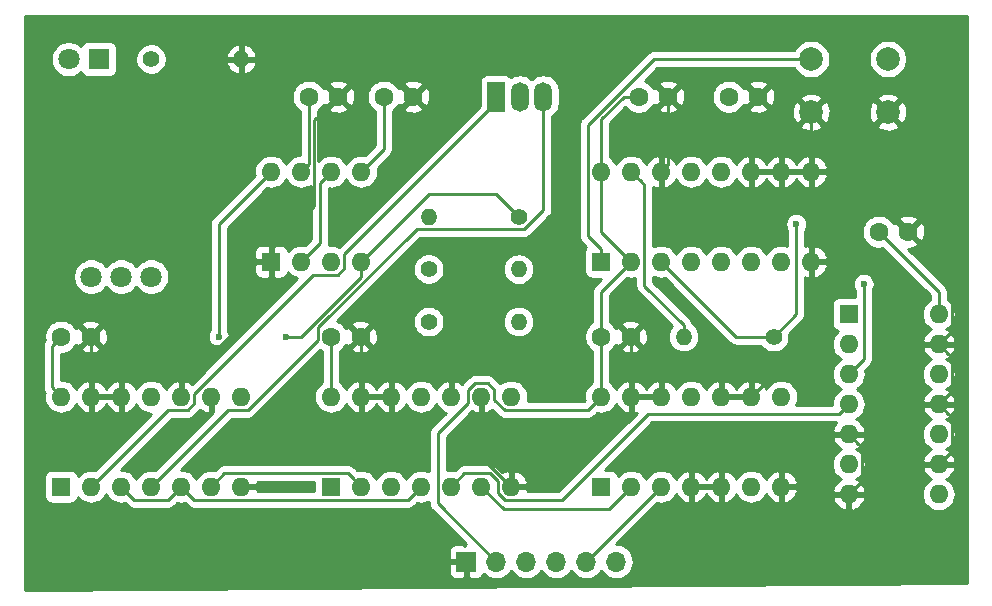
<source format=gbr>
G04 #@! TF.GenerationSoftware,KiCad,Pcbnew,(5.1.4-0-10_14)*
G04 #@! TF.CreationDate,2019-12-07T10:25:11-08:00*
G04 #@! TF.ProjectId,slow-clock,736c6f77-2d63-46c6-9f63-6b2e6b696361,rev?*
G04 #@! TF.SameCoordinates,Original*
G04 #@! TF.FileFunction,Copper,L1,Top*
G04 #@! TF.FilePolarity,Positive*
%FSLAX46Y46*%
G04 Gerber Fmt 4.6, Leading zero omitted, Abs format (unit mm)*
G04 Created by KiCad (PCBNEW (5.1.4-0-10_14)) date 2019-12-07 10:25:11*
%MOMM*%
%LPD*%
G04 APERTURE LIST*
%ADD10R,1.500000X2.500000*%
%ADD11O,1.500000X2.500000*%
%ADD12O,1.400000X1.400000*%
%ADD13C,1.400000*%
%ADD14C,1.600000*%
%ADD15R,1.800000X1.800000*%
%ADD16C,1.800000*%
%ADD17R,1.700000X1.700000*%
%ADD18O,1.700000X1.700000*%
%ADD19C,2.000000*%
%ADD20R,1.600000X1.600000*%
%ADD21O,1.600000X1.600000*%
%ADD22C,0.600000*%
%ADD23C,0.250000*%
%ADD24C,0.254000*%
G04 APERTURE END LIST*
D10*
X64770000Y-26670000D03*
D11*
X66770000Y-26670000D03*
X68770000Y-26670000D03*
D12*
X59055000Y-36830000D03*
D13*
X66675000Y-36830000D03*
D12*
X66675000Y-41275000D03*
D13*
X59055000Y-41275000D03*
D12*
X80645000Y-46990000D03*
D13*
X88265000Y-46990000D03*
D12*
X66675000Y-45720000D03*
D13*
X59055000Y-45720000D03*
D12*
X43180000Y-23495000D03*
D13*
X35560000Y-23495000D03*
D14*
X57745000Y-26670000D03*
X55245000Y-26670000D03*
X48895000Y-26670000D03*
X51395000Y-26670000D03*
X84455000Y-26670000D03*
X86955000Y-26670000D03*
X53300000Y-46990000D03*
X50800000Y-46990000D03*
X76835000Y-26670000D03*
X79335000Y-26670000D03*
X76160000Y-46990000D03*
X73660000Y-46990000D03*
X27940000Y-46990000D03*
X30440000Y-46990000D03*
X99655000Y-38100000D03*
X97155000Y-38100000D03*
D15*
X31115000Y-23495000D03*
D16*
X28575000Y-23495000D03*
D17*
X62230000Y-66040000D03*
D18*
X64770000Y-66040000D03*
X67310000Y-66040000D03*
X69850000Y-66040000D03*
X72390000Y-66040000D03*
X74930000Y-66040000D03*
D16*
X30480000Y-41910000D03*
X33020000Y-41910000D03*
X35560000Y-41910000D03*
D19*
X91440000Y-27995000D03*
X91440000Y-23495000D03*
X97940000Y-27995000D03*
X97940000Y-23495000D03*
D20*
X45720000Y-40640000D03*
D21*
X53340000Y-33020000D03*
X48260000Y-40640000D03*
X50800000Y-33020000D03*
X50800000Y-40640000D03*
X48260000Y-33020000D03*
X53340000Y-40640000D03*
X45720000Y-33020000D03*
D20*
X94615000Y-45085000D03*
D21*
X102235000Y-60325000D03*
X94615000Y-47625000D03*
X102235000Y-57785000D03*
X94615000Y-50165000D03*
X102235000Y-55245000D03*
X94615000Y-52705000D03*
X102235000Y-52705000D03*
X94615000Y-55245000D03*
X102235000Y-50165000D03*
X94615000Y-57785000D03*
X102235000Y-47625000D03*
X94615000Y-60325000D03*
X102235000Y-45085000D03*
X50800000Y-52070000D03*
X66040000Y-59690000D03*
X53340000Y-52070000D03*
X63500000Y-59690000D03*
X55880000Y-52070000D03*
X60960000Y-59690000D03*
X58420000Y-52070000D03*
X58420000Y-59690000D03*
X60960000Y-52070000D03*
X55880000Y-59690000D03*
X63500000Y-52070000D03*
X53340000Y-59690000D03*
X66040000Y-52070000D03*
D20*
X50800000Y-59690000D03*
X73660000Y-40640000D03*
D21*
X91440000Y-33020000D03*
X76200000Y-40640000D03*
X88900000Y-33020000D03*
X78740000Y-40640000D03*
X86360000Y-33020000D03*
X81280000Y-40640000D03*
X83820000Y-33020000D03*
X83820000Y-40640000D03*
X81280000Y-33020000D03*
X86360000Y-40640000D03*
X78740000Y-33020000D03*
X88900000Y-40640000D03*
X76200000Y-33020000D03*
X91440000Y-40640000D03*
X73660000Y-33020000D03*
D20*
X27940000Y-59690000D03*
D21*
X43180000Y-52070000D03*
X30480000Y-59690000D03*
X40640000Y-52070000D03*
X33020000Y-59690000D03*
X38100000Y-52070000D03*
X35560000Y-59690000D03*
X35560000Y-52070000D03*
X38100000Y-59690000D03*
X33020000Y-52070000D03*
X40640000Y-59690000D03*
X30480000Y-52070000D03*
X43180000Y-59690000D03*
X27940000Y-52070000D03*
X73660000Y-52070000D03*
X88900000Y-59690000D03*
X76200000Y-52070000D03*
X86360000Y-59690000D03*
X78740000Y-52070000D03*
X83820000Y-59690000D03*
X81280000Y-52070000D03*
X81280000Y-59690000D03*
X83820000Y-52070000D03*
X78740000Y-59690000D03*
X86360000Y-52070000D03*
X76200000Y-59690000D03*
X88900000Y-52070000D03*
D20*
X73660000Y-59690000D03*
D22*
X94615000Y-50165000D03*
X90170000Y-37465000D03*
X46990000Y-46990000D03*
X41275000Y-46990000D03*
X95885000Y-42545000D03*
X95885000Y-42545000D03*
D23*
X30440000Y-52030000D02*
X30480000Y-52070000D01*
X30440000Y-46990000D02*
X30440000Y-52030000D01*
X53300000Y-52030000D02*
X53340000Y-52070000D01*
X53300000Y-46990000D02*
X53300000Y-52030000D01*
X76160000Y-52030000D02*
X76200000Y-52070000D01*
X76160000Y-46990000D02*
X76160000Y-52030000D01*
X63500000Y-57150000D02*
X66040000Y-59690000D01*
X63500000Y-52070000D02*
X63500000Y-57150000D01*
X95740001Y-56370001D02*
X95414999Y-56044999D01*
X95414999Y-56044999D02*
X94615000Y-55245000D01*
X95740001Y-59199999D02*
X95740001Y-56370001D01*
X94615000Y-60325000D02*
X95740001Y-59199999D01*
X103034999Y-53504999D02*
X102235000Y-52705000D01*
X103360001Y-56659999D02*
X103360001Y-53830001D01*
X103360001Y-53830001D02*
X103034999Y-53504999D01*
X102235000Y-57785000D02*
X103360001Y-56659999D01*
X103034999Y-48424999D02*
X102235000Y-47625000D01*
X103360001Y-48750001D02*
X103034999Y-48424999D01*
X103360001Y-51579999D02*
X103360001Y-48750001D01*
X102235000Y-52705000D02*
X103360001Y-51579999D01*
X100454999Y-38899999D02*
X99655000Y-38100000D01*
X103360001Y-46499999D02*
X103360001Y-41805001D01*
X103360001Y-41805001D02*
X100454999Y-38899999D01*
X102235000Y-47625000D02*
X103360001Y-46499999D01*
X100454999Y-30509999D02*
X98939999Y-28994999D01*
X98939999Y-28994999D02*
X97940000Y-27995000D01*
X100454999Y-37300001D02*
X100454999Y-30509999D01*
X99655000Y-38100000D02*
X100454999Y-37300001D01*
X79335000Y-32425000D02*
X78740000Y-33020000D01*
X79335000Y-26670000D02*
X79335000Y-32425000D01*
X91440000Y-27995000D02*
X91440000Y-40640000D01*
X91440000Y-46990000D02*
X86360000Y-52070000D01*
X91440000Y-40640000D02*
X91440000Y-46990000D01*
X49385001Y-35924999D02*
X45720000Y-39590000D01*
X45720000Y-39590000D02*
X45720000Y-40640000D01*
X49385001Y-28679999D02*
X49385001Y-35924999D01*
X51395000Y-26670000D02*
X49385001Y-28679999D01*
X31239999Y-47789999D02*
X30440000Y-46990000D01*
X41400003Y-47789999D02*
X31239999Y-47789999D01*
X45720000Y-43470002D02*
X41400003Y-47789999D01*
X45720000Y-40640000D02*
X45720000Y-43470002D01*
X55245000Y-31115000D02*
X53340000Y-33020000D01*
X55245000Y-26670000D02*
X55245000Y-31115000D01*
X48895000Y-32385000D02*
X48260000Y-33020000D01*
X48895000Y-26670000D02*
X48895000Y-32385000D01*
X76999999Y-33819999D02*
X76200000Y-33020000D01*
X77325001Y-42680052D02*
X77325001Y-34145001D01*
X77325001Y-34145001D02*
X76999999Y-33819999D01*
X80645000Y-46000051D02*
X77325001Y-42680052D01*
X80645000Y-46990000D02*
X80645000Y-46000051D01*
X27140001Y-47789999D02*
X27140001Y-51270001D01*
X27140001Y-51270001D02*
X27940000Y-52070000D01*
X27940000Y-46990000D02*
X27140001Y-47789999D01*
X50800000Y-46990000D02*
X50800000Y-52070000D01*
X73660000Y-46990000D02*
X73660000Y-52070000D01*
X102235000Y-43180000D02*
X97155000Y-38100000D01*
X102235000Y-45085000D02*
X102235000Y-43180000D01*
X76835000Y-26670000D02*
X75565000Y-26670000D01*
X75565000Y-26670000D02*
X73660000Y-28575000D01*
X73660000Y-28575000D02*
X73660000Y-33020000D01*
X73660000Y-43180000D02*
X73660000Y-46990000D01*
X76200000Y-40640000D02*
X73660000Y-43180000D01*
X65975001Y-36130001D02*
X66675000Y-36830000D01*
X64770000Y-34925000D02*
X65975001Y-36130001D01*
X59055000Y-34925000D02*
X64770000Y-34925000D01*
X53340000Y-40640000D02*
X59055000Y-34925000D01*
X73660000Y-38100000D02*
X76200000Y-40640000D01*
X73660000Y-33020000D02*
X73660000Y-38100000D01*
X85090000Y-46990000D02*
X88265000Y-46990000D01*
X78740000Y-40640000D02*
X85090000Y-46990000D01*
X72534999Y-53195001D02*
X72860001Y-52869999D01*
X72860001Y-52869999D02*
X73660000Y-52070000D01*
X64625001Y-52320003D02*
X65499999Y-53195001D01*
X64040001Y-50944999D02*
X64625001Y-51529999D01*
X62959999Y-50944999D02*
X64040001Y-50944999D01*
X62374999Y-51529999D02*
X62959999Y-50944999D01*
X62374999Y-52610001D02*
X62374999Y-51529999D01*
X59834999Y-55150001D02*
X62374999Y-52610001D01*
X65499999Y-53195001D02*
X72534999Y-53195001D01*
X59834999Y-61104999D02*
X59834999Y-55150001D01*
X64625001Y-51529999D02*
X64625001Y-52320003D01*
X64770000Y-66040000D02*
X59834999Y-61104999D01*
X88265000Y-46990000D02*
X90170000Y-45085000D01*
X90170000Y-45085000D02*
X90170000Y-37465000D01*
X90170000Y-37465000D02*
X90170000Y-37465000D01*
X41275000Y-37465000D02*
X45720000Y-33020000D01*
X41275000Y-46990000D02*
X41275000Y-37465000D01*
X53340000Y-41771370D02*
X53340000Y-40640000D01*
X53340000Y-41908590D02*
X53340000Y-41771370D01*
X48258590Y-46990000D02*
X53340000Y-41908590D01*
X46990000Y-46990000D02*
X48258590Y-46990000D01*
X78740000Y-59690000D02*
X72390000Y-66040000D01*
X49059999Y-39840001D02*
X48260000Y-40640000D01*
X49835012Y-39064988D02*
X49059999Y-39840001D01*
X49835012Y-33984988D02*
X49835012Y-39064988D01*
X50800000Y-33020000D02*
X49835012Y-33984988D01*
X73660000Y-39590000D02*
X73660000Y-40640000D01*
X72534999Y-29063591D02*
X72534999Y-38464999D01*
X72534999Y-38464999D02*
X73660000Y-39590000D01*
X78103590Y-23495000D02*
X72534999Y-29063591D01*
X91440000Y-23495000D02*
X78103590Y-23495000D01*
X64770000Y-27170000D02*
X64770000Y-26670000D01*
X51925001Y-40014999D02*
X64770000Y-27170000D01*
X51925001Y-41180001D02*
X51925001Y-40014999D01*
X51340001Y-41765001D02*
X51925001Y-41180001D01*
X49279997Y-41765001D02*
X51340001Y-41765001D01*
X39225001Y-51819997D02*
X49279997Y-41765001D01*
X38640001Y-53195001D02*
X39225001Y-52610001D01*
X39225001Y-52610001D02*
X39225001Y-51819997D01*
X36974999Y-53195001D02*
X38640001Y-53195001D01*
X30480000Y-59690000D02*
X36974999Y-53195001D01*
X68770000Y-28170000D02*
X68770000Y-26670000D01*
X67167001Y-37855001D02*
X68770000Y-36252002D01*
X58029999Y-37855001D02*
X67167001Y-37855001D01*
X49674999Y-46210001D02*
X58029999Y-37855001D01*
X43720001Y-53195001D02*
X49674999Y-47240003D01*
X68770000Y-36252002D02*
X68770000Y-28170000D01*
X42054999Y-53195001D02*
X43720001Y-53195001D01*
X49674999Y-47240003D02*
X49674999Y-46210001D01*
X35560000Y-59690000D02*
X42054999Y-53195001D01*
X95885000Y-48895000D02*
X95885000Y-42545000D01*
X94615000Y-50165000D02*
X95885000Y-48895000D01*
X77659999Y-53504999D02*
X93815001Y-53504999D01*
X70349997Y-60815001D02*
X77659999Y-53504999D01*
X65499999Y-60815001D02*
X70349997Y-60815001D01*
X64914999Y-60230001D02*
X65499999Y-60815001D01*
X64914999Y-59201409D02*
X64914999Y-60230001D01*
X64278589Y-58564999D02*
X64914999Y-59201409D01*
X93815001Y-53504999D02*
X94615000Y-52705000D01*
X62085001Y-58564999D02*
X64278589Y-58564999D01*
X60960000Y-59690000D02*
X62085001Y-58564999D01*
X75400001Y-60489999D02*
X76200000Y-59690000D01*
X74295000Y-61595000D02*
X75400001Y-60489999D01*
X65405000Y-61595000D02*
X74295000Y-61595000D01*
X63500000Y-59690000D02*
X65405000Y-61595000D01*
X36974999Y-60815001D02*
X37300001Y-60489999D01*
X37300001Y-60489999D02*
X38100000Y-59690000D01*
X34145001Y-60815001D02*
X36974999Y-60815001D01*
X33020000Y-59690000D02*
X34145001Y-60815001D01*
X57620001Y-60489999D02*
X58420000Y-59690000D01*
X57294999Y-60815001D02*
X57620001Y-60489999D01*
X39225001Y-60815001D02*
X57294999Y-60815001D01*
X38100000Y-59690000D02*
X39225001Y-60815001D01*
X52540001Y-58890001D02*
X53340000Y-59690000D01*
X52214999Y-58564999D02*
X52540001Y-58890001D01*
X41765001Y-58564999D02*
X52214999Y-58564999D01*
X40640000Y-59690000D02*
X41765001Y-58564999D01*
D24*
G36*
X104648000Y-67819004D02*
G01*
X24892000Y-68451988D01*
X24892000Y-66890000D01*
X60741928Y-66890000D01*
X60754188Y-67014482D01*
X60790498Y-67134180D01*
X60849463Y-67244494D01*
X60928815Y-67341185D01*
X61025506Y-67420537D01*
X61135820Y-67479502D01*
X61255518Y-67515812D01*
X61380000Y-67528072D01*
X61944250Y-67525000D01*
X62103000Y-67366250D01*
X62103000Y-66167000D01*
X60903750Y-66167000D01*
X60745000Y-66325750D01*
X60741928Y-66890000D01*
X24892000Y-66890000D01*
X24892000Y-58890000D01*
X26501928Y-58890000D01*
X26501928Y-60490000D01*
X26514188Y-60614482D01*
X26550498Y-60734180D01*
X26609463Y-60844494D01*
X26688815Y-60941185D01*
X26785506Y-61020537D01*
X26895820Y-61079502D01*
X27015518Y-61115812D01*
X27140000Y-61128072D01*
X28740000Y-61128072D01*
X28864482Y-61115812D01*
X28984180Y-61079502D01*
X29094494Y-61020537D01*
X29191185Y-60941185D01*
X29270537Y-60844494D01*
X29329502Y-60734180D01*
X29365812Y-60614482D01*
X29367581Y-60596518D01*
X29460392Y-60709608D01*
X29678899Y-60888932D01*
X29928192Y-61022182D01*
X30198691Y-61104236D01*
X30409508Y-61125000D01*
X30550492Y-61125000D01*
X30761309Y-61104236D01*
X31031808Y-61022182D01*
X31281101Y-60888932D01*
X31499608Y-60709608D01*
X31678932Y-60491101D01*
X31750000Y-60358142D01*
X31821068Y-60491101D01*
X32000392Y-60709608D01*
X32218899Y-60888932D01*
X32468192Y-61022182D01*
X32738691Y-61104236D01*
X32949508Y-61125000D01*
X33090492Y-61125000D01*
X33301309Y-61104236D01*
X33345906Y-61090708D01*
X33581202Y-61326004D01*
X33605000Y-61355002D01*
X33720725Y-61449975D01*
X33852754Y-61520547D01*
X33996015Y-61564004D01*
X34107668Y-61575001D01*
X34107676Y-61575001D01*
X34145001Y-61578677D01*
X34182326Y-61575001D01*
X36937677Y-61575001D01*
X36974999Y-61578677D01*
X37012321Y-61575001D01*
X37012332Y-61575001D01*
X37123985Y-61564004D01*
X37267246Y-61520547D01*
X37399275Y-61449975D01*
X37515000Y-61355002D01*
X37538803Y-61325998D01*
X37774093Y-61090708D01*
X37818691Y-61104236D01*
X38029508Y-61125000D01*
X38170492Y-61125000D01*
X38381309Y-61104236D01*
X38425906Y-61090708D01*
X38661202Y-61326004D01*
X38685000Y-61355002D01*
X38800725Y-61449975D01*
X38932754Y-61520547D01*
X39076015Y-61564004D01*
X39187668Y-61575001D01*
X39187676Y-61575001D01*
X39225001Y-61578677D01*
X39262326Y-61575001D01*
X57257677Y-61575001D01*
X57294999Y-61578677D01*
X57332321Y-61575001D01*
X57332332Y-61575001D01*
X57443985Y-61564004D01*
X57587246Y-61520547D01*
X57719275Y-61449975D01*
X57835000Y-61355002D01*
X57858803Y-61325998D01*
X58094093Y-61090708D01*
X58138691Y-61104236D01*
X58349508Y-61125000D01*
X58490492Y-61125000D01*
X58701309Y-61104236D01*
X58971808Y-61022182D01*
X59074999Y-60967025D01*
X59074999Y-61067676D01*
X59071323Y-61104999D01*
X59074999Y-61142321D01*
X59074999Y-61142331D01*
X59085996Y-61253984D01*
X59113486Y-61344608D01*
X59129453Y-61397245D01*
X59200025Y-61529275D01*
X59228526Y-61564003D01*
X59294998Y-61645000D01*
X59324002Y-61668803D01*
X62210198Y-64555000D01*
X62102998Y-64555000D01*
X62102998Y-64713748D01*
X61944250Y-64555000D01*
X61380000Y-64551928D01*
X61255518Y-64564188D01*
X61135820Y-64600498D01*
X61025506Y-64659463D01*
X60928815Y-64738815D01*
X60849463Y-64835506D01*
X60790498Y-64945820D01*
X60754188Y-65065518D01*
X60741928Y-65190000D01*
X60745000Y-65754250D01*
X60903750Y-65913000D01*
X62103000Y-65913000D01*
X62103000Y-65893000D01*
X62357000Y-65893000D01*
X62357000Y-65913000D01*
X62377000Y-65913000D01*
X62377000Y-66167000D01*
X62357000Y-66167000D01*
X62357000Y-67366250D01*
X62515750Y-67525000D01*
X63080000Y-67528072D01*
X63204482Y-67515812D01*
X63324180Y-67479502D01*
X63434494Y-67420537D01*
X63531185Y-67341185D01*
X63610537Y-67244494D01*
X63669502Y-67134180D01*
X63690393Y-67065313D01*
X63714866Y-67095134D01*
X63940986Y-67280706D01*
X64198966Y-67418599D01*
X64478889Y-67503513D01*
X64697050Y-67525000D01*
X64842950Y-67525000D01*
X65061111Y-67503513D01*
X65341034Y-67418599D01*
X65599014Y-67280706D01*
X65825134Y-67095134D01*
X66010706Y-66869014D01*
X66040000Y-66814209D01*
X66069294Y-66869014D01*
X66254866Y-67095134D01*
X66480986Y-67280706D01*
X66738966Y-67418599D01*
X67018889Y-67503513D01*
X67237050Y-67525000D01*
X67382950Y-67525000D01*
X67601111Y-67503513D01*
X67881034Y-67418599D01*
X68139014Y-67280706D01*
X68365134Y-67095134D01*
X68550706Y-66869014D01*
X68580000Y-66814209D01*
X68609294Y-66869014D01*
X68794866Y-67095134D01*
X69020986Y-67280706D01*
X69278966Y-67418599D01*
X69558889Y-67503513D01*
X69777050Y-67525000D01*
X69922950Y-67525000D01*
X70141111Y-67503513D01*
X70421034Y-67418599D01*
X70679014Y-67280706D01*
X70905134Y-67095134D01*
X71090706Y-66869014D01*
X71120000Y-66814209D01*
X71149294Y-66869014D01*
X71334866Y-67095134D01*
X71560986Y-67280706D01*
X71818966Y-67418599D01*
X72098889Y-67503513D01*
X72317050Y-67525000D01*
X72462950Y-67525000D01*
X72681111Y-67503513D01*
X72961034Y-67418599D01*
X73219014Y-67280706D01*
X73445134Y-67095134D01*
X73630706Y-66869014D01*
X73660000Y-66814209D01*
X73689294Y-66869014D01*
X73874866Y-67095134D01*
X74100986Y-67280706D01*
X74358966Y-67418599D01*
X74638889Y-67503513D01*
X74857050Y-67525000D01*
X75002950Y-67525000D01*
X75221111Y-67503513D01*
X75501034Y-67418599D01*
X75759014Y-67280706D01*
X75985134Y-67095134D01*
X76170706Y-66869014D01*
X76308599Y-66611034D01*
X76393513Y-66331111D01*
X76422185Y-66040000D01*
X76393513Y-65748889D01*
X76308599Y-65468966D01*
X76170706Y-65210986D01*
X75985134Y-64984866D01*
X75759014Y-64799294D01*
X75501034Y-64661401D01*
X75221111Y-64576487D01*
X75002950Y-64555000D01*
X74949801Y-64555000D01*
X78414094Y-61090708D01*
X78458691Y-61104236D01*
X78669508Y-61125000D01*
X78810492Y-61125000D01*
X79021309Y-61104236D01*
X79291808Y-61022182D01*
X79541101Y-60888932D01*
X79759608Y-60709608D01*
X79938932Y-60491101D01*
X80012579Y-60353318D01*
X80127615Y-60545131D01*
X80316586Y-60753519D01*
X80542580Y-60921037D01*
X80796913Y-61041246D01*
X80930961Y-61081904D01*
X81153000Y-60959915D01*
X81153000Y-59817000D01*
X81407000Y-59817000D01*
X81407000Y-60959915D01*
X81629039Y-61081904D01*
X81763087Y-61041246D01*
X82017420Y-60921037D01*
X82243414Y-60753519D01*
X82432385Y-60545131D01*
X82550000Y-60349018D01*
X82667615Y-60545131D01*
X82856586Y-60753519D01*
X83082580Y-60921037D01*
X83336913Y-61041246D01*
X83470961Y-61081904D01*
X83693000Y-60959915D01*
X83693000Y-59817000D01*
X81407000Y-59817000D01*
X81153000Y-59817000D01*
X81133000Y-59817000D01*
X81133000Y-59563000D01*
X81153000Y-59563000D01*
X81153000Y-58420085D01*
X81407000Y-58420085D01*
X81407000Y-59563000D01*
X83693000Y-59563000D01*
X83693000Y-58420085D01*
X83947000Y-58420085D01*
X83947000Y-59563000D01*
X83967000Y-59563000D01*
X83967000Y-59817000D01*
X83947000Y-59817000D01*
X83947000Y-60959915D01*
X84169039Y-61081904D01*
X84303087Y-61041246D01*
X84557420Y-60921037D01*
X84783414Y-60753519D01*
X84972385Y-60545131D01*
X85087421Y-60353318D01*
X85161068Y-60491101D01*
X85340392Y-60709608D01*
X85558899Y-60888932D01*
X85808192Y-61022182D01*
X86078691Y-61104236D01*
X86289508Y-61125000D01*
X86430492Y-61125000D01*
X86641309Y-61104236D01*
X86911808Y-61022182D01*
X87161101Y-60888932D01*
X87379608Y-60709608D01*
X87558932Y-60491101D01*
X87632579Y-60353318D01*
X87747615Y-60545131D01*
X87936586Y-60753519D01*
X88162580Y-60921037D01*
X88416913Y-61041246D01*
X88550961Y-61081904D01*
X88773000Y-60959915D01*
X88773000Y-59817000D01*
X89027000Y-59817000D01*
X89027000Y-60959915D01*
X89249039Y-61081904D01*
X89383087Y-61041246D01*
X89637420Y-60921037D01*
X89863414Y-60753519D01*
X89935488Y-60674039D01*
X93223096Y-60674039D01*
X93263754Y-60808087D01*
X93383963Y-61062420D01*
X93551481Y-61288414D01*
X93759869Y-61477385D01*
X94001119Y-61622070D01*
X94265960Y-61716909D01*
X94488000Y-61595624D01*
X94488000Y-60452000D01*
X94742000Y-60452000D01*
X94742000Y-61595624D01*
X94964040Y-61716909D01*
X95228881Y-61622070D01*
X95470131Y-61477385D01*
X95678519Y-61288414D01*
X95846037Y-61062420D01*
X95966246Y-60808087D01*
X96006904Y-60674039D01*
X95884915Y-60452000D01*
X94742000Y-60452000D01*
X94488000Y-60452000D01*
X93345085Y-60452000D01*
X93223096Y-60674039D01*
X89935488Y-60674039D01*
X90052385Y-60545131D01*
X90184404Y-60325000D01*
X100793057Y-60325000D01*
X100820764Y-60606309D01*
X100902818Y-60876808D01*
X101036068Y-61126101D01*
X101215392Y-61344608D01*
X101433899Y-61523932D01*
X101683192Y-61657182D01*
X101953691Y-61739236D01*
X102164508Y-61760000D01*
X102305492Y-61760000D01*
X102516309Y-61739236D01*
X102786808Y-61657182D01*
X103036101Y-61523932D01*
X103254608Y-61344608D01*
X103433932Y-61126101D01*
X103567182Y-60876808D01*
X103649236Y-60606309D01*
X103676943Y-60325000D01*
X103649236Y-60043691D01*
X103567182Y-59773192D01*
X103433932Y-59523899D01*
X103254608Y-59305392D01*
X103036101Y-59126068D01*
X102898318Y-59052421D01*
X103090131Y-58937385D01*
X103298519Y-58748414D01*
X103466037Y-58522420D01*
X103586246Y-58268087D01*
X103626904Y-58134039D01*
X103504915Y-57912000D01*
X102362000Y-57912000D01*
X102362000Y-57932000D01*
X102108000Y-57932000D01*
X102108000Y-57912000D01*
X100965085Y-57912000D01*
X100843096Y-58134039D01*
X100883754Y-58268087D01*
X101003963Y-58522420D01*
X101171481Y-58748414D01*
X101379869Y-58937385D01*
X101571682Y-59052421D01*
X101433899Y-59126068D01*
X101215392Y-59305392D01*
X101036068Y-59523899D01*
X100902818Y-59773192D01*
X100820764Y-60043691D01*
X100793057Y-60325000D01*
X90184404Y-60325000D01*
X90197070Y-60303881D01*
X90291909Y-60039040D01*
X90170624Y-59817000D01*
X89027000Y-59817000D01*
X88773000Y-59817000D01*
X88753000Y-59817000D01*
X88753000Y-59563000D01*
X88773000Y-59563000D01*
X88773000Y-58420085D01*
X89027000Y-58420085D01*
X89027000Y-59563000D01*
X90170624Y-59563000D01*
X90291909Y-59340960D01*
X90197070Y-59076119D01*
X90052385Y-58834869D01*
X89863414Y-58626481D01*
X89637420Y-58458963D01*
X89383087Y-58338754D01*
X89249039Y-58298096D01*
X89027000Y-58420085D01*
X88773000Y-58420085D01*
X88550961Y-58298096D01*
X88416913Y-58338754D01*
X88162580Y-58458963D01*
X87936586Y-58626481D01*
X87747615Y-58834869D01*
X87632579Y-59026682D01*
X87558932Y-58888899D01*
X87379608Y-58670392D01*
X87161101Y-58491068D01*
X86911808Y-58357818D01*
X86641309Y-58275764D01*
X86430492Y-58255000D01*
X86289508Y-58255000D01*
X86078691Y-58275764D01*
X85808192Y-58357818D01*
X85558899Y-58491068D01*
X85340392Y-58670392D01*
X85161068Y-58888899D01*
X85087421Y-59026682D01*
X84972385Y-58834869D01*
X84783414Y-58626481D01*
X84557420Y-58458963D01*
X84303087Y-58338754D01*
X84169039Y-58298096D01*
X83947000Y-58420085D01*
X83693000Y-58420085D01*
X83470961Y-58298096D01*
X83336913Y-58338754D01*
X83082580Y-58458963D01*
X82856586Y-58626481D01*
X82667615Y-58834869D01*
X82550000Y-59030982D01*
X82432385Y-58834869D01*
X82243414Y-58626481D01*
X82017420Y-58458963D01*
X81763087Y-58338754D01*
X81629039Y-58298096D01*
X81407000Y-58420085D01*
X81153000Y-58420085D01*
X80930961Y-58298096D01*
X80796913Y-58338754D01*
X80542580Y-58458963D01*
X80316586Y-58626481D01*
X80127615Y-58834869D01*
X80012579Y-59026682D01*
X79938932Y-58888899D01*
X79759608Y-58670392D01*
X79541101Y-58491068D01*
X79291808Y-58357818D01*
X79021309Y-58275764D01*
X78810492Y-58255000D01*
X78669508Y-58255000D01*
X78458691Y-58275764D01*
X78188192Y-58357818D01*
X77938899Y-58491068D01*
X77720392Y-58670392D01*
X77541068Y-58888899D01*
X77470000Y-59021858D01*
X77398932Y-58888899D01*
X77219608Y-58670392D01*
X77001101Y-58491068D01*
X76751808Y-58357818D01*
X76481309Y-58275764D01*
X76270492Y-58255000D01*
X76129508Y-58255000D01*
X75918691Y-58275764D01*
X75648192Y-58357818D01*
X75398899Y-58491068D01*
X75180392Y-58670392D01*
X75087581Y-58783482D01*
X75085812Y-58765518D01*
X75049502Y-58645820D01*
X74990537Y-58535506D01*
X74911185Y-58438815D01*
X74814494Y-58359463D01*
X74704180Y-58300498D01*
X74584482Y-58264188D01*
X74460000Y-58251928D01*
X73987871Y-58251928D01*
X74454799Y-57785000D01*
X93173057Y-57785000D01*
X93200764Y-58066309D01*
X93282818Y-58336808D01*
X93416068Y-58586101D01*
X93595392Y-58804608D01*
X93813899Y-58983932D01*
X93951682Y-59057579D01*
X93759869Y-59172615D01*
X93551481Y-59361586D01*
X93383963Y-59587580D01*
X93263754Y-59841913D01*
X93223096Y-59975961D01*
X93345085Y-60198000D01*
X94488000Y-60198000D01*
X94488000Y-60178000D01*
X94742000Y-60178000D01*
X94742000Y-60198000D01*
X95884915Y-60198000D01*
X96006904Y-59975961D01*
X95966246Y-59841913D01*
X95846037Y-59587580D01*
X95678519Y-59361586D01*
X95470131Y-59172615D01*
X95278318Y-59057579D01*
X95416101Y-58983932D01*
X95634608Y-58804608D01*
X95813932Y-58586101D01*
X95947182Y-58336808D01*
X96029236Y-58066309D01*
X96056943Y-57785000D01*
X96029236Y-57503691D01*
X95947182Y-57233192D01*
X95813932Y-56983899D01*
X95634608Y-56765392D01*
X95416101Y-56586068D01*
X95278318Y-56512421D01*
X95470131Y-56397385D01*
X95678519Y-56208414D01*
X95846037Y-55982420D01*
X95966246Y-55728087D01*
X96006904Y-55594039D01*
X95884915Y-55372000D01*
X94742000Y-55372000D01*
X94742000Y-55392000D01*
X94488000Y-55392000D01*
X94488000Y-55372000D01*
X93345085Y-55372000D01*
X93223096Y-55594039D01*
X93263754Y-55728087D01*
X93383963Y-55982420D01*
X93551481Y-56208414D01*
X93759869Y-56397385D01*
X93951682Y-56512421D01*
X93813899Y-56586068D01*
X93595392Y-56765392D01*
X93416068Y-56983899D01*
X93282818Y-57233192D01*
X93200764Y-57503691D01*
X93173057Y-57785000D01*
X74454799Y-57785000D01*
X76994799Y-55245000D01*
X100793057Y-55245000D01*
X100820764Y-55526309D01*
X100902818Y-55796808D01*
X101036068Y-56046101D01*
X101215392Y-56264608D01*
X101433899Y-56443932D01*
X101571682Y-56517579D01*
X101379869Y-56632615D01*
X101171481Y-56821586D01*
X101003963Y-57047580D01*
X100883754Y-57301913D01*
X100843096Y-57435961D01*
X100965085Y-57658000D01*
X102108000Y-57658000D01*
X102108000Y-57638000D01*
X102362000Y-57638000D01*
X102362000Y-57658000D01*
X103504915Y-57658000D01*
X103626904Y-57435961D01*
X103586246Y-57301913D01*
X103466037Y-57047580D01*
X103298519Y-56821586D01*
X103090131Y-56632615D01*
X102898318Y-56517579D01*
X103036101Y-56443932D01*
X103254608Y-56264608D01*
X103433932Y-56046101D01*
X103567182Y-55796808D01*
X103649236Y-55526309D01*
X103676943Y-55245000D01*
X103649236Y-54963691D01*
X103567182Y-54693192D01*
X103433932Y-54443899D01*
X103254608Y-54225392D01*
X103036101Y-54046068D01*
X102898318Y-53972421D01*
X103090131Y-53857385D01*
X103298519Y-53668414D01*
X103466037Y-53442420D01*
X103586246Y-53188087D01*
X103626904Y-53054039D01*
X103504915Y-52832000D01*
X102362000Y-52832000D01*
X102362000Y-52852000D01*
X102108000Y-52852000D01*
X102108000Y-52832000D01*
X100965085Y-52832000D01*
X100843096Y-53054039D01*
X100883754Y-53188087D01*
X101003963Y-53442420D01*
X101171481Y-53668414D01*
X101379869Y-53857385D01*
X101571682Y-53972421D01*
X101433899Y-54046068D01*
X101215392Y-54225392D01*
X101036068Y-54443899D01*
X100902818Y-54693192D01*
X100820764Y-54963691D01*
X100793057Y-55245000D01*
X76994799Y-55245000D01*
X77974801Y-54264999D01*
X93569772Y-54264999D01*
X93551481Y-54281586D01*
X93383963Y-54507580D01*
X93263754Y-54761913D01*
X93223096Y-54895961D01*
X93345085Y-55118000D01*
X94488000Y-55118000D01*
X94488000Y-55098000D01*
X94742000Y-55098000D01*
X94742000Y-55118000D01*
X95884915Y-55118000D01*
X96006904Y-54895961D01*
X95966246Y-54761913D01*
X95846037Y-54507580D01*
X95678519Y-54281586D01*
X95470131Y-54092615D01*
X95278318Y-53977579D01*
X95416101Y-53903932D01*
X95634608Y-53724608D01*
X95813932Y-53506101D01*
X95947182Y-53256808D01*
X96029236Y-52986309D01*
X96056943Y-52705000D01*
X96029236Y-52423691D01*
X95947182Y-52153192D01*
X95813932Y-51903899D01*
X95634608Y-51685392D01*
X95416101Y-51506068D01*
X95283142Y-51435000D01*
X95416101Y-51363932D01*
X95634608Y-51184608D01*
X95813932Y-50966101D01*
X95947182Y-50716808D01*
X96029236Y-50446309D01*
X96056943Y-50165000D01*
X100793057Y-50165000D01*
X100820764Y-50446309D01*
X100902818Y-50716808D01*
X101036068Y-50966101D01*
X101215392Y-51184608D01*
X101433899Y-51363932D01*
X101571682Y-51437579D01*
X101379869Y-51552615D01*
X101171481Y-51741586D01*
X101003963Y-51967580D01*
X100883754Y-52221913D01*
X100843096Y-52355961D01*
X100965085Y-52578000D01*
X102108000Y-52578000D01*
X102108000Y-52558000D01*
X102362000Y-52558000D01*
X102362000Y-52578000D01*
X103504915Y-52578000D01*
X103626904Y-52355961D01*
X103586246Y-52221913D01*
X103466037Y-51967580D01*
X103298519Y-51741586D01*
X103090131Y-51552615D01*
X102898318Y-51437579D01*
X103036101Y-51363932D01*
X103254608Y-51184608D01*
X103433932Y-50966101D01*
X103567182Y-50716808D01*
X103649236Y-50446309D01*
X103676943Y-50165000D01*
X103649236Y-49883691D01*
X103567182Y-49613192D01*
X103433932Y-49363899D01*
X103254608Y-49145392D01*
X103036101Y-48966068D01*
X102898318Y-48892421D01*
X103090131Y-48777385D01*
X103298519Y-48588414D01*
X103466037Y-48362420D01*
X103586246Y-48108087D01*
X103626904Y-47974039D01*
X103504915Y-47752000D01*
X102362000Y-47752000D01*
X102362000Y-47772000D01*
X102108000Y-47772000D01*
X102108000Y-47752000D01*
X100965085Y-47752000D01*
X100843096Y-47974039D01*
X100883754Y-48108087D01*
X101003963Y-48362420D01*
X101171481Y-48588414D01*
X101379869Y-48777385D01*
X101571682Y-48892421D01*
X101433899Y-48966068D01*
X101215392Y-49145392D01*
X101036068Y-49363899D01*
X100902818Y-49613192D01*
X100820764Y-49883691D01*
X100793057Y-50165000D01*
X96056943Y-50165000D01*
X96029236Y-49883691D01*
X96015708Y-49839094D01*
X96396004Y-49458798D01*
X96425001Y-49435001D01*
X96519974Y-49319276D01*
X96590546Y-49187247D01*
X96634003Y-49043986D01*
X96645000Y-48932333D01*
X96645000Y-48932324D01*
X96648676Y-48895001D01*
X96645000Y-48857678D01*
X96645000Y-43090535D01*
X96713586Y-42987889D01*
X96784068Y-42817729D01*
X96820000Y-42637089D01*
X96820000Y-42452911D01*
X96784068Y-42272271D01*
X96713586Y-42102111D01*
X96611262Y-41948972D01*
X96481028Y-41818738D01*
X96327889Y-41716414D01*
X96157729Y-41645932D01*
X95977089Y-41610000D01*
X95792911Y-41610000D01*
X95612271Y-41645932D01*
X95442111Y-41716414D01*
X95288972Y-41818738D01*
X95158738Y-41948972D01*
X95056414Y-42102111D01*
X94985932Y-42272271D01*
X94950000Y-42452911D01*
X94950000Y-42637089D01*
X94985932Y-42817729D01*
X95056414Y-42987889D01*
X95125001Y-43090537D01*
X95125001Y-43646928D01*
X93815000Y-43646928D01*
X93690518Y-43659188D01*
X93570820Y-43695498D01*
X93460506Y-43754463D01*
X93363815Y-43833815D01*
X93284463Y-43930506D01*
X93225498Y-44040820D01*
X93189188Y-44160518D01*
X93176928Y-44285000D01*
X93176928Y-45885000D01*
X93189188Y-46009482D01*
X93225498Y-46129180D01*
X93284463Y-46239494D01*
X93363815Y-46336185D01*
X93460506Y-46415537D01*
X93570820Y-46474502D01*
X93690518Y-46510812D01*
X93708482Y-46512581D01*
X93595392Y-46605392D01*
X93416068Y-46823899D01*
X93282818Y-47073192D01*
X93200764Y-47343691D01*
X93173057Y-47625000D01*
X93200764Y-47906309D01*
X93282818Y-48176808D01*
X93416068Y-48426101D01*
X93595392Y-48644608D01*
X93813899Y-48823932D01*
X93946858Y-48895000D01*
X93813899Y-48966068D01*
X93595392Y-49145392D01*
X93416068Y-49363899D01*
X93282818Y-49613192D01*
X93200764Y-49883691D01*
X93173057Y-50165000D01*
X93200764Y-50446309D01*
X93282818Y-50716808D01*
X93416068Y-50966101D01*
X93595392Y-51184608D01*
X93813899Y-51363932D01*
X93946858Y-51435000D01*
X93813899Y-51506068D01*
X93595392Y-51685392D01*
X93416068Y-51903899D01*
X93282818Y-52153192D01*
X93200764Y-52423691D01*
X93173057Y-52705000D01*
X93176997Y-52744999D01*
X90166335Y-52744999D01*
X90232182Y-52621808D01*
X90314236Y-52351309D01*
X90341943Y-52070000D01*
X90314236Y-51788691D01*
X90232182Y-51518192D01*
X90098932Y-51268899D01*
X89919608Y-51050392D01*
X89701101Y-50871068D01*
X89451808Y-50737818D01*
X89181309Y-50655764D01*
X88970492Y-50635000D01*
X88829508Y-50635000D01*
X88618691Y-50655764D01*
X88348192Y-50737818D01*
X88098899Y-50871068D01*
X87880392Y-51050392D01*
X87701068Y-51268899D01*
X87627421Y-51406682D01*
X87512385Y-51214869D01*
X87323414Y-51006481D01*
X87097420Y-50838963D01*
X86843087Y-50718754D01*
X86709039Y-50678096D01*
X86487000Y-50800085D01*
X86487000Y-51943000D01*
X86507000Y-51943000D01*
X86507000Y-52197000D01*
X86487000Y-52197000D01*
X86487000Y-52217000D01*
X86233000Y-52217000D01*
X86233000Y-52197000D01*
X83947000Y-52197000D01*
X83947000Y-52217000D01*
X83693000Y-52217000D01*
X83693000Y-52197000D01*
X83673000Y-52197000D01*
X83673000Y-51943000D01*
X83693000Y-51943000D01*
X83693000Y-50800085D01*
X83947000Y-50800085D01*
X83947000Y-51943000D01*
X86233000Y-51943000D01*
X86233000Y-50800085D01*
X86010961Y-50678096D01*
X85876913Y-50718754D01*
X85622580Y-50838963D01*
X85396586Y-51006481D01*
X85207615Y-51214869D01*
X85090000Y-51410982D01*
X84972385Y-51214869D01*
X84783414Y-51006481D01*
X84557420Y-50838963D01*
X84303087Y-50718754D01*
X84169039Y-50678096D01*
X83947000Y-50800085D01*
X83693000Y-50800085D01*
X83470961Y-50678096D01*
X83336913Y-50718754D01*
X83082580Y-50838963D01*
X82856586Y-51006481D01*
X82667615Y-51214869D01*
X82552579Y-51406682D01*
X82478932Y-51268899D01*
X82299608Y-51050392D01*
X82081101Y-50871068D01*
X81831808Y-50737818D01*
X81561309Y-50655764D01*
X81350492Y-50635000D01*
X81209508Y-50635000D01*
X80998691Y-50655764D01*
X80728192Y-50737818D01*
X80478899Y-50871068D01*
X80260392Y-51050392D01*
X80081068Y-51268899D01*
X80007421Y-51406682D01*
X79892385Y-51214869D01*
X79703414Y-51006481D01*
X79477420Y-50838963D01*
X79223087Y-50718754D01*
X79089039Y-50678096D01*
X78867000Y-50800085D01*
X78867000Y-51943000D01*
X78887000Y-51943000D01*
X78887000Y-52197000D01*
X78867000Y-52197000D01*
X78867000Y-52217000D01*
X78613000Y-52217000D01*
X78613000Y-52197000D01*
X76327000Y-52197000D01*
X76327000Y-53339915D01*
X76549039Y-53461904D01*
X76662795Y-53427401D01*
X70035196Y-60055001D01*
X67426193Y-60055001D01*
X67431909Y-60039040D01*
X67310624Y-59817000D01*
X66167000Y-59817000D01*
X66167000Y-59837000D01*
X65913000Y-59837000D01*
X65913000Y-59817000D01*
X65893000Y-59817000D01*
X65893000Y-59563000D01*
X65913000Y-59563000D01*
X65913000Y-58420085D01*
X66167000Y-58420085D01*
X66167000Y-59563000D01*
X67310624Y-59563000D01*
X67431909Y-59340960D01*
X67337070Y-59076119D01*
X67192385Y-58834869D01*
X67003414Y-58626481D01*
X66777420Y-58458963D01*
X66523087Y-58338754D01*
X66389039Y-58298096D01*
X66167000Y-58420085D01*
X65913000Y-58420085D01*
X65690961Y-58298096D01*
X65556913Y-58338754D01*
X65302580Y-58458963D01*
X65270864Y-58482472D01*
X64842392Y-58054001D01*
X64818590Y-58024998D01*
X64702865Y-57930025D01*
X64570836Y-57859453D01*
X64427575Y-57815996D01*
X64315922Y-57804999D01*
X64315911Y-57804999D01*
X64278589Y-57801323D01*
X64241267Y-57804999D01*
X62122326Y-57804999D01*
X62085001Y-57801323D01*
X62047676Y-57804999D01*
X62047668Y-57804999D01*
X61936015Y-57815996D01*
X61792754Y-57859453D01*
X61660725Y-57930025D01*
X61545000Y-58024998D01*
X61521202Y-58053996D01*
X61285906Y-58289292D01*
X61241309Y-58275764D01*
X61030492Y-58255000D01*
X60889508Y-58255000D01*
X60678691Y-58275764D01*
X60594999Y-58301151D01*
X60594999Y-55464802D01*
X62760390Y-53299413D01*
X62762580Y-53301037D01*
X63016913Y-53421246D01*
X63150961Y-53461904D01*
X63373000Y-53339915D01*
X63373000Y-52197000D01*
X63353000Y-52197000D01*
X63353000Y-51943000D01*
X63373000Y-51943000D01*
X63373000Y-51923000D01*
X63627000Y-51923000D01*
X63627000Y-51943000D01*
X63647000Y-51943000D01*
X63647000Y-52197000D01*
X63627000Y-52197000D01*
X63627000Y-53339915D01*
X63849039Y-53461904D01*
X63983087Y-53421246D01*
X64237420Y-53301037D01*
X64406157Y-53175961D01*
X64936200Y-53706004D01*
X64959998Y-53735002D01*
X64988996Y-53758800D01*
X65075722Y-53829975D01*
X65207752Y-53900547D01*
X65351013Y-53944004D01*
X65462666Y-53955001D01*
X65462675Y-53955001D01*
X65499998Y-53958677D01*
X65537321Y-53955001D01*
X72497677Y-53955001D01*
X72534999Y-53958677D01*
X72572321Y-53955001D01*
X72572332Y-53955001D01*
X72683985Y-53944004D01*
X72827246Y-53900547D01*
X72959275Y-53829975D01*
X73075000Y-53735002D01*
X73098803Y-53705998D01*
X73334093Y-53470708D01*
X73378691Y-53484236D01*
X73589508Y-53505000D01*
X73730492Y-53505000D01*
X73941309Y-53484236D01*
X74211808Y-53402182D01*
X74461101Y-53268932D01*
X74679608Y-53089608D01*
X74858932Y-52871101D01*
X74932579Y-52733318D01*
X75047615Y-52925131D01*
X75236586Y-53133519D01*
X75462580Y-53301037D01*
X75716913Y-53421246D01*
X75850961Y-53461904D01*
X76073000Y-53339915D01*
X76073000Y-52197000D01*
X76053000Y-52197000D01*
X76053000Y-51943000D01*
X76073000Y-51943000D01*
X76073000Y-50800085D01*
X76327000Y-50800085D01*
X76327000Y-51943000D01*
X78613000Y-51943000D01*
X78613000Y-50800085D01*
X78390961Y-50678096D01*
X78256913Y-50718754D01*
X78002580Y-50838963D01*
X77776586Y-51006481D01*
X77587615Y-51214869D01*
X77470000Y-51410982D01*
X77352385Y-51214869D01*
X77163414Y-51006481D01*
X76937420Y-50838963D01*
X76683087Y-50718754D01*
X76549039Y-50678096D01*
X76327000Y-50800085D01*
X76073000Y-50800085D01*
X75850961Y-50678096D01*
X75716913Y-50718754D01*
X75462580Y-50838963D01*
X75236586Y-51006481D01*
X75047615Y-51214869D01*
X74932579Y-51406682D01*
X74858932Y-51268899D01*
X74679608Y-51050392D01*
X74461101Y-50871068D01*
X74420000Y-50849099D01*
X74420000Y-48208043D01*
X74574759Y-48104637D01*
X74696694Y-47982702D01*
X75346903Y-47982702D01*
X75418486Y-48226671D01*
X75673996Y-48347571D01*
X75948184Y-48416300D01*
X76230512Y-48430217D01*
X76510130Y-48388787D01*
X76776292Y-48293603D01*
X76901514Y-48226671D01*
X76973097Y-47982702D01*
X76160000Y-47169605D01*
X75346903Y-47982702D01*
X74696694Y-47982702D01*
X74774637Y-47904759D01*
X74908692Y-47704131D01*
X74923329Y-47731514D01*
X75167298Y-47803097D01*
X75980395Y-46990000D01*
X76339605Y-46990000D01*
X77152702Y-47803097D01*
X77396671Y-47731514D01*
X77517571Y-47476004D01*
X77586300Y-47201816D01*
X77600217Y-46919488D01*
X77558787Y-46639870D01*
X77463603Y-46373708D01*
X77396671Y-46248486D01*
X77152702Y-46176903D01*
X76339605Y-46990000D01*
X75980395Y-46990000D01*
X75167298Y-46176903D01*
X74923329Y-46248486D01*
X74909676Y-46277341D01*
X74774637Y-46075241D01*
X74696694Y-45997298D01*
X75346903Y-45997298D01*
X76160000Y-46810395D01*
X76973097Y-45997298D01*
X76901514Y-45753329D01*
X76646004Y-45632429D01*
X76371816Y-45563700D01*
X76089488Y-45549783D01*
X75809870Y-45591213D01*
X75543708Y-45686397D01*
X75418486Y-45753329D01*
X75346903Y-45997298D01*
X74696694Y-45997298D01*
X74574759Y-45875363D01*
X74420000Y-45771957D01*
X74420000Y-43494801D01*
X75874094Y-42040708D01*
X75918691Y-42054236D01*
X76129508Y-42075000D01*
X76270492Y-42075000D01*
X76481309Y-42054236D01*
X76565001Y-42028849D01*
X76565001Y-42642730D01*
X76561325Y-42680052D01*
X76565001Y-42717374D01*
X76565001Y-42717384D01*
X76575998Y-42829037D01*
X76619455Y-42972298D01*
X76690027Y-43104328D01*
X76721492Y-43142668D01*
X76785000Y-43220053D01*
X76814004Y-43243856D01*
X79658197Y-46088050D01*
X79529618Y-46244725D01*
X79405653Y-46476646D01*
X79329317Y-46728294D01*
X79303541Y-46990000D01*
X79329317Y-47251706D01*
X79405653Y-47503354D01*
X79529618Y-47735275D01*
X79696445Y-47938555D01*
X79899725Y-48105382D01*
X80131646Y-48229347D01*
X80383294Y-48305683D01*
X80579421Y-48325000D01*
X80710579Y-48325000D01*
X80906706Y-48305683D01*
X81158354Y-48229347D01*
X81390275Y-48105382D01*
X81593555Y-47938555D01*
X81760382Y-47735275D01*
X81884347Y-47503354D01*
X81960683Y-47251706D01*
X81986459Y-46990000D01*
X81960683Y-46728294D01*
X81884347Y-46476646D01*
X81760382Y-46244725D01*
X81593555Y-46041445D01*
X81396855Y-45880018D01*
X81394003Y-45851065D01*
X81350546Y-45707804D01*
X81279974Y-45575775D01*
X81208799Y-45489048D01*
X81185001Y-45460050D01*
X81156003Y-45436252D01*
X78085001Y-42365251D01*
X78085001Y-41917025D01*
X78188192Y-41972182D01*
X78458691Y-42054236D01*
X78669508Y-42075000D01*
X78810492Y-42075000D01*
X79021309Y-42054236D01*
X79065907Y-42040708D01*
X84526201Y-47501003D01*
X84549999Y-47530001D01*
X84578997Y-47553799D01*
X84665723Y-47624974D01*
X84797753Y-47695546D01*
X84941014Y-47739003D01*
X85052667Y-47750000D01*
X85052676Y-47750000D01*
X85089999Y-47753676D01*
X85127322Y-47750000D01*
X87167225Y-47750000D01*
X87228038Y-47841013D01*
X87413987Y-48026962D01*
X87632641Y-48173061D01*
X87875595Y-48273696D01*
X88133514Y-48325000D01*
X88396486Y-48325000D01*
X88654405Y-48273696D01*
X88897359Y-48173061D01*
X89116013Y-48026962D01*
X89301962Y-47841013D01*
X89448061Y-47622359D01*
X89548696Y-47379405D01*
X89600000Y-47121486D01*
X89600000Y-46858514D01*
X89578645Y-46751156D01*
X90681004Y-45648798D01*
X90710001Y-45625001D01*
X90804974Y-45509276D01*
X90875546Y-45377247D01*
X90919003Y-45233986D01*
X90930000Y-45122333D01*
X90930000Y-45122323D01*
X90933676Y-45085000D01*
X90930000Y-45047677D01*
X90930000Y-41978526D01*
X90956913Y-41991246D01*
X91090961Y-42031904D01*
X91313000Y-41909915D01*
X91313000Y-40767000D01*
X91567000Y-40767000D01*
X91567000Y-41909915D01*
X91789039Y-42031904D01*
X91923087Y-41991246D01*
X92177420Y-41871037D01*
X92403414Y-41703519D01*
X92592385Y-41495131D01*
X92737070Y-41253881D01*
X92831909Y-40989040D01*
X92710624Y-40767000D01*
X91567000Y-40767000D01*
X91313000Y-40767000D01*
X91293000Y-40767000D01*
X91293000Y-40513000D01*
X91313000Y-40513000D01*
X91313000Y-39370085D01*
X91567000Y-39370085D01*
X91567000Y-40513000D01*
X92710624Y-40513000D01*
X92831909Y-40290960D01*
X92737070Y-40026119D01*
X92592385Y-39784869D01*
X92403414Y-39576481D01*
X92177420Y-39408963D01*
X91923087Y-39288754D01*
X91789039Y-39248096D01*
X91567000Y-39370085D01*
X91313000Y-39370085D01*
X91090961Y-39248096D01*
X90956913Y-39288754D01*
X90930000Y-39301474D01*
X90930000Y-38010535D01*
X90964658Y-37958665D01*
X95720000Y-37958665D01*
X95720000Y-38241335D01*
X95775147Y-38518574D01*
X95883320Y-38779727D01*
X96040363Y-39014759D01*
X96240241Y-39214637D01*
X96475273Y-39371680D01*
X96736426Y-39479853D01*
X97013665Y-39535000D01*
X97296335Y-39535000D01*
X97478887Y-39498688D01*
X101475001Y-43494803D01*
X101475001Y-43864099D01*
X101433899Y-43886068D01*
X101215392Y-44065392D01*
X101036068Y-44283899D01*
X100902818Y-44533192D01*
X100820764Y-44803691D01*
X100793057Y-45085000D01*
X100820764Y-45366309D01*
X100902818Y-45636808D01*
X101036068Y-45886101D01*
X101215392Y-46104608D01*
X101433899Y-46283932D01*
X101571682Y-46357579D01*
X101379869Y-46472615D01*
X101171481Y-46661586D01*
X101003963Y-46887580D01*
X100883754Y-47141913D01*
X100843096Y-47275961D01*
X100965085Y-47498000D01*
X102108000Y-47498000D01*
X102108000Y-47478000D01*
X102362000Y-47478000D01*
X102362000Y-47498000D01*
X103504915Y-47498000D01*
X103626904Y-47275961D01*
X103586246Y-47141913D01*
X103466037Y-46887580D01*
X103298519Y-46661586D01*
X103090131Y-46472615D01*
X102898318Y-46357579D01*
X103036101Y-46283932D01*
X103254608Y-46104608D01*
X103433932Y-45886101D01*
X103567182Y-45636808D01*
X103649236Y-45366309D01*
X103676943Y-45085000D01*
X103649236Y-44803691D01*
X103567182Y-44533192D01*
X103433932Y-44283899D01*
X103254608Y-44065392D01*
X103036101Y-43886068D01*
X102995000Y-43864099D01*
X102995000Y-43217323D01*
X102998676Y-43180000D01*
X102995000Y-43142677D01*
X102995000Y-43142667D01*
X102984003Y-43031014D01*
X102940546Y-42887753D01*
X102869975Y-42755725D01*
X102869974Y-42755723D01*
X102798799Y-42668997D01*
X102775001Y-42639999D01*
X102746003Y-42616201D01*
X99667141Y-39537340D01*
X99725512Y-39540217D01*
X100005130Y-39498787D01*
X100271292Y-39403603D01*
X100396514Y-39336671D01*
X100468097Y-39092702D01*
X99655000Y-38279605D01*
X99640858Y-38293748D01*
X99461253Y-38114143D01*
X99475395Y-38100000D01*
X99834605Y-38100000D01*
X100647702Y-38913097D01*
X100891671Y-38841514D01*
X101012571Y-38586004D01*
X101081300Y-38311816D01*
X101095217Y-38029488D01*
X101053787Y-37749870D01*
X100958603Y-37483708D01*
X100891671Y-37358486D01*
X100647702Y-37286903D01*
X99834605Y-38100000D01*
X99475395Y-38100000D01*
X98662298Y-37286903D01*
X98418329Y-37358486D01*
X98404676Y-37387341D01*
X98269637Y-37185241D01*
X98191694Y-37107298D01*
X98841903Y-37107298D01*
X99655000Y-37920395D01*
X100468097Y-37107298D01*
X100396514Y-36863329D01*
X100141004Y-36742429D01*
X99866816Y-36673700D01*
X99584488Y-36659783D01*
X99304870Y-36701213D01*
X99038708Y-36796397D01*
X98913486Y-36863329D01*
X98841903Y-37107298D01*
X98191694Y-37107298D01*
X98069759Y-36985363D01*
X97834727Y-36828320D01*
X97573574Y-36720147D01*
X97296335Y-36665000D01*
X97013665Y-36665000D01*
X96736426Y-36720147D01*
X96475273Y-36828320D01*
X96240241Y-36985363D01*
X96040363Y-37185241D01*
X95883320Y-37420273D01*
X95775147Y-37681426D01*
X95720000Y-37958665D01*
X90964658Y-37958665D01*
X90998586Y-37907889D01*
X91069068Y-37737729D01*
X91105000Y-37557089D01*
X91105000Y-37372911D01*
X91069068Y-37192271D01*
X90998586Y-37022111D01*
X90896262Y-36868972D01*
X90766028Y-36738738D01*
X90612889Y-36636414D01*
X90442729Y-36565932D01*
X90262089Y-36530000D01*
X90077911Y-36530000D01*
X89897271Y-36565932D01*
X89727111Y-36636414D01*
X89573972Y-36738738D01*
X89443738Y-36868972D01*
X89341414Y-37022111D01*
X89270932Y-37192271D01*
X89235000Y-37372911D01*
X89235000Y-37557089D01*
X89270932Y-37737729D01*
X89341414Y-37907889D01*
X89410001Y-38010537D01*
X89410001Y-39295136D01*
X89181309Y-39225764D01*
X88970492Y-39205000D01*
X88829508Y-39205000D01*
X88618691Y-39225764D01*
X88348192Y-39307818D01*
X88098899Y-39441068D01*
X87880392Y-39620392D01*
X87701068Y-39838899D01*
X87630000Y-39971858D01*
X87558932Y-39838899D01*
X87379608Y-39620392D01*
X87161101Y-39441068D01*
X86911808Y-39307818D01*
X86641309Y-39225764D01*
X86430492Y-39205000D01*
X86289508Y-39205000D01*
X86078691Y-39225764D01*
X85808192Y-39307818D01*
X85558899Y-39441068D01*
X85340392Y-39620392D01*
X85161068Y-39838899D01*
X85090000Y-39971858D01*
X85018932Y-39838899D01*
X84839608Y-39620392D01*
X84621101Y-39441068D01*
X84371808Y-39307818D01*
X84101309Y-39225764D01*
X83890492Y-39205000D01*
X83749508Y-39205000D01*
X83538691Y-39225764D01*
X83268192Y-39307818D01*
X83018899Y-39441068D01*
X82800392Y-39620392D01*
X82621068Y-39838899D01*
X82550000Y-39971858D01*
X82478932Y-39838899D01*
X82299608Y-39620392D01*
X82081101Y-39441068D01*
X81831808Y-39307818D01*
X81561309Y-39225764D01*
X81350492Y-39205000D01*
X81209508Y-39205000D01*
X80998691Y-39225764D01*
X80728192Y-39307818D01*
X80478899Y-39441068D01*
X80260392Y-39620392D01*
X80081068Y-39838899D01*
X80010000Y-39971858D01*
X79938932Y-39838899D01*
X79759608Y-39620392D01*
X79541101Y-39441068D01*
X79291808Y-39307818D01*
X79021309Y-39225764D01*
X78810492Y-39205000D01*
X78669508Y-39205000D01*
X78458691Y-39225764D01*
X78188192Y-39307818D01*
X78085001Y-39362975D01*
X78085001Y-34289993D01*
X78256913Y-34371246D01*
X78390961Y-34411904D01*
X78613000Y-34289915D01*
X78613000Y-33147000D01*
X78593000Y-33147000D01*
X78593000Y-32893000D01*
X78613000Y-32893000D01*
X78613000Y-31750085D01*
X78867000Y-31750085D01*
X78867000Y-32893000D01*
X78887000Y-32893000D01*
X78887000Y-33147000D01*
X78867000Y-33147000D01*
X78867000Y-34289915D01*
X79089039Y-34411904D01*
X79223087Y-34371246D01*
X79477420Y-34251037D01*
X79703414Y-34083519D01*
X79892385Y-33875131D01*
X80007421Y-33683318D01*
X80081068Y-33821101D01*
X80260392Y-34039608D01*
X80478899Y-34218932D01*
X80728192Y-34352182D01*
X80998691Y-34434236D01*
X81209508Y-34455000D01*
X81350492Y-34455000D01*
X81561309Y-34434236D01*
X81831808Y-34352182D01*
X82081101Y-34218932D01*
X82299608Y-34039608D01*
X82478932Y-33821101D01*
X82550000Y-33688142D01*
X82621068Y-33821101D01*
X82800392Y-34039608D01*
X83018899Y-34218932D01*
X83268192Y-34352182D01*
X83538691Y-34434236D01*
X83749508Y-34455000D01*
X83890492Y-34455000D01*
X84101309Y-34434236D01*
X84371808Y-34352182D01*
X84621101Y-34218932D01*
X84839608Y-34039608D01*
X85018932Y-33821101D01*
X85092579Y-33683318D01*
X85207615Y-33875131D01*
X85396586Y-34083519D01*
X85622580Y-34251037D01*
X85876913Y-34371246D01*
X86010961Y-34411904D01*
X86233000Y-34289915D01*
X86233000Y-33147000D01*
X86487000Y-33147000D01*
X86487000Y-34289915D01*
X86709039Y-34411904D01*
X86843087Y-34371246D01*
X87097420Y-34251037D01*
X87323414Y-34083519D01*
X87512385Y-33875131D01*
X87630000Y-33679018D01*
X87747615Y-33875131D01*
X87936586Y-34083519D01*
X88162580Y-34251037D01*
X88416913Y-34371246D01*
X88550961Y-34411904D01*
X88773000Y-34289915D01*
X88773000Y-33147000D01*
X89027000Y-33147000D01*
X89027000Y-34289915D01*
X89249039Y-34411904D01*
X89383087Y-34371246D01*
X89637420Y-34251037D01*
X89863414Y-34083519D01*
X90052385Y-33875131D01*
X90170000Y-33679018D01*
X90287615Y-33875131D01*
X90476586Y-34083519D01*
X90702580Y-34251037D01*
X90956913Y-34371246D01*
X91090961Y-34411904D01*
X91313000Y-34289915D01*
X91313000Y-33147000D01*
X91567000Y-33147000D01*
X91567000Y-34289915D01*
X91789039Y-34411904D01*
X91923087Y-34371246D01*
X92177420Y-34251037D01*
X92403414Y-34083519D01*
X92592385Y-33875131D01*
X92737070Y-33633881D01*
X92831909Y-33369040D01*
X92710624Y-33147000D01*
X91567000Y-33147000D01*
X91313000Y-33147000D01*
X89027000Y-33147000D01*
X88773000Y-33147000D01*
X86487000Y-33147000D01*
X86233000Y-33147000D01*
X86213000Y-33147000D01*
X86213000Y-32893000D01*
X86233000Y-32893000D01*
X86233000Y-31750085D01*
X86487000Y-31750085D01*
X86487000Y-32893000D01*
X88773000Y-32893000D01*
X88773000Y-31750085D01*
X89027000Y-31750085D01*
X89027000Y-32893000D01*
X91313000Y-32893000D01*
X91313000Y-31750085D01*
X91567000Y-31750085D01*
X91567000Y-32893000D01*
X92710624Y-32893000D01*
X92831909Y-32670960D01*
X92737070Y-32406119D01*
X92592385Y-32164869D01*
X92403414Y-31956481D01*
X92177420Y-31788963D01*
X91923087Y-31668754D01*
X91789039Y-31628096D01*
X91567000Y-31750085D01*
X91313000Y-31750085D01*
X91090961Y-31628096D01*
X90956913Y-31668754D01*
X90702580Y-31788963D01*
X90476586Y-31956481D01*
X90287615Y-32164869D01*
X90170000Y-32360982D01*
X90052385Y-32164869D01*
X89863414Y-31956481D01*
X89637420Y-31788963D01*
X89383087Y-31668754D01*
X89249039Y-31628096D01*
X89027000Y-31750085D01*
X88773000Y-31750085D01*
X88550961Y-31628096D01*
X88416913Y-31668754D01*
X88162580Y-31788963D01*
X87936586Y-31956481D01*
X87747615Y-32164869D01*
X87630000Y-32360982D01*
X87512385Y-32164869D01*
X87323414Y-31956481D01*
X87097420Y-31788963D01*
X86843087Y-31668754D01*
X86709039Y-31628096D01*
X86487000Y-31750085D01*
X86233000Y-31750085D01*
X86010961Y-31628096D01*
X85876913Y-31668754D01*
X85622580Y-31788963D01*
X85396586Y-31956481D01*
X85207615Y-32164869D01*
X85092579Y-32356682D01*
X85018932Y-32218899D01*
X84839608Y-32000392D01*
X84621101Y-31821068D01*
X84371808Y-31687818D01*
X84101309Y-31605764D01*
X83890492Y-31585000D01*
X83749508Y-31585000D01*
X83538691Y-31605764D01*
X83268192Y-31687818D01*
X83018899Y-31821068D01*
X82800392Y-32000392D01*
X82621068Y-32218899D01*
X82550000Y-32351858D01*
X82478932Y-32218899D01*
X82299608Y-32000392D01*
X82081101Y-31821068D01*
X81831808Y-31687818D01*
X81561309Y-31605764D01*
X81350492Y-31585000D01*
X81209508Y-31585000D01*
X80998691Y-31605764D01*
X80728192Y-31687818D01*
X80478899Y-31821068D01*
X80260392Y-32000392D01*
X80081068Y-32218899D01*
X80007421Y-32356682D01*
X79892385Y-32164869D01*
X79703414Y-31956481D01*
X79477420Y-31788963D01*
X79223087Y-31668754D01*
X79089039Y-31628096D01*
X78867000Y-31750085D01*
X78613000Y-31750085D01*
X78390961Y-31628096D01*
X78256913Y-31668754D01*
X78002580Y-31788963D01*
X77776586Y-31956481D01*
X77587615Y-32164869D01*
X77472579Y-32356682D01*
X77398932Y-32218899D01*
X77219608Y-32000392D01*
X77001101Y-31821068D01*
X76751808Y-31687818D01*
X76481309Y-31605764D01*
X76270492Y-31585000D01*
X76129508Y-31585000D01*
X75918691Y-31605764D01*
X75648192Y-31687818D01*
X75398899Y-31821068D01*
X75180392Y-32000392D01*
X75001068Y-32218899D01*
X74930000Y-32351858D01*
X74858932Y-32218899D01*
X74679608Y-32000392D01*
X74461101Y-31821068D01*
X74420000Y-31799099D01*
X74420000Y-29130413D01*
X90484192Y-29130413D01*
X90579956Y-29394814D01*
X90869571Y-29535704D01*
X91181108Y-29617384D01*
X91502595Y-29636718D01*
X91821675Y-29592961D01*
X92126088Y-29487795D01*
X92300044Y-29394814D01*
X92395808Y-29130413D01*
X96984192Y-29130413D01*
X97079956Y-29394814D01*
X97369571Y-29535704D01*
X97681108Y-29617384D01*
X98002595Y-29636718D01*
X98321675Y-29592961D01*
X98626088Y-29487795D01*
X98800044Y-29394814D01*
X98895808Y-29130413D01*
X97940000Y-28174605D01*
X96984192Y-29130413D01*
X92395808Y-29130413D01*
X91440000Y-28174605D01*
X90484192Y-29130413D01*
X74420000Y-29130413D01*
X74420000Y-28889801D01*
X75722703Y-27587099D01*
X75920241Y-27784637D01*
X76155273Y-27941680D01*
X76416426Y-28049853D01*
X76693665Y-28105000D01*
X76976335Y-28105000D01*
X77253574Y-28049853D01*
X77514727Y-27941680D01*
X77749759Y-27784637D01*
X77871694Y-27662702D01*
X78521903Y-27662702D01*
X78593486Y-27906671D01*
X78848996Y-28027571D01*
X79123184Y-28096300D01*
X79405512Y-28110217D01*
X79685130Y-28068787D01*
X79951292Y-27973603D01*
X80076514Y-27906671D01*
X80148097Y-27662702D01*
X79335000Y-26849605D01*
X78521903Y-27662702D01*
X77871694Y-27662702D01*
X77949637Y-27584759D01*
X78083692Y-27384131D01*
X78098329Y-27411514D01*
X78342298Y-27483097D01*
X79155395Y-26670000D01*
X79514605Y-26670000D01*
X80327702Y-27483097D01*
X80571671Y-27411514D01*
X80692571Y-27156004D01*
X80761300Y-26881816D01*
X80775217Y-26599488D01*
X80764724Y-26528665D01*
X83020000Y-26528665D01*
X83020000Y-26811335D01*
X83075147Y-27088574D01*
X83183320Y-27349727D01*
X83340363Y-27584759D01*
X83540241Y-27784637D01*
X83775273Y-27941680D01*
X84036426Y-28049853D01*
X84313665Y-28105000D01*
X84596335Y-28105000D01*
X84873574Y-28049853D01*
X85134727Y-27941680D01*
X85369759Y-27784637D01*
X85491694Y-27662702D01*
X86141903Y-27662702D01*
X86213486Y-27906671D01*
X86468996Y-28027571D01*
X86743184Y-28096300D01*
X87025512Y-28110217D01*
X87305130Y-28068787D01*
X87336426Y-28057595D01*
X89798282Y-28057595D01*
X89842039Y-28376675D01*
X89947205Y-28681088D01*
X90040186Y-28855044D01*
X90304587Y-28950808D01*
X91260395Y-27995000D01*
X91619605Y-27995000D01*
X92575413Y-28950808D01*
X92839814Y-28855044D01*
X92980704Y-28565429D01*
X93062384Y-28253892D01*
X93074189Y-28057595D01*
X96298282Y-28057595D01*
X96342039Y-28376675D01*
X96447205Y-28681088D01*
X96540186Y-28855044D01*
X96804587Y-28950808D01*
X97760395Y-27995000D01*
X98119605Y-27995000D01*
X99075413Y-28950808D01*
X99339814Y-28855044D01*
X99480704Y-28565429D01*
X99562384Y-28253892D01*
X99581718Y-27932405D01*
X99537961Y-27613325D01*
X99432795Y-27308912D01*
X99339814Y-27134956D01*
X99075413Y-27039192D01*
X98119605Y-27995000D01*
X97760395Y-27995000D01*
X96804587Y-27039192D01*
X96540186Y-27134956D01*
X96399296Y-27424571D01*
X96317616Y-27736108D01*
X96298282Y-28057595D01*
X93074189Y-28057595D01*
X93081718Y-27932405D01*
X93037961Y-27613325D01*
X92932795Y-27308912D01*
X92839814Y-27134956D01*
X92575413Y-27039192D01*
X91619605Y-27995000D01*
X91260395Y-27995000D01*
X90304587Y-27039192D01*
X90040186Y-27134956D01*
X89899296Y-27424571D01*
X89817616Y-27736108D01*
X89798282Y-28057595D01*
X87336426Y-28057595D01*
X87571292Y-27973603D01*
X87696514Y-27906671D01*
X87768097Y-27662702D01*
X86955000Y-26849605D01*
X86141903Y-27662702D01*
X85491694Y-27662702D01*
X85569637Y-27584759D01*
X85703692Y-27384131D01*
X85718329Y-27411514D01*
X85962298Y-27483097D01*
X86775395Y-26670000D01*
X87134605Y-26670000D01*
X87947702Y-27483097D01*
X88191671Y-27411514D01*
X88312571Y-27156004D01*
X88381300Y-26881816D01*
X88382395Y-26859587D01*
X90484192Y-26859587D01*
X91440000Y-27815395D01*
X92395808Y-26859587D01*
X96984192Y-26859587D01*
X97940000Y-27815395D01*
X98895808Y-26859587D01*
X98800044Y-26595186D01*
X98510429Y-26454296D01*
X98198892Y-26372616D01*
X97877405Y-26353282D01*
X97558325Y-26397039D01*
X97253912Y-26502205D01*
X97079956Y-26595186D01*
X96984192Y-26859587D01*
X92395808Y-26859587D01*
X92300044Y-26595186D01*
X92010429Y-26454296D01*
X91698892Y-26372616D01*
X91377405Y-26353282D01*
X91058325Y-26397039D01*
X90753912Y-26502205D01*
X90579956Y-26595186D01*
X90484192Y-26859587D01*
X88382395Y-26859587D01*
X88395217Y-26599488D01*
X88353787Y-26319870D01*
X88258603Y-26053708D01*
X88191671Y-25928486D01*
X87947702Y-25856903D01*
X87134605Y-26670000D01*
X86775395Y-26670000D01*
X85962298Y-25856903D01*
X85718329Y-25928486D01*
X85704676Y-25957341D01*
X85569637Y-25755241D01*
X85491694Y-25677298D01*
X86141903Y-25677298D01*
X86955000Y-26490395D01*
X87768097Y-25677298D01*
X87696514Y-25433329D01*
X87441004Y-25312429D01*
X87166816Y-25243700D01*
X86884488Y-25229783D01*
X86604870Y-25271213D01*
X86338708Y-25366397D01*
X86213486Y-25433329D01*
X86141903Y-25677298D01*
X85491694Y-25677298D01*
X85369759Y-25555363D01*
X85134727Y-25398320D01*
X84873574Y-25290147D01*
X84596335Y-25235000D01*
X84313665Y-25235000D01*
X84036426Y-25290147D01*
X83775273Y-25398320D01*
X83540241Y-25555363D01*
X83340363Y-25755241D01*
X83183320Y-25990273D01*
X83075147Y-26251426D01*
X83020000Y-26528665D01*
X80764724Y-26528665D01*
X80733787Y-26319870D01*
X80638603Y-26053708D01*
X80571671Y-25928486D01*
X80327702Y-25856903D01*
X79514605Y-26670000D01*
X79155395Y-26670000D01*
X78342298Y-25856903D01*
X78098329Y-25928486D01*
X78084676Y-25957341D01*
X77949637Y-25755241D01*
X77871694Y-25677298D01*
X78521903Y-25677298D01*
X79335000Y-26490395D01*
X80148097Y-25677298D01*
X80076514Y-25433329D01*
X79821004Y-25312429D01*
X79546816Y-25243700D01*
X79264488Y-25229783D01*
X78984870Y-25271213D01*
X78718708Y-25366397D01*
X78593486Y-25433329D01*
X78521903Y-25677298D01*
X77871694Y-25677298D01*
X77749759Y-25555363D01*
X77514727Y-25398320D01*
X77345265Y-25328127D01*
X78418392Y-24255000D01*
X89985091Y-24255000D01*
X89991082Y-24269463D01*
X90170013Y-24537252D01*
X90397748Y-24764987D01*
X90665537Y-24943918D01*
X90963088Y-25067168D01*
X91278967Y-25130000D01*
X91601033Y-25130000D01*
X91916912Y-25067168D01*
X92214463Y-24943918D01*
X92482252Y-24764987D01*
X92709987Y-24537252D01*
X92888918Y-24269463D01*
X93012168Y-23971912D01*
X93075000Y-23656033D01*
X93075000Y-23333967D01*
X96305000Y-23333967D01*
X96305000Y-23656033D01*
X96367832Y-23971912D01*
X96491082Y-24269463D01*
X96670013Y-24537252D01*
X96897748Y-24764987D01*
X97165537Y-24943918D01*
X97463088Y-25067168D01*
X97778967Y-25130000D01*
X98101033Y-25130000D01*
X98416912Y-25067168D01*
X98714463Y-24943918D01*
X98982252Y-24764987D01*
X99209987Y-24537252D01*
X99388918Y-24269463D01*
X99512168Y-23971912D01*
X99575000Y-23656033D01*
X99575000Y-23333967D01*
X99512168Y-23018088D01*
X99388918Y-22720537D01*
X99209987Y-22452748D01*
X98982252Y-22225013D01*
X98714463Y-22046082D01*
X98416912Y-21922832D01*
X98101033Y-21860000D01*
X97778967Y-21860000D01*
X97463088Y-21922832D01*
X97165537Y-22046082D01*
X96897748Y-22225013D01*
X96670013Y-22452748D01*
X96491082Y-22720537D01*
X96367832Y-23018088D01*
X96305000Y-23333967D01*
X93075000Y-23333967D01*
X93012168Y-23018088D01*
X92888918Y-22720537D01*
X92709987Y-22452748D01*
X92482252Y-22225013D01*
X92214463Y-22046082D01*
X91916912Y-21922832D01*
X91601033Y-21860000D01*
X91278967Y-21860000D01*
X90963088Y-21922832D01*
X90665537Y-22046082D01*
X90397748Y-22225013D01*
X90170013Y-22452748D01*
X89991082Y-22720537D01*
X89985091Y-22735000D01*
X78140913Y-22735000D01*
X78103590Y-22731324D01*
X78066267Y-22735000D01*
X78066257Y-22735000D01*
X77954604Y-22745997D01*
X77811343Y-22789454D01*
X77679313Y-22860026D01*
X77595673Y-22928668D01*
X77563589Y-22954999D01*
X77539791Y-22983997D01*
X72024002Y-28499787D01*
X71994998Y-28523590D01*
X71939870Y-28590765D01*
X71900025Y-28639315D01*
X71854768Y-28723985D01*
X71829453Y-28771345D01*
X71785996Y-28914606D01*
X71774999Y-29026259D01*
X71774999Y-29026269D01*
X71771323Y-29063591D01*
X71774999Y-29100913D01*
X71775000Y-38427667D01*
X71771323Y-38464999D01*
X71775000Y-38502332D01*
X71785997Y-38613985D01*
X71799179Y-38657441D01*
X71829453Y-38757245D01*
X71900025Y-38889275D01*
X71921960Y-38916002D01*
X71994999Y-39005000D01*
X72023997Y-39028798D01*
X72397636Y-39402437D01*
X72329463Y-39485506D01*
X72270498Y-39595820D01*
X72234188Y-39715518D01*
X72221928Y-39840000D01*
X72221928Y-41440000D01*
X72234188Y-41564482D01*
X72270498Y-41684180D01*
X72329463Y-41794494D01*
X72408815Y-41891185D01*
X72505506Y-41970537D01*
X72615820Y-42029502D01*
X72735518Y-42065812D01*
X72860000Y-42078072D01*
X73687127Y-42078072D01*
X73149003Y-42616196D01*
X73119999Y-42639999D01*
X73093518Y-42672267D01*
X73025026Y-42755724D01*
X72985839Y-42829037D01*
X72954454Y-42887754D01*
X72910997Y-43031015D01*
X72900000Y-43142668D01*
X72900000Y-43142678D01*
X72896324Y-43180000D01*
X72900000Y-43217323D01*
X72900001Y-45771956D01*
X72745241Y-45875363D01*
X72545363Y-46075241D01*
X72388320Y-46310273D01*
X72280147Y-46571426D01*
X72225000Y-46848665D01*
X72225000Y-47131335D01*
X72280147Y-47408574D01*
X72388320Y-47669727D01*
X72545363Y-47904759D01*
X72745241Y-48104637D01*
X72900000Y-48208044D01*
X72900001Y-50849099D01*
X72858899Y-50871068D01*
X72640392Y-51050392D01*
X72461068Y-51268899D01*
X72327818Y-51518192D01*
X72245764Y-51788691D01*
X72218057Y-52070000D01*
X72245764Y-52351309D01*
X72259292Y-52395907D01*
X72220198Y-52435001D01*
X67428849Y-52435001D01*
X67454236Y-52351309D01*
X67481943Y-52070000D01*
X67454236Y-51788691D01*
X67372182Y-51518192D01*
X67238932Y-51268899D01*
X67059608Y-51050392D01*
X66841101Y-50871068D01*
X66591808Y-50737818D01*
X66321309Y-50655764D01*
X66110492Y-50635000D01*
X65969508Y-50635000D01*
X65758691Y-50655764D01*
X65488192Y-50737818D01*
X65238899Y-50871068D01*
X65130133Y-50960330D01*
X64603804Y-50434001D01*
X64580002Y-50404998D01*
X64464277Y-50310025D01*
X64332248Y-50239453D01*
X64188987Y-50195996D01*
X64077334Y-50184999D01*
X64077323Y-50184999D01*
X64040001Y-50181323D01*
X64002679Y-50184999D01*
X62997322Y-50184999D01*
X62959999Y-50181323D01*
X62922676Y-50184999D01*
X62922666Y-50184999D01*
X62811013Y-50195996D01*
X62667752Y-50239453D01*
X62535722Y-50310025D01*
X62452082Y-50378667D01*
X62419998Y-50404998D01*
X62396199Y-50433997D01*
X61866157Y-50964040D01*
X61697420Y-50838963D01*
X61443087Y-50718754D01*
X61309039Y-50678096D01*
X61087000Y-50800085D01*
X61087000Y-51943000D01*
X61107000Y-51943000D01*
X61107000Y-52197000D01*
X61087000Y-52197000D01*
X61087000Y-52217000D01*
X60833000Y-52217000D01*
X60833000Y-52197000D01*
X60813000Y-52197000D01*
X60813000Y-51943000D01*
X60833000Y-51943000D01*
X60833000Y-50800085D01*
X60610961Y-50678096D01*
X60476913Y-50718754D01*
X60222580Y-50838963D01*
X59996586Y-51006481D01*
X59807615Y-51214869D01*
X59692579Y-51406682D01*
X59618932Y-51268899D01*
X59439608Y-51050392D01*
X59221101Y-50871068D01*
X58971808Y-50737818D01*
X58701309Y-50655764D01*
X58490492Y-50635000D01*
X58349508Y-50635000D01*
X58138691Y-50655764D01*
X57868192Y-50737818D01*
X57618899Y-50871068D01*
X57400392Y-51050392D01*
X57221068Y-51268899D01*
X57147421Y-51406682D01*
X57032385Y-51214869D01*
X56843414Y-51006481D01*
X56617420Y-50838963D01*
X56363087Y-50718754D01*
X56229039Y-50678096D01*
X56007000Y-50800085D01*
X56007000Y-51943000D01*
X56027000Y-51943000D01*
X56027000Y-52197000D01*
X56007000Y-52197000D01*
X56007000Y-53339915D01*
X56229039Y-53461904D01*
X56363087Y-53421246D01*
X56617420Y-53301037D01*
X56843414Y-53133519D01*
X57032385Y-52925131D01*
X57147421Y-52733318D01*
X57221068Y-52871101D01*
X57400392Y-53089608D01*
X57618899Y-53268932D01*
X57868192Y-53402182D01*
X58138691Y-53484236D01*
X58349508Y-53505000D01*
X58490492Y-53505000D01*
X58701309Y-53484236D01*
X58971808Y-53402182D01*
X59221101Y-53268932D01*
X59439608Y-53089608D01*
X59618932Y-52871101D01*
X59692579Y-52733318D01*
X59807615Y-52925131D01*
X59996586Y-53133519D01*
X60222580Y-53301037D01*
X60476913Y-53421246D01*
X60486150Y-53424048D01*
X59323997Y-54586202D01*
X59294999Y-54610000D01*
X59271201Y-54638998D01*
X59271200Y-54638999D01*
X59200025Y-54725725D01*
X59129453Y-54857755D01*
X59085997Y-55001016D01*
X59071323Y-55150001D01*
X59075000Y-55187333D01*
X59074999Y-58412975D01*
X58971808Y-58357818D01*
X58701309Y-58275764D01*
X58490492Y-58255000D01*
X58349508Y-58255000D01*
X58138691Y-58275764D01*
X57868192Y-58357818D01*
X57618899Y-58491068D01*
X57400392Y-58670392D01*
X57221068Y-58888899D01*
X57150000Y-59021858D01*
X57078932Y-58888899D01*
X56899608Y-58670392D01*
X56681101Y-58491068D01*
X56431808Y-58357818D01*
X56161309Y-58275764D01*
X55950492Y-58255000D01*
X55809508Y-58255000D01*
X55598691Y-58275764D01*
X55328192Y-58357818D01*
X55078899Y-58491068D01*
X54860392Y-58670392D01*
X54681068Y-58888899D01*
X54610000Y-59021858D01*
X54538932Y-58888899D01*
X54359608Y-58670392D01*
X54141101Y-58491068D01*
X53891808Y-58357818D01*
X53621309Y-58275764D01*
X53410492Y-58255000D01*
X53269508Y-58255000D01*
X53058691Y-58275764D01*
X53014093Y-58289292D01*
X52778803Y-58054002D01*
X52755000Y-58024998D01*
X52639275Y-57930025D01*
X52507246Y-57859453D01*
X52363985Y-57815996D01*
X52252332Y-57804999D01*
X52252321Y-57804999D01*
X52214999Y-57801323D01*
X52177677Y-57804999D01*
X41802326Y-57804999D01*
X41765001Y-57801323D01*
X41727676Y-57804999D01*
X41727668Y-57804999D01*
X41616015Y-57815996D01*
X41472754Y-57859453D01*
X41340725Y-57930025D01*
X41225000Y-58024998D01*
X41201202Y-58053996D01*
X40965906Y-58289292D01*
X40921309Y-58275764D01*
X40710492Y-58255000D01*
X40569508Y-58255000D01*
X40358691Y-58275764D01*
X40088192Y-58357818D01*
X39838899Y-58491068D01*
X39620392Y-58670392D01*
X39441068Y-58888899D01*
X39370000Y-59021858D01*
X39298932Y-58888899D01*
X39119608Y-58670392D01*
X38901101Y-58491068D01*
X38651808Y-58357818D01*
X38381309Y-58275764D01*
X38170492Y-58255000D01*
X38069801Y-58255000D01*
X42369801Y-53955001D01*
X43682679Y-53955001D01*
X43720001Y-53958677D01*
X43757323Y-53955001D01*
X43757334Y-53955001D01*
X43868987Y-53944004D01*
X44012248Y-53900547D01*
X44144277Y-53829975D01*
X44260002Y-53735002D01*
X44283805Y-53705998D01*
X49885204Y-48104600D01*
X49885241Y-48104637D01*
X50040000Y-48208044D01*
X50040001Y-50849099D01*
X49998899Y-50871068D01*
X49780392Y-51050392D01*
X49601068Y-51268899D01*
X49467818Y-51518192D01*
X49385764Y-51788691D01*
X49358057Y-52070000D01*
X49385764Y-52351309D01*
X49467818Y-52621808D01*
X49601068Y-52871101D01*
X49780392Y-53089608D01*
X49998899Y-53268932D01*
X50248192Y-53402182D01*
X50518691Y-53484236D01*
X50729508Y-53505000D01*
X50870492Y-53505000D01*
X51081309Y-53484236D01*
X51351808Y-53402182D01*
X51601101Y-53268932D01*
X51819608Y-53089608D01*
X51998932Y-52871101D01*
X52072579Y-52733318D01*
X52187615Y-52925131D01*
X52376586Y-53133519D01*
X52602580Y-53301037D01*
X52856913Y-53421246D01*
X52990961Y-53461904D01*
X53213000Y-53339915D01*
X53213000Y-52197000D01*
X53467000Y-52197000D01*
X53467000Y-53339915D01*
X53689039Y-53461904D01*
X53823087Y-53421246D01*
X54077420Y-53301037D01*
X54303414Y-53133519D01*
X54492385Y-52925131D01*
X54610000Y-52729018D01*
X54727615Y-52925131D01*
X54916586Y-53133519D01*
X55142580Y-53301037D01*
X55396913Y-53421246D01*
X55530961Y-53461904D01*
X55753000Y-53339915D01*
X55753000Y-52197000D01*
X53467000Y-52197000D01*
X53213000Y-52197000D01*
X53193000Y-52197000D01*
X53193000Y-51943000D01*
X53213000Y-51943000D01*
X53213000Y-50800085D01*
X53467000Y-50800085D01*
X53467000Y-51943000D01*
X55753000Y-51943000D01*
X55753000Y-50800085D01*
X55530961Y-50678096D01*
X55396913Y-50718754D01*
X55142580Y-50838963D01*
X54916586Y-51006481D01*
X54727615Y-51214869D01*
X54610000Y-51410982D01*
X54492385Y-51214869D01*
X54303414Y-51006481D01*
X54077420Y-50838963D01*
X53823087Y-50718754D01*
X53689039Y-50678096D01*
X53467000Y-50800085D01*
X53213000Y-50800085D01*
X52990961Y-50678096D01*
X52856913Y-50718754D01*
X52602580Y-50838963D01*
X52376586Y-51006481D01*
X52187615Y-51214869D01*
X52072579Y-51406682D01*
X51998932Y-51268899D01*
X51819608Y-51050392D01*
X51601101Y-50871068D01*
X51560000Y-50849099D01*
X51560000Y-48208043D01*
X51714759Y-48104637D01*
X51836694Y-47982702D01*
X52486903Y-47982702D01*
X52558486Y-48226671D01*
X52813996Y-48347571D01*
X53088184Y-48416300D01*
X53370512Y-48430217D01*
X53650130Y-48388787D01*
X53916292Y-48293603D01*
X54041514Y-48226671D01*
X54113097Y-47982702D01*
X53300000Y-47169605D01*
X52486903Y-47982702D01*
X51836694Y-47982702D01*
X51914637Y-47904759D01*
X52048692Y-47704131D01*
X52063329Y-47731514D01*
X52307298Y-47803097D01*
X53120395Y-46990000D01*
X53479605Y-46990000D01*
X54292702Y-47803097D01*
X54536671Y-47731514D01*
X54657571Y-47476004D01*
X54726300Y-47201816D01*
X54740217Y-46919488D01*
X54698787Y-46639870D01*
X54603603Y-46373708D01*
X54536671Y-46248486D01*
X54292702Y-46176903D01*
X53479605Y-46990000D01*
X53120395Y-46990000D01*
X52307298Y-46176903D01*
X52063329Y-46248486D01*
X52049676Y-46277341D01*
X51914637Y-46075241D01*
X51836694Y-45997298D01*
X52486903Y-45997298D01*
X53300000Y-46810395D01*
X54113097Y-45997298D01*
X54041514Y-45753329D01*
X53786004Y-45632429D01*
X53610810Y-45588514D01*
X57720000Y-45588514D01*
X57720000Y-45851486D01*
X57771304Y-46109405D01*
X57871939Y-46352359D01*
X58018038Y-46571013D01*
X58203987Y-46756962D01*
X58422641Y-46903061D01*
X58665595Y-47003696D01*
X58923514Y-47055000D01*
X59186486Y-47055000D01*
X59444405Y-47003696D01*
X59687359Y-46903061D01*
X59906013Y-46756962D01*
X60091962Y-46571013D01*
X60238061Y-46352359D01*
X60338696Y-46109405D01*
X60390000Y-45851486D01*
X60390000Y-45720000D01*
X65333541Y-45720000D01*
X65359317Y-45981706D01*
X65435653Y-46233354D01*
X65559618Y-46465275D01*
X65726445Y-46668555D01*
X65929725Y-46835382D01*
X66161646Y-46959347D01*
X66413294Y-47035683D01*
X66609421Y-47055000D01*
X66740579Y-47055000D01*
X66936706Y-47035683D01*
X67188354Y-46959347D01*
X67420275Y-46835382D01*
X67623555Y-46668555D01*
X67790382Y-46465275D01*
X67914347Y-46233354D01*
X67990683Y-45981706D01*
X68016459Y-45720000D01*
X67990683Y-45458294D01*
X67914347Y-45206646D01*
X67790382Y-44974725D01*
X67623555Y-44771445D01*
X67420275Y-44604618D01*
X67188354Y-44480653D01*
X66936706Y-44404317D01*
X66740579Y-44385000D01*
X66609421Y-44385000D01*
X66413294Y-44404317D01*
X66161646Y-44480653D01*
X65929725Y-44604618D01*
X65726445Y-44771445D01*
X65559618Y-44974725D01*
X65435653Y-45206646D01*
X65359317Y-45458294D01*
X65333541Y-45720000D01*
X60390000Y-45720000D01*
X60390000Y-45588514D01*
X60338696Y-45330595D01*
X60238061Y-45087641D01*
X60091962Y-44868987D01*
X59906013Y-44683038D01*
X59687359Y-44536939D01*
X59444405Y-44436304D01*
X59186486Y-44385000D01*
X58923514Y-44385000D01*
X58665595Y-44436304D01*
X58422641Y-44536939D01*
X58203987Y-44683038D01*
X58018038Y-44868987D01*
X57871939Y-45087641D01*
X57771304Y-45330595D01*
X57720000Y-45588514D01*
X53610810Y-45588514D01*
X53511816Y-45563700D01*
X53229488Y-45549783D01*
X52949870Y-45591213D01*
X52683708Y-45686397D01*
X52558486Y-45753329D01*
X52486903Y-45997298D01*
X51836694Y-45997298D01*
X51714759Y-45875363D01*
X51479727Y-45718320D01*
X51311262Y-45648539D01*
X55816287Y-41143514D01*
X57720000Y-41143514D01*
X57720000Y-41406486D01*
X57771304Y-41664405D01*
X57871939Y-41907359D01*
X58018038Y-42126013D01*
X58203987Y-42311962D01*
X58422641Y-42458061D01*
X58665595Y-42558696D01*
X58923514Y-42610000D01*
X59186486Y-42610000D01*
X59444405Y-42558696D01*
X59687359Y-42458061D01*
X59906013Y-42311962D01*
X60091962Y-42126013D01*
X60238061Y-41907359D01*
X60338696Y-41664405D01*
X60390000Y-41406486D01*
X60390000Y-41275000D01*
X65333541Y-41275000D01*
X65359317Y-41536706D01*
X65435653Y-41788354D01*
X65559618Y-42020275D01*
X65726445Y-42223555D01*
X65929725Y-42390382D01*
X66161646Y-42514347D01*
X66413294Y-42590683D01*
X66609421Y-42610000D01*
X66740579Y-42610000D01*
X66936706Y-42590683D01*
X67188354Y-42514347D01*
X67420275Y-42390382D01*
X67623555Y-42223555D01*
X67790382Y-42020275D01*
X67914347Y-41788354D01*
X67990683Y-41536706D01*
X68016459Y-41275000D01*
X67990683Y-41013294D01*
X67914347Y-40761646D01*
X67790382Y-40529725D01*
X67623555Y-40326445D01*
X67420275Y-40159618D01*
X67188354Y-40035653D01*
X66936706Y-39959317D01*
X66740579Y-39940000D01*
X66609421Y-39940000D01*
X66413294Y-39959317D01*
X66161646Y-40035653D01*
X65929725Y-40159618D01*
X65726445Y-40326445D01*
X65559618Y-40529725D01*
X65435653Y-40761646D01*
X65359317Y-41013294D01*
X65333541Y-41275000D01*
X60390000Y-41275000D01*
X60390000Y-41143514D01*
X60338696Y-40885595D01*
X60238061Y-40642641D01*
X60091962Y-40423987D01*
X59906013Y-40238038D01*
X59687359Y-40091939D01*
X59444405Y-39991304D01*
X59186486Y-39940000D01*
X58923514Y-39940000D01*
X58665595Y-39991304D01*
X58422641Y-40091939D01*
X58203987Y-40238038D01*
X58018038Y-40423987D01*
X57871939Y-40642641D01*
X57771304Y-40885595D01*
X57720000Y-41143514D01*
X55816287Y-41143514D01*
X58344801Y-38615001D01*
X67129679Y-38615001D01*
X67167001Y-38618677D01*
X67204323Y-38615001D01*
X67204334Y-38615001D01*
X67315987Y-38604004D01*
X67459248Y-38560547D01*
X67591277Y-38489975D01*
X67707002Y-38395002D01*
X67730805Y-38365998D01*
X69281004Y-36815800D01*
X69310001Y-36792003D01*
X69350685Y-36742429D01*
X69404974Y-36676279D01*
X69475546Y-36544249D01*
X69475546Y-36544248D01*
X69519003Y-36400988D01*
X69530000Y-36289335D01*
X69530000Y-36289325D01*
X69533676Y-36252002D01*
X69530000Y-36214679D01*
X69530000Y-28334206D01*
X69543188Y-28327157D01*
X69754081Y-28154081D01*
X69927157Y-27943188D01*
X70055764Y-27702581D01*
X70134960Y-27441507D01*
X70155000Y-27238037D01*
X70155000Y-26101963D01*
X70134960Y-25898493D01*
X70055764Y-25637419D01*
X69927157Y-25396812D01*
X69754080Y-25185919D01*
X69543187Y-25012843D01*
X69302580Y-24884236D01*
X69041506Y-24805040D01*
X68770000Y-24778299D01*
X68498493Y-24805040D01*
X68237419Y-24884236D01*
X67996812Y-25012843D01*
X67785919Y-25185920D01*
X67770000Y-25205317D01*
X67754080Y-25185919D01*
X67543187Y-25012843D01*
X67302580Y-24884236D01*
X67041506Y-24805040D01*
X66770000Y-24778299D01*
X66498493Y-24805040D01*
X66237419Y-24884236D01*
X66004114Y-25008940D01*
X65971185Y-24968815D01*
X65874494Y-24889463D01*
X65764180Y-24830498D01*
X65644482Y-24794188D01*
X65520000Y-24781928D01*
X64020000Y-24781928D01*
X63895518Y-24794188D01*
X63775820Y-24830498D01*
X63665506Y-24889463D01*
X63568815Y-24968815D01*
X63489463Y-25065506D01*
X63430498Y-25175820D01*
X63394188Y-25295518D01*
X63381928Y-25420000D01*
X63381928Y-27483270D01*
X51485774Y-39379425D01*
X51351808Y-39307818D01*
X51081309Y-39225764D01*
X50870492Y-39205000D01*
X50729508Y-39205000D01*
X50582340Y-39219495D01*
X50584015Y-39213974D01*
X50595012Y-39102321D01*
X50595012Y-39102311D01*
X50598688Y-39064988D01*
X50595012Y-39027665D01*
X50595012Y-34441753D01*
X50729508Y-34455000D01*
X50870492Y-34455000D01*
X51081309Y-34434236D01*
X51351808Y-34352182D01*
X51601101Y-34218932D01*
X51819608Y-34039608D01*
X51998932Y-33821101D01*
X52070000Y-33688142D01*
X52141068Y-33821101D01*
X52320392Y-34039608D01*
X52538899Y-34218932D01*
X52788192Y-34352182D01*
X53058691Y-34434236D01*
X53269508Y-34455000D01*
X53410492Y-34455000D01*
X53621309Y-34434236D01*
X53891808Y-34352182D01*
X54141101Y-34218932D01*
X54359608Y-34039608D01*
X54538932Y-33821101D01*
X54672182Y-33571808D01*
X54754236Y-33301309D01*
X54781943Y-33020000D01*
X54754236Y-32738691D01*
X54740708Y-32694094D01*
X55756003Y-31678799D01*
X55785001Y-31655001D01*
X55879974Y-31539276D01*
X55950546Y-31407247D01*
X55994003Y-31263986D01*
X56005000Y-31152333D01*
X56005000Y-31152323D01*
X56008676Y-31115000D01*
X56005000Y-31077677D01*
X56005000Y-27888043D01*
X56159759Y-27784637D01*
X56281694Y-27662702D01*
X56931903Y-27662702D01*
X57003486Y-27906671D01*
X57258996Y-28027571D01*
X57533184Y-28096300D01*
X57815512Y-28110217D01*
X58095130Y-28068787D01*
X58361292Y-27973603D01*
X58486514Y-27906671D01*
X58558097Y-27662702D01*
X57745000Y-26849605D01*
X56931903Y-27662702D01*
X56281694Y-27662702D01*
X56359637Y-27584759D01*
X56493692Y-27384131D01*
X56508329Y-27411514D01*
X56752298Y-27483097D01*
X57565395Y-26670000D01*
X57924605Y-26670000D01*
X58737702Y-27483097D01*
X58981671Y-27411514D01*
X59102571Y-27156004D01*
X59171300Y-26881816D01*
X59185217Y-26599488D01*
X59143787Y-26319870D01*
X59048603Y-26053708D01*
X58981671Y-25928486D01*
X58737702Y-25856903D01*
X57924605Y-26670000D01*
X57565395Y-26670000D01*
X56752298Y-25856903D01*
X56508329Y-25928486D01*
X56494676Y-25957341D01*
X56359637Y-25755241D01*
X56281694Y-25677298D01*
X56931903Y-25677298D01*
X57745000Y-26490395D01*
X58558097Y-25677298D01*
X58486514Y-25433329D01*
X58231004Y-25312429D01*
X57956816Y-25243700D01*
X57674488Y-25229783D01*
X57394870Y-25271213D01*
X57128708Y-25366397D01*
X57003486Y-25433329D01*
X56931903Y-25677298D01*
X56281694Y-25677298D01*
X56159759Y-25555363D01*
X55924727Y-25398320D01*
X55663574Y-25290147D01*
X55386335Y-25235000D01*
X55103665Y-25235000D01*
X54826426Y-25290147D01*
X54565273Y-25398320D01*
X54330241Y-25555363D01*
X54130363Y-25755241D01*
X53973320Y-25990273D01*
X53865147Y-26251426D01*
X53810000Y-26528665D01*
X53810000Y-26811335D01*
X53865147Y-27088574D01*
X53973320Y-27349727D01*
X54130363Y-27584759D01*
X54330241Y-27784637D01*
X54485000Y-27888044D01*
X54485001Y-30800197D01*
X53665906Y-31619292D01*
X53621309Y-31605764D01*
X53410492Y-31585000D01*
X53269508Y-31585000D01*
X53058691Y-31605764D01*
X52788192Y-31687818D01*
X52538899Y-31821068D01*
X52320392Y-32000392D01*
X52141068Y-32218899D01*
X52070000Y-32351858D01*
X51998932Y-32218899D01*
X51819608Y-32000392D01*
X51601101Y-31821068D01*
X51351808Y-31687818D01*
X51081309Y-31605764D01*
X50870492Y-31585000D01*
X50729508Y-31585000D01*
X50518691Y-31605764D01*
X50248192Y-31687818D01*
X49998899Y-31821068D01*
X49780392Y-32000392D01*
X49655000Y-32153183D01*
X49655000Y-27888043D01*
X49809759Y-27784637D01*
X49931694Y-27662702D01*
X50581903Y-27662702D01*
X50653486Y-27906671D01*
X50908996Y-28027571D01*
X51183184Y-28096300D01*
X51465512Y-28110217D01*
X51745130Y-28068787D01*
X52011292Y-27973603D01*
X52136514Y-27906671D01*
X52208097Y-27662702D01*
X51395000Y-26849605D01*
X50581903Y-27662702D01*
X49931694Y-27662702D01*
X50009637Y-27584759D01*
X50143692Y-27384131D01*
X50158329Y-27411514D01*
X50402298Y-27483097D01*
X51215395Y-26670000D01*
X51574605Y-26670000D01*
X52387702Y-27483097D01*
X52631671Y-27411514D01*
X52752571Y-27156004D01*
X52821300Y-26881816D01*
X52835217Y-26599488D01*
X52793787Y-26319870D01*
X52698603Y-26053708D01*
X52631671Y-25928486D01*
X52387702Y-25856903D01*
X51574605Y-26670000D01*
X51215395Y-26670000D01*
X50402298Y-25856903D01*
X50158329Y-25928486D01*
X50144676Y-25957341D01*
X50009637Y-25755241D01*
X49931694Y-25677298D01*
X50581903Y-25677298D01*
X51395000Y-26490395D01*
X52208097Y-25677298D01*
X52136514Y-25433329D01*
X51881004Y-25312429D01*
X51606816Y-25243700D01*
X51324488Y-25229783D01*
X51044870Y-25271213D01*
X50778708Y-25366397D01*
X50653486Y-25433329D01*
X50581903Y-25677298D01*
X49931694Y-25677298D01*
X49809759Y-25555363D01*
X49574727Y-25398320D01*
X49313574Y-25290147D01*
X49036335Y-25235000D01*
X48753665Y-25235000D01*
X48476426Y-25290147D01*
X48215273Y-25398320D01*
X47980241Y-25555363D01*
X47780363Y-25755241D01*
X47623320Y-25990273D01*
X47515147Y-26251426D01*
X47460000Y-26528665D01*
X47460000Y-26811335D01*
X47515147Y-27088574D01*
X47623320Y-27349727D01*
X47780363Y-27584759D01*
X47980241Y-27784637D01*
X48135000Y-27888044D01*
X48135001Y-31590369D01*
X47978691Y-31605764D01*
X47708192Y-31687818D01*
X47458899Y-31821068D01*
X47240392Y-32000392D01*
X47061068Y-32218899D01*
X46990000Y-32351858D01*
X46918932Y-32218899D01*
X46739608Y-32000392D01*
X46521101Y-31821068D01*
X46271808Y-31687818D01*
X46001309Y-31605764D01*
X45790492Y-31585000D01*
X45649508Y-31585000D01*
X45438691Y-31605764D01*
X45168192Y-31687818D01*
X44918899Y-31821068D01*
X44700392Y-32000392D01*
X44521068Y-32218899D01*
X44387818Y-32468192D01*
X44305764Y-32738691D01*
X44278057Y-33020000D01*
X44305764Y-33301309D01*
X44319292Y-33345906D01*
X40763998Y-36901201D01*
X40735000Y-36924999D01*
X40711202Y-36953997D01*
X40711201Y-36953998D01*
X40640026Y-37040724D01*
X40569454Y-37172754D01*
X40544726Y-37254276D01*
X40526306Y-37315001D01*
X40525998Y-37316015D01*
X40511324Y-37465000D01*
X40515001Y-37502332D01*
X40515000Y-46444464D01*
X40446414Y-46547111D01*
X40375932Y-46717271D01*
X40340000Y-46897911D01*
X40340000Y-47082089D01*
X40375932Y-47262729D01*
X40446414Y-47432889D01*
X40548738Y-47586028D01*
X40678972Y-47716262D01*
X40832111Y-47818586D01*
X41002271Y-47889068D01*
X41182911Y-47925000D01*
X41367089Y-47925000D01*
X41547729Y-47889068D01*
X41717889Y-47818586D01*
X41871028Y-47716262D01*
X42001262Y-47586028D01*
X42103586Y-47432889D01*
X42174068Y-47262729D01*
X42210000Y-47082089D01*
X42210000Y-46897911D01*
X42174068Y-46717271D01*
X42103586Y-46547111D01*
X42035000Y-46444465D01*
X42035000Y-41440000D01*
X44281928Y-41440000D01*
X44294188Y-41564482D01*
X44330498Y-41684180D01*
X44389463Y-41794494D01*
X44468815Y-41891185D01*
X44565506Y-41970537D01*
X44675820Y-42029502D01*
X44795518Y-42065812D01*
X44920000Y-42078072D01*
X45434250Y-42075000D01*
X45593000Y-41916250D01*
X45593000Y-40767000D01*
X44443750Y-40767000D01*
X44285000Y-40925750D01*
X44281928Y-41440000D01*
X42035000Y-41440000D01*
X42035000Y-39840000D01*
X44281928Y-39840000D01*
X44285000Y-40354250D01*
X44443750Y-40513000D01*
X45593000Y-40513000D01*
X45593000Y-39363750D01*
X45434250Y-39205000D01*
X44920000Y-39201928D01*
X44795518Y-39214188D01*
X44675820Y-39250498D01*
X44565506Y-39309463D01*
X44468815Y-39388815D01*
X44389463Y-39485506D01*
X44330498Y-39595820D01*
X44294188Y-39715518D01*
X44281928Y-39840000D01*
X42035000Y-39840000D01*
X42035000Y-37779801D01*
X45394094Y-34420708D01*
X45438691Y-34434236D01*
X45649508Y-34455000D01*
X45790492Y-34455000D01*
X46001309Y-34434236D01*
X46271808Y-34352182D01*
X46521101Y-34218932D01*
X46739608Y-34039608D01*
X46918932Y-33821101D01*
X46990000Y-33688142D01*
X47061068Y-33821101D01*
X47240392Y-34039608D01*
X47458899Y-34218932D01*
X47708192Y-34352182D01*
X47978691Y-34434236D01*
X48189508Y-34455000D01*
X48330492Y-34455000D01*
X48541309Y-34434236D01*
X48811808Y-34352182D01*
X49061101Y-34218932D01*
X49075012Y-34207515D01*
X49075013Y-38750185D01*
X48585907Y-39239292D01*
X48541309Y-39225764D01*
X48330492Y-39205000D01*
X48189508Y-39205000D01*
X47978691Y-39225764D01*
X47708192Y-39307818D01*
X47458899Y-39441068D01*
X47240392Y-39620392D01*
X47147581Y-39733482D01*
X47145812Y-39715518D01*
X47109502Y-39595820D01*
X47050537Y-39485506D01*
X46971185Y-39388815D01*
X46874494Y-39309463D01*
X46764180Y-39250498D01*
X46644482Y-39214188D01*
X46520000Y-39201928D01*
X46005750Y-39205000D01*
X45847000Y-39363750D01*
X45847000Y-40513000D01*
X45867000Y-40513000D01*
X45867000Y-40767000D01*
X45847000Y-40767000D01*
X45847000Y-41916250D01*
X46005750Y-42075000D01*
X46520000Y-42078072D01*
X46644482Y-42065812D01*
X46764180Y-42029502D01*
X46874494Y-41970537D01*
X46971185Y-41891185D01*
X47050537Y-41794494D01*
X47109502Y-41684180D01*
X47145812Y-41564482D01*
X47147581Y-41546518D01*
X47240392Y-41659608D01*
X47458899Y-41838932D01*
X47708192Y-41972182D01*
X47930560Y-42039636D01*
X39006157Y-50964040D01*
X38837420Y-50838963D01*
X38583087Y-50718754D01*
X38449039Y-50678096D01*
X38227000Y-50800085D01*
X38227000Y-51943000D01*
X38247000Y-51943000D01*
X38247000Y-52197000D01*
X38227000Y-52197000D01*
X38227000Y-52217000D01*
X37973000Y-52217000D01*
X37973000Y-52197000D01*
X37953000Y-52197000D01*
X37953000Y-51943000D01*
X37973000Y-51943000D01*
X37973000Y-50800085D01*
X37750961Y-50678096D01*
X37616913Y-50718754D01*
X37362580Y-50838963D01*
X37136586Y-51006481D01*
X36947615Y-51214869D01*
X36832579Y-51406682D01*
X36758932Y-51268899D01*
X36579608Y-51050392D01*
X36361101Y-50871068D01*
X36111808Y-50737818D01*
X35841309Y-50655764D01*
X35630492Y-50635000D01*
X35489508Y-50635000D01*
X35278691Y-50655764D01*
X35008192Y-50737818D01*
X34758899Y-50871068D01*
X34540392Y-51050392D01*
X34361068Y-51268899D01*
X34287421Y-51406682D01*
X34172385Y-51214869D01*
X33983414Y-51006481D01*
X33757420Y-50838963D01*
X33503087Y-50718754D01*
X33369039Y-50678096D01*
X33147000Y-50800085D01*
X33147000Y-51943000D01*
X33167000Y-51943000D01*
X33167000Y-52197000D01*
X33147000Y-52197000D01*
X33147000Y-53339915D01*
X33369039Y-53461904D01*
X33503087Y-53421246D01*
X33757420Y-53301037D01*
X33983414Y-53133519D01*
X34172385Y-52925131D01*
X34287421Y-52733318D01*
X34361068Y-52871101D01*
X34540392Y-53089608D01*
X34758899Y-53268932D01*
X35008192Y-53402182D01*
X35278691Y-53484236D01*
X35489508Y-53505000D01*
X35590198Y-53505000D01*
X30805907Y-58289292D01*
X30761309Y-58275764D01*
X30550492Y-58255000D01*
X30409508Y-58255000D01*
X30198691Y-58275764D01*
X29928192Y-58357818D01*
X29678899Y-58491068D01*
X29460392Y-58670392D01*
X29367581Y-58783482D01*
X29365812Y-58765518D01*
X29329502Y-58645820D01*
X29270537Y-58535506D01*
X29191185Y-58438815D01*
X29094494Y-58359463D01*
X28984180Y-58300498D01*
X28864482Y-58264188D01*
X28740000Y-58251928D01*
X27140000Y-58251928D01*
X27015518Y-58264188D01*
X26895820Y-58300498D01*
X26785506Y-58359463D01*
X26688815Y-58438815D01*
X26609463Y-58535506D01*
X26550498Y-58645820D01*
X26514188Y-58765518D01*
X26501928Y-58890000D01*
X24892000Y-58890000D01*
X24892000Y-47789999D01*
X26376325Y-47789999D01*
X26380001Y-47827322D01*
X26380002Y-51232669D01*
X26376325Y-51270001D01*
X26380002Y-51307334D01*
X26388708Y-51395721D01*
X26390999Y-51418986D01*
X26434455Y-51562247D01*
X26505027Y-51694277D01*
X26541078Y-51738205D01*
X26525764Y-51788691D01*
X26498057Y-52070000D01*
X26525764Y-52351309D01*
X26607818Y-52621808D01*
X26741068Y-52871101D01*
X26920392Y-53089608D01*
X27138899Y-53268932D01*
X27388192Y-53402182D01*
X27658691Y-53484236D01*
X27869508Y-53505000D01*
X28010492Y-53505000D01*
X28221309Y-53484236D01*
X28491808Y-53402182D01*
X28741101Y-53268932D01*
X28959608Y-53089608D01*
X29138932Y-52871101D01*
X29212579Y-52733318D01*
X29327615Y-52925131D01*
X29516586Y-53133519D01*
X29742580Y-53301037D01*
X29996913Y-53421246D01*
X30130961Y-53461904D01*
X30353000Y-53339915D01*
X30353000Y-52197000D01*
X30607000Y-52197000D01*
X30607000Y-53339915D01*
X30829039Y-53461904D01*
X30963087Y-53421246D01*
X31217420Y-53301037D01*
X31443414Y-53133519D01*
X31632385Y-52925131D01*
X31750000Y-52729018D01*
X31867615Y-52925131D01*
X32056586Y-53133519D01*
X32282580Y-53301037D01*
X32536913Y-53421246D01*
X32670961Y-53461904D01*
X32893000Y-53339915D01*
X32893000Y-52197000D01*
X30607000Y-52197000D01*
X30353000Y-52197000D01*
X30333000Y-52197000D01*
X30333000Y-51943000D01*
X30353000Y-51943000D01*
X30353000Y-50800085D01*
X30607000Y-50800085D01*
X30607000Y-51943000D01*
X32893000Y-51943000D01*
X32893000Y-50800085D01*
X32670961Y-50678096D01*
X32536913Y-50718754D01*
X32282580Y-50838963D01*
X32056586Y-51006481D01*
X31867615Y-51214869D01*
X31750000Y-51410982D01*
X31632385Y-51214869D01*
X31443414Y-51006481D01*
X31217420Y-50838963D01*
X30963087Y-50718754D01*
X30829039Y-50678096D01*
X30607000Y-50800085D01*
X30353000Y-50800085D01*
X30130961Y-50678096D01*
X29996913Y-50718754D01*
X29742580Y-50838963D01*
X29516586Y-51006481D01*
X29327615Y-51214869D01*
X29212579Y-51406682D01*
X29138932Y-51268899D01*
X28959608Y-51050392D01*
X28741101Y-50871068D01*
X28491808Y-50737818D01*
X28221309Y-50655764D01*
X28010492Y-50635000D01*
X27900001Y-50635000D01*
X27900001Y-48425000D01*
X28081335Y-48425000D01*
X28358574Y-48369853D01*
X28619727Y-48261680D01*
X28854759Y-48104637D01*
X28976694Y-47982702D01*
X29626903Y-47982702D01*
X29698486Y-48226671D01*
X29953996Y-48347571D01*
X30228184Y-48416300D01*
X30510512Y-48430217D01*
X30790130Y-48388787D01*
X31056292Y-48293603D01*
X31181514Y-48226671D01*
X31253097Y-47982702D01*
X30440000Y-47169605D01*
X29626903Y-47982702D01*
X28976694Y-47982702D01*
X29054637Y-47904759D01*
X29188692Y-47704131D01*
X29203329Y-47731514D01*
X29447298Y-47803097D01*
X30260395Y-46990000D01*
X30619605Y-46990000D01*
X31432702Y-47803097D01*
X31676671Y-47731514D01*
X31797571Y-47476004D01*
X31866300Y-47201816D01*
X31880217Y-46919488D01*
X31838787Y-46639870D01*
X31743603Y-46373708D01*
X31676671Y-46248486D01*
X31432702Y-46176903D01*
X30619605Y-46990000D01*
X30260395Y-46990000D01*
X29447298Y-46176903D01*
X29203329Y-46248486D01*
X29189676Y-46277341D01*
X29054637Y-46075241D01*
X28976694Y-45997298D01*
X29626903Y-45997298D01*
X30440000Y-46810395D01*
X31253097Y-45997298D01*
X31181514Y-45753329D01*
X30926004Y-45632429D01*
X30651816Y-45563700D01*
X30369488Y-45549783D01*
X30089870Y-45591213D01*
X29823708Y-45686397D01*
X29698486Y-45753329D01*
X29626903Y-45997298D01*
X28976694Y-45997298D01*
X28854759Y-45875363D01*
X28619727Y-45718320D01*
X28358574Y-45610147D01*
X28081335Y-45555000D01*
X27798665Y-45555000D01*
X27521426Y-45610147D01*
X27260273Y-45718320D01*
X27025241Y-45875363D01*
X26825363Y-46075241D01*
X26668320Y-46310273D01*
X26560147Y-46571426D01*
X26505000Y-46848665D01*
X26505000Y-47131335D01*
X26542533Y-47320023D01*
X26505027Y-47365723D01*
X26469126Y-47432889D01*
X26434455Y-47497753D01*
X26390998Y-47641014D01*
X26380001Y-47752667D01*
X26380001Y-47752677D01*
X26376325Y-47789999D01*
X24892000Y-47789999D01*
X24892000Y-41758816D01*
X28945000Y-41758816D01*
X28945000Y-42061184D01*
X29003989Y-42357743D01*
X29119701Y-42637095D01*
X29287688Y-42888505D01*
X29501495Y-43102312D01*
X29752905Y-43270299D01*
X30032257Y-43386011D01*
X30328816Y-43445000D01*
X30631184Y-43445000D01*
X30927743Y-43386011D01*
X31207095Y-43270299D01*
X31458505Y-43102312D01*
X31672312Y-42888505D01*
X31750000Y-42772237D01*
X31827688Y-42888505D01*
X32041495Y-43102312D01*
X32292905Y-43270299D01*
X32572257Y-43386011D01*
X32868816Y-43445000D01*
X33171184Y-43445000D01*
X33467743Y-43386011D01*
X33747095Y-43270299D01*
X33998505Y-43102312D01*
X34212312Y-42888505D01*
X34290000Y-42772237D01*
X34367688Y-42888505D01*
X34581495Y-43102312D01*
X34832905Y-43270299D01*
X35112257Y-43386011D01*
X35408816Y-43445000D01*
X35711184Y-43445000D01*
X36007743Y-43386011D01*
X36287095Y-43270299D01*
X36538505Y-43102312D01*
X36752312Y-42888505D01*
X36920299Y-42637095D01*
X37036011Y-42357743D01*
X37095000Y-42061184D01*
X37095000Y-41758816D01*
X37036011Y-41462257D01*
X36920299Y-41182905D01*
X36752312Y-40931495D01*
X36538505Y-40717688D01*
X36287095Y-40549701D01*
X36007743Y-40433989D01*
X35711184Y-40375000D01*
X35408816Y-40375000D01*
X35112257Y-40433989D01*
X34832905Y-40549701D01*
X34581495Y-40717688D01*
X34367688Y-40931495D01*
X34290000Y-41047763D01*
X34212312Y-40931495D01*
X33998505Y-40717688D01*
X33747095Y-40549701D01*
X33467743Y-40433989D01*
X33171184Y-40375000D01*
X32868816Y-40375000D01*
X32572257Y-40433989D01*
X32292905Y-40549701D01*
X32041495Y-40717688D01*
X31827688Y-40931495D01*
X31750000Y-41047763D01*
X31672312Y-40931495D01*
X31458505Y-40717688D01*
X31207095Y-40549701D01*
X30927743Y-40433989D01*
X30631184Y-40375000D01*
X30328816Y-40375000D01*
X30032257Y-40433989D01*
X29752905Y-40549701D01*
X29501495Y-40717688D01*
X29287688Y-40931495D01*
X29119701Y-41182905D01*
X29003989Y-41462257D01*
X28945000Y-41758816D01*
X24892000Y-41758816D01*
X24892000Y-23343816D01*
X27040000Y-23343816D01*
X27040000Y-23646184D01*
X27098989Y-23942743D01*
X27214701Y-24222095D01*
X27382688Y-24473505D01*
X27596495Y-24687312D01*
X27847905Y-24855299D01*
X28127257Y-24971011D01*
X28423816Y-25030000D01*
X28726184Y-25030000D01*
X29022743Y-24971011D01*
X29302095Y-24855299D01*
X29553505Y-24687312D01*
X29619944Y-24620873D01*
X29625498Y-24639180D01*
X29684463Y-24749494D01*
X29763815Y-24846185D01*
X29860506Y-24925537D01*
X29970820Y-24984502D01*
X30090518Y-25020812D01*
X30215000Y-25033072D01*
X32015000Y-25033072D01*
X32139482Y-25020812D01*
X32259180Y-24984502D01*
X32369494Y-24925537D01*
X32466185Y-24846185D01*
X32545537Y-24749494D01*
X32604502Y-24639180D01*
X32640812Y-24519482D01*
X32653072Y-24395000D01*
X32653072Y-23363514D01*
X34225000Y-23363514D01*
X34225000Y-23626486D01*
X34276304Y-23884405D01*
X34376939Y-24127359D01*
X34523038Y-24346013D01*
X34708987Y-24531962D01*
X34927641Y-24678061D01*
X35170595Y-24778696D01*
X35428514Y-24830000D01*
X35691486Y-24830000D01*
X35949405Y-24778696D01*
X36192359Y-24678061D01*
X36411013Y-24531962D01*
X36596962Y-24346013D01*
X36743061Y-24127359D01*
X36843696Y-23884405D01*
X36854850Y-23828329D01*
X41887284Y-23828329D01*
X41919953Y-23936044D01*
X42030208Y-24173392D01*
X42184649Y-24384670D01*
X42377340Y-24561759D01*
X42600877Y-24697853D01*
X42846670Y-24787722D01*
X43053000Y-24665201D01*
X43053000Y-23622000D01*
X43307000Y-23622000D01*
X43307000Y-24665201D01*
X43513330Y-24787722D01*
X43759123Y-24697853D01*
X43982660Y-24561759D01*
X44175351Y-24384670D01*
X44329792Y-24173392D01*
X44440047Y-23936044D01*
X44472716Y-23828329D01*
X44349374Y-23622000D01*
X43307000Y-23622000D01*
X43053000Y-23622000D01*
X42010626Y-23622000D01*
X41887284Y-23828329D01*
X36854850Y-23828329D01*
X36895000Y-23626486D01*
X36895000Y-23363514D01*
X36854851Y-23161671D01*
X41887284Y-23161671D01*
X42010626Y-23368000D01*
X43053000Y-23368000D01*
X43053000Y-22324799D01*
X43307000Y-22324799D01*
X43307000Y-23368000D01*
X44349374Y-23368000D01*
X44472716Y-23161671D01*
X44440047Y-23053956D01*
X44329792Y-22816608D01*
X44175351Y-22605330D01*
X43982660Y-22428241D01*
X43759123Y-22292147D01*
X43513330Y-22202278D01*
X43307000Y-22324799D01*
X43053000Y-22324799D01*
X42846670Y-22202278D01*
X42600877Y-22292147D01*
X42377340Y-22428241D01*
X42184649Y-22605330D01*
X42030208Y-22816608D01*
X41919953Y-23053956D01*
X41887284Y-23161671D01*
X36854851Y-23161671D01*
X36843696Y-23105595D01*
X36743061Y-22862641D01*
X36596962Y-22643987D01*
X36411013Y-22458038D01*
X36192359Y-22311939D01*
X35949405Y-22211304D01*
X35691486Y-22160000D01*
X35428514Y-22160000D01*
X35170595Y-22211304D01*
X34927641Y-22311939D01*
X34708987Y-22458038D01*
X34523038Y-22643987D01*
X34376939Y-22862641D01*
X34276304Y-23105595D01*
X34225000Y-23363514D01*
X32653072Y-23363514D01*
X32653072Y-22595000D01*
X32640812Y-22470518D01*
X32604502Y-22350820D01*
X32545537Y-22240506D01*
X32466185Y-22143815D01*
X32369494Y-22064463D01*
X32259180Y-22005498D01*
X32139482Y-21969188D01*
X32015000Y-21956928D01*
X30215000Y-21956928D01*
X30090518Y-21969188D01*
X29970820Y-22005498D01*
X29860506Y-22064463D01*
X29763815Y-22143815D01*
X29684463Y-22240506D01*
X29625498Y-22350820D01*
X29619944Y-22369127D01*
X29553505Y-22302688D01*
X29302095Y-22134701D01*
X29022743Y-22018989D01*
X28726184Y-21960000D01*
X28423816Y-21960000D01*
X28127257Y-22018989D01*
X27847905Y-22134701D01*
X27596495Y-22302688D01*
X27382688Y-22516495D01*
X27214701Y-22767905D01*
X27098989Y-23047257D01*
X27040000Y-23343816D01*
X24892000Y-23343816D01*
X24892000Y-19812000D01*
X104648000Y-19812000D01*
X104648000Y-67819004D01*
X104648000Y-67819004D01*
G37*
X104648000Y-67819004D02*
X24892000Y-68451988D01*
X24892000Y-66890000D01*
X60741928Y-66890000D01*
X60754188Y-67014482D01*
X60790498Y-67134180D01*
X60849463Y-67244494D01*
X60928815Y-67341185D01*
X61025506Y-67420537D01*
X61135820Y-67479502D01*
X61255518Y-67515812D01*
X61380000Y-67528072D01*
X61944250Y-67525000D01*
X62103000Y-67366250D01*
X62103000Y-66167000D01*
X60903750Y-66167000D01*
X60745000Y-66325750D01*
X60741928Y-66890000D01*
X24892000Y-66890000D01*
X24892000Y-58890000D01*
X26501928Y-58890000D01*
X26501928Y-60490000D01*
X26514188Y-60614482D01*
X26550498Y-60734180D01*
X26609463Y-60844494D01*
X26688815Y-60941185D01*
X26785506Y-61020537D01*
X26895820Y-61079502D01*
X27015518Y-61115812D01*
X27140000Y-61128072D01*
X28740000Y-61128072D01*
X28864482Y-61115812D01*
X28984180Y-61079502D01*
X29094494Y-61020537D01*
X29191185Y-60941185D01*
X29270537Y-60844494D01*
X29329502Y-60734180D01*
X29365812Y-60614482D01*
X29367581Y-60596518D01*
X29460392Y-60709608D01*
X29678899Y-60888932D01*
X29928192Y-61022182D01*
X30198691Y-61104236D01*
X30409508Y-61125000D01*
X30550492Y-61125000D01*
X30761309Y-61104236D01*
X31031808Y-61022182D01*
X31281101Y-60888932D01*
X31499608Y-60709608D01*
X31678932Y-60491101D01*
X31750000Y-60358142D01*
X31821068Y-60491101D01*
X32000392Y-60709608D01*
X32218899Y-60888932D01*
X32468192Y-61022182D01*
X32738691Y-61104236D01*
X32949508Y-61125000D01*
X33090492Y-61125000D01*
X33301309Y-61104236D01*
X33345906Y-61090708D01*
X33581202Y-61326004D01*
X33605000Y-61355002D01*
X33720725Y-61449975D01*
X33852754Y-61520547D01*
X33996015Y-61564004D01*
X34107668Y-61575001D01*
X34107676Y-61575001D01*
X34145001Y-61578677D01*
X34182326Y-61575001D01*
X36937677Y-61575001D01*
X36974999Y-61578677D01*
X37012321Y-61575001D01*
X37012332Y-61575001D01*
X37123985Y-61564004D01*
X37267246Y-61520547D01*
X37399275Y-61449975D01*
X37515000Y-61355002D01*
X37538803Y-61325998D01*
X37774093Y-61090708D01*
X37818691Y-61104236D01*
X38029508Y-61125000D01*
X38170492Y-61125000D01*
X38381309Y-61104236D01*
X38425906Y-61090708D01*
X38661202Y-61326004D01*
X38685000Y-61355002D01*
X38800725Y-61449975D01*
X38932754Y-61520547D01*
X39076015Y-61564004D01*
X39187668Y-61575001D01*
X39187676Y-61575001D01*
X39225001Y-61578677D01*
X39262326Y-61575001D01*
X57257677Y-61575001D01*
X57294999Y-61578677D01*
X57332321Y-61575001D01*
X57332332Y-61575001D01*
X57443985Y-61564004D01*
X57587246Y-61520547D01*
X57719275Y-61449975D01*
X57835000Y-61355002D01*
X57858803Y-61325998D01*
X58094093Y-61090708D01*
X58138691Y-61104236D01*
X58349508Y-61125000D01*
X58490492Y-61125000D01*
X58701309Y-61104236D01*
X58971808Y-61022182D01*
X59074999Y-60967025D01*
X59074999Y-61067676D01*
X59071323Y-61104999D01*
X59074999Y-61142321D01*
X59074999Y-61142331D01*
X59085996Y-61253984D01*
X59113486Y-61344608D01*
X59129453Y-61397245D01*
X59200025Y-61529275D01*
X59228526Y-61564003D01*
X59294998Y-61645000D01*
X59324002Y-61668803D01*
X62210198Y-64555000D01*
X62102998Y-64555000D01*
X62102998Y-64713748D01*
X61944250Y-64555000D01*
X61380000Y-64551928D01*
X61255518Y-64564188D01*
X61135820Y-64600498D01*
X61025506Y-64659463D01*
X60928815Y-64738815D01*
X60849463Y-64835506D01*
X60790498Y-64945820D01*
X60754188Y-65065518D01*
X60741928Y-65190000D01*
X60745000Y-65754250D01*
X60903750Y-65913000D01*
X62103000Y-65913000D01*
X62103000Y-65893000D01*
X62357000Y-65893000D01*
X62357000Y-65913000D01*
X62377000Y-65913000D01*
X62377000Y-66167000D01*
X62357000Y-66167000D01*
X62357000Y-67366250D01*
X62515750Y-67525000D01*
X63080000Y-67528072D01*
X63204482Y-67515812D01*
X63324180Y-67479502D01*
X63434494Y-67420537D01*
X63531185Y-67341185D01*
X63610537Y-67244494D01*
X63669502Y-67134180D01*
X63690393Y-67065313D01*
X63714866Y-67095134D01*
X63940986Y-67280706D01*
X64198966Y-67418599D01*
X64478889Y-67503513D01*
X64697050Y-67525000D01*
X64842950Y-67525000D01*
X65061111Y-67503513D01*
X65341034Y-67418599D01*
X65599014Y-67280706D01*
X65825134Y-67095134D01*
X66010706Y-66869014D01*
X66040000Y-66814209D01*
X66069294Y-66869014D01*
X66254866Y-67095134D01*
X66480986Y-67280706D01*
X66738966Y-67418599D01*
X67018889Y-67503513D01*
X67237050Y-67525000D01*
X67382950Y-67525000D01*
X67601111Y-67503513D01*
X67881034Y-67418599D01*
X68139014Y-67280706D01*
X68365134Y-67095134D01*
X68550706Y-66869014D01*
X68580000Y-66814209D01*
X68609294Y-66869014D01*
X68794866Y-67095134D01*
X69020986Y-67280706D01*
X69278966Y-67418599D01*
X69558889Y-67503513D01*
X69777050Y-67525000D01*
X69922950Y-67525000D01*
X70141111Y-67503513D01*
X70421034Y-67418599D01*
X70679014Y-67280706D01*
X70905134Y-67095134D01*
X71090706Y-66869014D01*
X71120000Y-66814209D01*
X71149294Y-66869014D01*
X71334866Y-67095134D01*
X71560986Y-67280706D01*
X71818966Y-67418599D01*
X72098889Y-67503513D01*
X72317050Y-67525000D01*
X72462950Y-67525000D01*
X72681111Y-67503513D01*
X72961034Y-67418599D01*
X73219014Y-67280706D01*
X73445134Y-67095134D01*
X73630706Y-66869014D01*
X73660000Y-66814209D01*
X73689294Y-66869014D01*
X73874866Y-67095134D01*
X74100986Y-67280706D01*
X74358966Y-67418599D01*
X74638889Y-67503513D01*
X74857050Y-67525000D01*
X75002950Y-67525000D01*
X75221111Y-67503513D01*
X75501034Y-67418599D01*
X75759014Y-67280706D01*
X75985134Y-67095134D01*
X76170706Y-66869014D01*
X76308599Y-66611034D01*
X76393513Y-66331111D01*
X76422185Y-66040000D01*
X76393513Y-65748889D01*
X76308599Y-65468966D01*
X76170706Y-65210986D01*
X75985134Y-64984866D01*
X75759014Y-64799294D01*
X75501034Y-64661401D01*
X75221111Y-64576487D01*
X75002950Y-64555000D01*
X74949801Y-64555000D01*
X78414094Y-61090708D01*
X78458691Y-61104236D01*
X78669508Y-61125000D01*
X78810492Y-61125000D01*
X79021309Y-61104236D01*
X79291808Y-61022182D01*
X79541101Y-60888932D01*
X79759608Y-60709608D01*
X79938932Y-60491101D01*
X80012579Y-60353318D01*
X80127615Y-60545131D01*
X80316586Y-60753519D01*
X80542580Y-60921037D01*
X80796913Y-61041246D01*
X80930961Y-61081904D01*
X81153000Y-60959915D01*
X81153000Y-59817000D01*
X81407000Y-59817000D01*
X81407000Y-60959915D01*
X81629039Y-61081904D01*
X81763087Y-61041246D01*
X82017420Y-60921037D01*
X82243414Y-60753519D01*
X82432385Y-60545131D01*
X82550000Y-60349018D01*
X82667615Y-60545131D01*
X82856586Y-60753519D01*
X83082580Y-60921037D01*
X83336913Y-61041246D01*
X83470961Y-61081904D01*
X83693000Y-60959915D01*
X83693000Y-59817000D01*
X81407000Y-59817000D01*
X81153000Y-59817000D01*
X81133000Y-59817000D01*
X81133000Y-59563000D01*
X81153000Y-59563000D01*
X81153000Y-58420085D01*
X81407000Y-58420085D01*
X81407000Y-59563000D01*
X83693000Y-59563000D01*
X83693000Y-58420085D01*
X83947000Y-58420085D01*
X83947000Y-59563000D01*
X83967000Y-59563000D01*
X83967000Y-59817000D01*
X83947000Y-59817000D01*
X83947000Y-60959915D01*
X84169039Y-61081904D01*
X84303087Y-61041246D01*
X84557420Y-60921037D01*
X84783414Y-60753519D01*
X84972385Y-60545131D01*
X85087421Y-60353318D01*
X85161068Y-60491101D01*
X85340392Y-60709608D01*
X85558899Y-60888932D01*
X85808192Y-61022182D01*
X86078691Y-61104236D01*
X86289508Y-61125000D01*
X86430492Y-61125000D01*
X86641309Y-61104236D01*
X86911808Y-61022182D01*
X87161101Y-60888932D01*
X87379608Y-60709608D01*
X87558932Y-60491101D01*
X87632579Y-60353318D01*
X87747615Y-60545131D01*
X87936586Y-60753519D01*
X88162580Y-60921037D01*
X88416913Y-61041246D01*
X88550961Y-61081904D01*
X88773000Y-60959915D01*
X88773000Y-59817000D01*
X89027000Y-59817000D01*
X89027000Y-60959915D01*
X89249039Y-61081904D01*
X89383087Y-61041246D01*
X89637420Y-60921037D01*
X89863414Y-60753519D01*
X89935488Y-60674039D01*
X93223096Y-60674039D01*
X93263754Y-60808087D01*
X93383963Y-61062420D01*
X93551481Y-61288414D01*
X93759869Y-61477385D01*
X94001119Y-61622070D01*
X94265960Y-61716909D01*
X94488000Y-61595624D01*
X94488000Y-60452000D01*
X94742000Y-60452000D01*
X94742000Y-61595624D01*
X94964040Y-61716909D01*
X95228881Y-61622070D01*
X95470131Y-61477385D01*
X95678519Y-61288414D01*
X95846037Y-61062420D01*
X95966246Y-60808087D01*
X96006904Y-60674039D01*
X95884915Y-60452000D01*
X94742000Y-60452000D01*
X94488000Y-60452000D01*
X93345085Y-60452000D01*
X93223096Y-60674039D01*
X89935488Y-60674039D01*
X90052385Y-60545131D01*
X90184404Y-60325000D01*
X100793057Y-60325000D01*
X100820764Y-60606309D01*
X100902818Y-60876808D01*
X101036068Y-61126101D01*
X101215392Y-61344608D01*
X101433899Y-61523932D01*
X101683192Y-61657182D01*
X101953691Y-61739236D01*
X102164508Y-61760000D01*
X102305492Y-61760000D01*
X102516309Y-61739236D01*
X102786808Y-61657182D01*
X103036101Y-61523932D01*
X103254608Y-61344608D01*
X103433932Y-61126101D01*
X103567182Y-60876808D01*
X103649236Y-60606309D01*
X103676943Y-60325000D01*
X103649236Y-60043691D01*
X103567182Y-59773192D01*
X103433932Y-59523899D01*
X103254608Y-59305392D01*
X103036101Y-59126068D01*
X102898318Y-59052421D01*
X103090131Y-58937385D01*
X103298519Y-58748414D01*
X103466037Y-58522420D01*
X103586246Y-58268087D01*
X103626904Y-58134039D01*
X103504915Y-57912000D01*
X102362000Y-57912000D01*
X102362000Y-57932000D01*
X102108000Y-57932000D01*
X102108000Y-57912000D01*
X100965085Y-57912000D01*
X100843096Y-58134039D01*
X100883754Y-58268087D01*
X101003963Y-58522420D01*
X101171481Y-58748414D01*
X101379869Y-58937385D01*
X101571682Y-59052421D01*
X101433899Y-59126068D01*
X101215392Y-59305392D01*
X101036068Y-59523899D01*
X100902818Y-59773192D01*
X100820764Y-60043691D01*
X100793057Y-60325000D01*
X90184404Y-60325000D01*
X90197070Y-60303881D01*
X90291909Y-60039040D01*
X90170624Y-59817000D01*
X89027000Y-59817000D01*
X88773000Y-59817000D01*
X88753000Y-59817000D01*
X88753000Y-59563000D01*
X88773000Y-59563000D01*
X88773000Y-58420085D01*
X89027000Y-58420085D01*
X89027000Y-59563000D01*
X90170624Y-59563000D01*
X90291909Y-59340960D01*
X90197070Y-59076119D01*
X90052385Y-58834869D01*
X89863414Y-58626481D01*
X89637420Y-58458963D01*
X89383087Y-58338754D01*
X89249039Y-58298096D01*
X89027000Y-58420085D01*
X88773000Y-58420085D01*
X88550961Y-58298096D01*
X88416913Y-58338754D01*
X88162580Y-58458963D01*
X87936586Y-58626481D01*
X87747615Y-58834869D01*
X87632579Y-59026682D01*
X87558932Y-58888899D01*
X87379608Y-58670392D01*
X87161101Y-58491068D01*
X86911808Y-58357818D01*
X86641309Y-58275764D01*
X86430492Y-58255000D01*
X86289508Y-58255000D01*
X86078691Y-58275764D01*
X85808192Y-58357818D01*
X85558899Y-58491068D01*
X85340392Y-58670392D01*
X85161068Y-58888899D01*
X85087421Y-59026682D01*
X84972385Y-58834869D01*
X84783414Y-58626481D01*
X84557420Y-58458963D01*
X84303087Y-58338754D01*
X84169039Y-58298096D01*
X83947000Y-58420085D01*
X83693000Y-58420085D01*
X83470961Y-58298096D01*
X83336913Y-58338754D01*
X83082580Y-58458963D01*
X82856586Y-58626481D01*
X82667615Y-58834869D01*
X82550000Y-59030982D01*
X82432385Y-58834869D01*
X82243414Y-58626481D01*
X82017420Y-58458963D01*
X81763087Y-58338754D01*
X81629039Y-58298096D01*
X81407000Y-58420085D01*
X81153000Y-58420085D01*
X80930961Y-58298096D01*
X80796913Y-58338754D01*
X80542580Y-58458963D01*
X80316586Y-58626481D01*
X80127615Y-58834869D01*
X80012579Y-59026682D01*
X79938932Y-58888899D01*
X79759608Y-58670392D01*
X79541101Y-58491068D01*
X79291808Y-58357818D01*
X79021309Y-58275764D01*
X78810492Y-58255000D01*
X78669508Y-58255000D01*
X78458691Y-58275764D01*
X78188192Y-58357818D01*
X77938899Y-58491068D01*
X77720392Y-58670392D01*
X77541068Y-58888899D01*
X77470000Y-59021858D01*
X77398932Y-58888899D01*
X77219608Y-58670392D01*
X77001101Y-58491068D01*
X76751808Y-58357818D01*
X76481309Y-58275764D01*
X76270492Y-58255000D01*
X76129508Y-58255000D01*
X75918691Y-58275764D01*
X75648192Y-58357818D01*
X75398899Y-58491068D01*
X75180392Y-58670392D01*
X75087581Y-58783482D01*
X75085812Y-58765518D01*
X75049502Y-58645820D01*
X74990537Y-58535506D01*
X74911185Y-58438815D01*
X74814494Y-58359463D01*
X74704180Y-58300498D01*
X74584482Y-58264188D01*
X74460000Y-58251928D01*
X73987871Y-58251928D01*
X74454799Y-57785000D01*
X93173057Y-57785000D01*
X93200764Y-58066309D01*
X93282818Y-58336808D01*
X93416068Y-58586101D01*
X93595392Y-58804608D01*
X93813899Y-58983932D01*
X93951682Y-59057579D01*
X93759869Y-59172615D01*
X93551481Y-59361586D01*
X93383963Y-59587580D01*
X93263754Y-59841913D01*
X93223096Y-59975961D01*
X93345085Y-60198000D01*
X94488000Y-60198000D01*
X94488000Y-60178000D01*
X94742000Y-60178000D01*
X94742000Y-60198000D01*
X95884915Y-60198000D01*
X96006904Y-59975961D01*
X95966246Y-59841913D01*
X95846037Y-59587580D01*
X95678519Y-59361586D01*
X95470131Y-59172615D01*
X95278318Y-59057579D01*
X95416101Y-58983932D01*
X95634608Y-58804608D01*
X95813932Y-58586101D01*
X95947182Y-58336808D01*
X96029236Y-58066309D01*
X96056943Y-57785000D01*
X96029236Y-57503691D01*
X95947182Y-57233192D01*
X95813932Y-56983899D01*
X95634608Y-56765392D01*
X95416101Y-56586068D01*
X95278318Y-56512421D01*
X95470131Y-56397385D01*
X95678519Y-56208414D01*
X95846037Y-55982420D01*
X95966246Y-55728087D01*
X96006904Y-55594039D01*
X95884915Y-55372000D01*
X94742000Y-55372000D01*
X94742000Y-55392000D01*
X94488000Y-55392000D01*
X94488000Y-55372000D01*
X93345085Y-55372000D01*
X93223096Y-55594039D01*
X93263754Y-55728087D01*
X93383963Y-55982420D01*
X93551481Y-56208414D01*
X93759869Y-56397385D01*
X93951682Y-56512421D01*
X93813899Y-56586068D01*
X93595392Y-56765392D01*
X93416068Y-56983899D01*
X93282818Y-57233192D01*
X93200764Y-57503691D01*
X93173057Y-57785000D01*
X74454799Y-57785000D01*
X76994799Y-55245000D01*
X100793057Y-55245000D01*
X100820764Y-55526309D01*
X100902818Y-55796808D01*
X101036068Y-56046101D01*
X101215392Y-56264608D01*
X101433899Y-56443932D01*
X101571682Y-56517579D01*
X101379869Y-56632615D01*
X101171481Y-56821586D01*
X101003963Y-57047580D01*
X100883754Y-57301913D01*
X100843096Y-57435961D01*
X100965085Y-57658000D01*
X102108000Y-57658000D01*
X102108000Y-57638000D01*
X102362000Y-57638000D01*
X102362000Y-57658000D01*
X103504915Y-57658000D01*
X103626904Y-57435961D01*
X103586246Y-57301913D01*
X103466037Y-57047580D01*
X103298519Y-56821586D01*
X103090131Y-56632615D01*
X102898318Y-56517579D01*
X103036101Y-56443932D01*
X103254608Y-56264608D01*
X103433932Y-56046101D01*
X103567182Y-55796808D01*
X103649236Y-55526309D01*
X103676943Y-55245000D01*
X103649236Y-54963691D01*
X103567182Y-54693192D01*
X103433932Y-54443899D01*
X103254608Y-54225392D01*
X103036101Y-54046068D01*
X102898318Y-53972421D01*
X103090131Y-53857385D01*
X103298519Y-53668414D01*
X103466037Y-53442420D01*
X103586246Y-53188087D01*
X103626904Y-53054039D01*
X103504915Y-52832000D01*
X102362000Y-52832000D01*
X102362000Y-52852000D01*
X102108000Y-52852000D01*
X102108000Y-52832000D01*
X100965085Y-52832000D01*
X100843096Y-53054039D01*
X100883754Y-53188087D01*
X101003963Y-53442420D01*
X101171481Y-53668414D01*
X101379869Y-53857385D01*
X101571682Y-53972421D01*
X101433899Y-54046068D01*
X101215392Y-54225392D01*
X101036068Y-54443899D01*
X100902818Y-54693192D01*
X100820764Y-54963691D01*
X100793057Y-55245000D01*
X76994799Y-55245000D01*
X77974801Y-54264999D01*
X93569772Y-54264999D01*
X93551481Y-54281586D01*
X93383963Y-54507580D01*
X93263754Y-54761913D01*
X93223096Y-54895961D01*
X93345085Y-55118000D01*
X94488000Y-55118000D01*
X94488000Y-55098000D01*
X94742000Y-55098000D01*
X94742000Y-55118000D01*
X95884915Y-55118000D01*
X96006904Y-54895961D01*
X95966246Y-54761913D01*
X95846037Y-54507580D01*
X95678519Y-54281586D01*
X95470131Y-54092615D01*
X95278318Y-53977579D01*
X95416101Y-53903932D01*
X95634608Y-53724608D01*
X95813932Y-53506101D01*
X95947182Y-53256808D01*
X96029236Y-52986309D01*
X96056943Y-52705000D01*
X96029236Y-52423691D01*
X95947182Y-52153192D01*
X95813932Y-51903899D01*
X95634608Y-51685392D01*
X95416101Y-51506068D01*
X95283142Y-51435000D01*
X95416101Y-51363932D01*
X95634608Y-51184608D01*
X95813932Y-50966101D01*
X95947182Y-50716808D01*
X96029236Y-50446309D01*
X96056943Y-50165000D01*
X100793057Y-50165000D01*
X100820764Y-50446309D01*
X100902818Y-50716808D01*
X101036068Y-50966101D01*
X101215392Y-51184608D01*
X101433899Y-51363932D01*
X101571682Y-51437579D01*
X101379869Y-51552615D01*
X101171481Y-51741586D01*
X101003963Y-51967580D01*
X100883754Y-52221913D01*
X100843096Y-52355961D01*
X100965085Y-52578000D01*
X102108000Y-52578000D01*
X102108000Y-52558000D01*
X102362000Y-52558000D01*
X102362000Y-52578000D01*
X103504915Y-52578000D01*
X103626904Y-52355961D01*
X103586246Y-52221913D01*
X103466037Y-51967580D01*
X103298519Y-51741586D01*
X103090131Y-51552615D01*
X102898318Y-51437579D01*
X103036101Y-51363932D01*
X103254608Y-51184608D01*
X103433932Y-50966101D01*
X103567182Y-50716808D01*
X103649236Y-50446309D01*
X103676943Y-50165000D01*
X103649236Y-49883691D01*
X103567182Y-49613192D01*
X103433932Y-49363899D01*
X103254608Y-49145392D01*
X103036101Y-48966068D01*
X102898318Y-48892421D01*
X103090131Y-48777385D01*
X103298519Y-48588414D01*
X103466037Y-48362420D01*
X103586246Y-48108087D01*
X103626904Y-47974039D01*
X103504915Y-47752000D01*
X102362000Y-47752000D01*
X102362000Y-47772000D01*
X102108000Y-47772000D01*
X102108000Y-47752000D01*
X100965085Y-47752000D01*
X100843096Y-47974039D01*
X100883754Y-48108087D01*
X101003963Y-48362420D01*
X101171481Y-48588414D01*
X101379869Y-48777385D01*
X101571682Y-48892421D01*
X101433899Y-48966068D01*
X101215392Y-49145392D01*
X101036068Y-49363899D01*
X100902818Y-49613192D01*
X100820764Y-49883691D01*
X100793057Y-50165000D01*
X96056943Y-50165000D01*
X96029236Y-49883691D01*
X96015708Y-49839094D01*
X96396004Y-49458798D01*
X96425001Y-49435001D01*
X96519974Y-49319276D01*
X96590546Y-49187247D01*
X96634003Y-49043986D01*
X96645000Y-48932333D01*
X96645000Y-48932324D01*
X96648676Y-48895001D01*
X96645000Y-48857678D01*
X96645000Y-43090535D01*
X96713586Y-42987889D01*
X96784068Y-42817729D01*
X96820000Y-42637089D01*
X96820000Y-42452911D01*
X96784068Y-42272271D01*
X96713586Y-42102111D01*
X96611262Y-41948972D01*
X96481028Y-41818738D01*
X96327889Y-41716414D01*
X96157729Y-41645932D01*
X95977089Y-41610000D01*
X95792911Y-41610000D01*
X95612271Y-41645932D01*
X95442111Y-41716414D01*
X95288972Y-41818738D01*
X95158738Y-41948972D01*
X95056414Y-42102111D01*
X94985932Y-42272271D01*
X94950000Y-42452911D01*
X94950000Y-42637089D01*
X94985932Y-42817729D01*
X95056414Y-42987889D01*
X95125001Y-43090537D01*
X95125001Y-43646928D01*
X93815000Y-43646928D01*
X93690518Y-43659188D01*
X93570820Y-43695498D01*
X93460506Y-43754463D01*
X93363815Y-43833815D01*
X93284463Y-43930506D01*
X93225498Y-44040820D01*
X93189188Y-44160518D01*
X93176928Y-44285000D01*
X93176928Y-45885000D01*
X93189188Y-46009482D01*
X93225498Y-46129180D01*
X93284463Y-46239494D01*
X93363815Y-46336185D01*
X93460506Y-46415537D01*
X93570820Y-46474502D01*
X93690518Y-46510812D01*
X93708482Y-46512581D01*
X93595392Y-46605392D01*
X93416068Y-46823899D01*
X93282818Y-47073192D01*
X93200764Y-47343691D01*
X93173057Y-47625000D01*
X93200764Y-47906309D01*
X93282818Y-48176808D01*
X93416068Y-48426101D01*
X93595392Y-48644608D01*
X93813899Y-48823932D01*
X93946858Y-48895000D01*
X93813899Y-48966068D01*
X93595392Y-49145392D01*
X93416068Y-49363899D01*
X93282818Y-49613192D01*
X93200764Y-49883691D01*
X93173057Y-50165000D01*
X93200764Y-50446309D01*
X93282818Y-50716808D01*
X93416068Y-50966101D01*
X93595392Y-51184608D01*
X93813899Y-51363932D01*
X93946858Y-51435000D01*
X93813899Y-51506068D01*
X93595392Y-51685392D01*
X93416068Y-51903899D01*
X93282818Y-52153192D01*
X93200764Y-52423691D01*
X93173057Y-52705000D01*
X93176997Y-52744999D01*
X90166335Y-52744999D01*
X90232182Y-52621808D01*
X90314236Y-52351309D01*
X90341943Y-52070000D01*
X90314236Y-51788691D01*
X90232182Y-51518192D01*
X90098932Y-51268899D01*
X89919608Y-51050392D01*
X89701101Y-50871068D01*
X89451808Y-50737818D01*
X89181309Y-50655764D01*
X88970492Y-50635000D01*
X88829508Y-50635000D01*
X88618691Y-50655764D01*
X88348192Y-50737818D01*
X88098899Y-50871068D01*
X87880392Y-51050392D01*
X87701068Y-51268899D01*
X87627421Y-51406682D01*
X87512385Y-51214869D01*
X87323414Y-51006481D01*
X87097420Y-50838963D01*
X86843087Y-50718754D01*
X86709039Y-50678096D01*
X86487000Y-50800085D01*
X86487000Y-51943000D01*
X86507000Y-51943000D01*
X86507000Y-52197000D01*
X86487000Y-52197000D01*
X86487000Y-52217000D01*
X86233000Y-52217000D01*
X86233000Y-52197000D01*
X83947000Y-52197000D01*
X83947000Y-52217000D01*
X83693000Y-52217000D01*
X83693000Y-52197000D01*
X83673000Y-52197000D01*
X83673000Y-51943000D01*
X83693000Y-51943000D01*
X83693000Y-50800085D01*
X83947000Y-50800085D01*
X83947000Y-51943000D01*
X86233000Y-51943000D01*
X86233000Y-50800085D01*
X86010961Y-50678096D01*
X85876913Y-50718754D01*
X85622580Y-50838963D01*
X85396586Y-51006481D01*
X85207615Y-51214869D01*
X85090000Y-51410982D01*
X84972385Y-51214869D01*
X84783414Y-51006481D01*
X84557420Y-50838963D01*
X84303087Y-50718754D01*
X84169039Y-50678096D01*
X83947000Y-50800085D01*
X83693000Y-50800085D01*
X83470961Y-50678096D01*
X83336913Y-50718754D01*
X83082580Y-50838963D01*
X82856586Y-51006481D01*
X82667615Y-51214869D01*
X82552579Y-51406682D01*
X82478932Y-51268899D01*
X82299608Y-51050392D01*
X82081101Y-50871068D01*
X81831808Y-50737818D01*
X81561309Y-50655764D01*
X81350492Y-50635000D01*
X81209508Y-50635000D01*
X80998691Y-50655764D01*
X80728192Y-50737818D01*
X80478899Y-50871068D01*
X80260392Y-51050392D01*
X80081068Y-51268899D01*
X80007421Y-51406682D01*
X79892385Y-51214869D01*
X79703414Y-51006481D01*
X79477420Y-50838963D01*
X79223087Y-50718754D01*
X79089039Y-50678096D01*
X78867000Y-50800085D01*
X78867000Y-51943000D01*
X78887000Y-51943000D01*
X78887000Y-52197000D01*
X78867000Y-52197000D01*
X78867000Y-52217000D01*
X78613000Y-52217000D01*
X78613000Y-52197000D01*
X76327000Y-52197000D01*
X76327000Y-53339915D01*
X76549039Y-53461904D01*
X76662795Y-53427401D01*
X70035196Y-60055001D01*
X67426193Y-60055001D01*
X67431909Y-60039040D01*
X67310624Y-59817000D01*
X66167000Y-59817000D01*
X66167000Y-59837000D01*
X65913000Y-59837000D01*
X65913000Y-59817000D01*
X65893000Y-59817000D01*
X65893000Y-59563000D01*
X65913000Y-59563000D01*
X65913000Y-58420085D01*
X66167000Y-58420085D01*
X66167000Y-59563000D01*
X67310624Y-59563000D01*
X67431909Y-59340960D01*
X67337070Y-59076119D01*
X67192385Y-58834869D01*
X67003414Y-58626481D01*
X66777420Y-58458963D01*
X66523087Y-58338754D01*
X66389039Y-58298096D01*
X66167000Y-58420085D01*
X65913000Y-58420085D01*
X65690961Y-58298096D01*
X65556913Y-58338754D01*
X65302580Y-58458963D01*
X65270864Y-58482472D01*
X64842392Y-58054001D01*
X64818590Y-58024998D01*
X64702865Y-57930025D01*
X64570836Y-57859453D01*
X64427575Y-57815996D01*
X64315922Y-57804999D01*
X64315911Y-57804999D01*
X64278589Y-57801323D01*
X64241267Y-57804999D01*
X62122326Y-57804999D01*
X62085001Y-57801323D01*
X62047676Y-57804999D01*
X62047668Y-57804999D01*
X61936015Y-57815996D01*
X61792754Y-57859453D01*
X61660725Y-57930025D01*
X61545000Y-58024998D01*
X61521202Y-58053996D01*
X61285906Y-58289292D01*
X61241309Y-58275764D01*
X61030492Y-58255000D01*
X60889508Y-58255000D01*
X60678691Y-58275764D01*
X60594999Y-58301151D01*
X60594999Y-55464802D01*
X62760390Y-53299413D01*
X62762580Y-53301037D01*
X63016913Y-53421246D01*
X63150961Y-53461904D01*
X63373000Y-53339915D01*
X63373000Y-52197000D01*
X63353000Y-52197000D01*
X63353000Y-51943000D01*
X63373000Y-51943000D01*
X63373000Y-51923000D01*
X63627000Y-51923000D01*
X63627000Y-51943000D01*
X63647000Y-51943000D01*
X63647000Y-52197000D01*
X63627000Y-52197000D01*
X63627000Y-53339915D01*
X63849039Y-53461904D01*
X63983087Y-53421246D01*
X64237420Y-53301037D01*
X64406157Y-53175961D01*
X64936200Y-53706004D01*
X64959998Y-53735002D01*
X64988996Y-53758800D01*
X65075722Y-53829975D01*
X65207752Y-53900547D01*
X65351013Y-53944004D01*
X65462666Y-53955001D01*
X65462675Y-53955001D01*
X65499998Y-53958677D01*
X65537321Y-53955001D01*
X72497677Y-53955001D01*
X72534999Y-53958677D01*
X72572321Y-53955001D01*
X72572332Y-53955001D01*
X72683985Y-53944004D01*
X72827246Y-53900547D01*
X72959275Y-53829975D01*
X73075000Y-53735002D01*
X73098803Y-53705998D01*
X73334093Y-53470708D01*
X73378691Y-53484236D01*
X73589508Y-53505000D01*
X73730492Y-53505000D01*
X73941309Y-53484236D01*
X74211808Y-53402182D01*
X74461101Y-53268932D01*
X74679608Y-53089608D01*
X74858932Y-52871101D01*
X74932579Y-52733318D01*
X75047615Y-52925131D01*
X75236586Y-53133519D01*
X75462580Y-53301037D01*
X75716913Y-53421246D01*
X75850961Y-53461904D01*
X76073000Y-53339915D01*
X76073000Y-52197000D01*
X76053000Y-52197000D01*
X76053000Y-51943000D01*
X76073000Y-51943000D01*
X76073000Y-50800085D01*
X76327000Y-50800085D01*
X76327000Y-51943000D01*
X78613000Y-51943000D01*
X78613000Y-50800085D01*
X78390961Y-50678096D01*
X78256913Y-50718754D01*
X78002580Y-50838963D01*
X77776586Y-51006481D01*
X77587615Y-51214869D01*
X77470000Y-51410982D01*
X77352385Y-51214869D01*
X77163414Y-51006481D01*
X76937420Y-50838963D01*
X76683087Y-50718754D01*
X76549039Y-50678096D01*
X76327000Y-50800085D01*
X76073000Y-50800085D01*
X75850961Y-50678096D01*
X75716913Y-50718754D01*
X75462580Y-50838963D01*
X75236586Y-51006481D01*
X75047615Y-51214869D01*
X74932579Y-51406682D01*
X74858932Y-51268899D01*
X74679608Y-51050392D01*
X74461101Y-50871068D01*
X74420000Y-50849099D01*
X74420000Y-48208043D01*
X74574759Y-48104637D01*
X74696694Y-47982702D01*
X75346903Y-47982702D01*
X75418486Y-48226671D01*
X75673996Y-48347571D01*
X75948184Y-48416300D01*
X76230512Y-48430217D01*
X76510130Y-48388787D01*
X76776292Y-48293603D01*
X76901514Y-48226671D01*
X76973097Y-47982702D01*
X76160000Y-47169605D01*
X75346903Y-47982702D01*
X74696694Y-47982702D01*
X74774637Y-47904759D01*
X74908692Y-47704131D01*
X74923329Y-47731514D01*
X75167298Y-47803097D01*
X75980395Y-46990000D01*
X76339605Y-46990000D01*
X77152702Y-47803097D01*
X77396671Y-47731514D01*
X77517571Y-47476004D01*
X77586300Y-47201816D01*
X77600217Y-46919488D01*
X77558787Y-46639870D01*
X77463603Y-46373708D01*
X77396671Y-46248486D01*
X77152702Y-46176903D01*
X76339605Y-46990000D01*
X75980395Y-46990000D01*
X75167298Y-46176903D01*
X74923329Y-46248486D01*
X74909676Y-46277341D01*
X74774637Y-46075241D01*
X74696694Y-45997298D01*
X75346903Y-45997298D01*
X76160000Y-46810395D01*
X76973097Y-45997298D01*
X76901514Y-45753329D01*
X76646004Y-45632429D01*
X76371816Y-45563700D01*
X76089488Y-45549783D01*
X75809870Y-45591213D01*
X75543708Y-45686397D01*
X75418486Y-45753329D01*
X75346903Y-45997298D01*
X74696694Y-45997298D01*
X74574759Y-45875363D01*
X74420000Y-45771957D01*
X74420000Y-43494801D01*
X75874094Y-42040708D01*
X75918691Y-42054236D01*
X76129508Y-42075000D01*
X76270492Y-42075000D01*
X76481309Y-42054236D01*
X76565001Y-42028849D01*
X76565001Y-42642730D01*
X76561325Y-42680052D01*
X76565001Y-42717374D01*
X76565001Y-42717384D01*
X76575998Y-42829037D01*
X76619455Y-42972298D01*
X76690027Y-43104328D01*
X76721492Y-43142668D01*
X76785000Y-43220053D01*
X76814004Y-43243856D01*
X79658197Y-46088050D01*
X79529618Y-46244725D01*
X79405653Y-46476646D01*
X79329317Y-46728294D01*
X79303541Y-46990000D01*
X79329317Y-47251706D01*
X79405653Y-47503354D01*
X79529618Y-47735275D01*
X79696445Y-47938555D01*
X79899725Y-48105382D01*
X80131646Y-48229347D01*
X80383294Y-48305683D01*
X80579421Y-48325000D01*
X80710579Y-48325000D01*
X80906706Y-48305683D01*
X81158354Y-48229347D01*
X81390275Y-48105382D01*
X81593555Y-47938555D01*
X81760382Y-47735275D01*
X81884347Y-47503354D01*
X81960683Y-47251706D01*
X81986459Y-46990000D01*
X81960683Y-46728294D01*
X81884347Y-46476646D01*
X81760382Y-46244725D01*
X81593555Y-46041445D01*
X81396855Y-45880018D01*
X81394003Y-45851065D01*
X81350546Y-45707804D01*
X81279974Y-45575775D01*
X81208799Y-45489048D01*
X81185001Y-45460050D01*
X81156003Y-45436252D01*
X78085001Y-42365251D01*
X78085001Y-41917025D01*
X78188192Y-41972182D01*
X78458691Y-42054236D01*
X78669508Y-42075000D01*
X78810492Y-42075000D01*
X79021309Y-42054236D01*
X79065907Y-42040708D01*
X84526201Y-47501003D01*
X84549999Y-47530001D01*
X84578997Y-47553799D01*
X84665723Y-47624974D01*
X84797753Y-47695546D01*
X84941014Y-47739003D01*
X85052667Y-47750000D01*
X85052676Y-47750000D01*
X85089999Y-47753676D01*
X85127322Y-47750000D01*
X87167225Y-47750000D01*
X87228038Y-47841013D01*
X87413987Y-48026962D01*
X87632641Y-48173061D01*
X87875595Y-48273696D01*
X88133514Y-48325000D01*
X88396486Y-48325000D01*
X88654405Y-48273696D01*
X88897359Y-48173061D01*
X89116013Y-48026962D01*
X89301962Y-47841013D01*
X89448061Y-47622359D01*
X89548696Y-47379405D01*
X89600000Y-47121486D01*
X89600000Y-46858514D01*
X89578645Y-46751156D01*
X90681004Y-45648798D01*
X90710001Y-45625001D01*
X90804974Y-45509276D01*
X90875546Y-45377247D01*
X90919003Y-45233986D01*
X90930000Y-45122333D01*
X90930000Y-45122323D01*
X90933676Y-45085000D01*
X90930000Y-45047677D01*
X90930000Y-41978526D01*
X90956913Y-41991246D01*
X91090961Y-42031904D01*
X91313000Y-41909915D01*
X91313000Y-40767000D01*
X91567000Y-40767000D01*
X91567000Y-41909915D01*
X91789039Y-42031904D01*
X91923087Y-41991246D01*
X92177420Y-41871037D01*
X92403414Y-41703519D01*
X92592385Y-41495131D01*
X92737070Y-41253881D01*
X92831909Y-40989040D01*
X92710624Y-40767000D01*
X91567000Y-40767000D01*
X91313000Y-40767000D01*
X91293000Y-40767000D01*
X91293000Y-40513000D01*
X91313000Y-40513000D01*
X91313000Y-39370085D01*
X91567000Y-39370085D01*
X91567000Y-40513000D01*
X92710624Y-40513000D01*
X92831909Y-40290960D01*
X92737070Y-40026119D01*
X92592385Y-39784869D01*
X92403414Y-39576481D01*
X92177420Y-39408963D01*
X91923087Y-39288754D01*
X91789039Y-39248096D01*
X91567000Y-39370085D01*
X91313000Y-39370085D01*
X91090961Y-39248096D01*
X90956913Y-39288754D01*
X90930000Y-39301474D01*
X90930000Y-38010535D01*
X90964658Y-37958665D01*
X95720000Y-37958665D01*
X95720000Y-38241335D01*
X95775147Y-38518574D01*
X95883320Y-38779727D01*
X96040363Y-39014759D01*
X96240241Y-39214637D01*
X96475273Y-39371680D01*
X96736426Y-39479853D01*
X97013665Y-39535000D01*
X97296335Y-39535000D01*
X97478887Y-39498688D01*
X101475001Y-43494803D01*
X101475001Y-43864099D01*
X101433899Y-43886068D01*
X101215392Y-44065392D01*
X101036068Y-44283899D01*
X100902818Y-44533192D01*
X100820764Y-44803691D01*
X100793057Y-45085000D01*
X100820764Y-45366309D01*
X100902818Y-45636808D01*
X101036068Y-45886101D01*
X101215392Y-46104608D01*
X101433899Y-46283932D01*
X101571682Y-46357579D01*
X101379869Y-46472615D01*
X101171481Y-46661586D01*
X101003963Y-46887580D01*
X100883754Y-47141913D01*
X100843096Y-47275961D01*
X100965085Y-47498000D01*
X102108000Y-47498000D01*
X102108000Y-47478000D01*
X102362000Y-47478000D01*
X102362000Y-47498000D01*
X103504915Y-47498000D01*
X103626904Y-47275961D01*
X103586246Y-47141913D01*
X103466037Y-46887580D01*
X103298519Y-46661586D01*
X103090131Y-46472615D01*
X102898318Y-46357579D01*
X103036101Y-46283932D01*
X103254608Y-46104608D01*
X103433932Y-45886101D01*
X103567182Y-45636808D01*
X103649236Y-45366309D01*
X103676943Y-45085000D01*
X103649236Y-44803691D01*
X103567182Y-44533192D01*
X103433932Y-44283899D01*
X103254608Y-44065392D01*
X103036101Y-43886068D01*
X102995000Y-43864099D01*
X102995000Y-43217323D01*
X102998676Y-43180000D01*
X102995000Y-43142677D01*
X102995000Y-43142667D01*
X102984003Y-43031014D01*
X102940546Y-42887753D01*
X102869975Y-42755725D01*
X102869974Y-42755723D01*
X102798799Y-42668997D01*
X102775001Y-42639999D01*
X102746003Y-42616201D01*
X99667141Y-39537340D01*
X99725512Y-39540217D01*
X100005130Y-39498787D01*
X100271292Y-39403603D01*
X100396514Y-39336671D01*
X100468097Y-39092702D01*
X99655000Y-38279605D01*
X99640858Y-38293748D01*
X99461253Y-38114143D01*
X99475395Y-38100000D01*
X99834605Y-38100000D01*
X100647702Y-38913097D01*
X100891671Y-38841514D01*
X101012571Y-38586004D01*
X101081300Y-38311816D01*
X101095217Y-38029488D01*
X101053787Y-37749870D01*
X100958603Y-37483708D01*
X100891671Y-37358486D01*
X100647702Y-37286903D01*
X99834605Y-38100000D01*
X99475395Y-38100000D01*
X98662298Y-37286903D01*
X98418329Y-37358486D01*
X98404676Y-37387341D01*
X98269637Y-37185241D01*
X98191694Y-37107298D01*
X98841903Y-37107298D01*
X99655000Y-37920395D01*
X100468097Y-37107298D01*
X100396514Y-36863329D01*
X100141004Y-36742429D01*
X99866816Y-36673700D01*
X99584488Y-36659783D01*
X99304870Y-36701213D01*
X99038708Y-36796397D01*
X98913486Y-36863329D01*
X98841903Y-37107298D01*
X98191694Y-37107298D01*
X98069759Y-36985363D01*
X97834727Y-36828320D01*
X97573574Y-36720147D01*
X97296335Y-36665000D01*
X97013665Y-36665000D01*
X96736426Y-36720147D01*
X96475273Y-36828320D01*
X96240241Y-36985363D01*
X96040363Y-37185241D01*
X95883320Y-37420273D01*
X95775147Y-37681426D01*
X95720000Y-37958665D01*
X90964658Y-37958665D01*
X90998586Y-37907889D01*
X91069068Y-37737729D01*
X91105000Y-37557089D01*
X91105000Y-37372911D01*
X91069068Y-37192271D01*
X90998586Y-37022111D01*
X90896262Y-36868972D01*
X90766028Y-36738738D01*
X90612889Y-36636414D01*
X90442729Y-36565932D01*
X90262089Y-36530000D01*
X90077911Y-36530000D01*
X89897271Y-36565932D01*
X89727111Y-36636414D01*
X89573972Y-36738738D01*
X89443738Y-36868972D01*
X89341414Y-37022111D01*
X89270932Y-37192271D01*
X89235000Y-37372911D01*
X89235000Y-37557089D01*
X89270932Y-37737729D01*
X89341414Y-37907889D01*
X89410001Y-38010537D01*
X89410001Y-39295136D01*
X89181309Y-39225764D01*
X88970492Y-39205000D01*
X88829508Y-39205000D01*
X88618691Y-39225764D01*
X88348192Y-39307818D01*
X88098899Y-39441068D01*
X87880392Y-39620392D01*
X87701068Y-39838899D01*
X87630000Y-39971858D01*
X87558932Y-39838899D01*
X87379608Y-39620392D01*
X87161101Y-39441068D01*
X86911808Y-39307818D01*
X86641309Y-39225764D01*
X86430492Y-39205000D01*
X86289508Y-39205000D01*
X86078691Y-39225764D01*
X85808192Y-39307818D01*
X85558899Y-39441068D01*
X85340392Y-39620392D01*
X85161068Y-39838899D01*
X85090000Y-39971858D01*
X85018932Y-39838899D01*
X84839608Y-39620392D01*
X84621101Y-39441068D01*
X84371808Y-39307818D01*
X84101309Y-39225764D01*
X83890492Y-39205000D01*
X83749508Y-39205000D01*
X83538691Y-39225764D01*
X83268192Y-39307818D01*
X83018899Y-39441068D01*
X82800392Y-39620392D01*
X82621068Y-39838899D01*
X82550000Y-39971858D01*
X82478932Y-39838899D01*
X82299608Y-39620392D01*
X82081101Y-39441068D01*
X81831808Y-39307818D01*
X81561309Y-39225764D01*
X81350492Y-39205000D01*
X81209508Y-39205000D01*
X80998691Y-39225764D01*
X80728192Y-39307818D01*
X80478899Y-39441068D01*
X80260392Y-39620392D01*
X80081068Y-39838899D01*
X80010000Y-39971858D01*
X79938932Y-39838899D01*
X79759608Y-39620392D01*
X79541101Y-39441068D01*
X79291808Y-39307818D01*
X79021309Y-39225764D01*
X78810492Y-39205000D01*
X78669508Y-39205000D01*
X78458691Y-39225764D01*
X78188192Y-39307818D01*
X78085001Y-39362975D01*
X78085001Y-34289993D01*
X78256913Y-34371246D01*
X78390961Y-34411904D01*
X78613000Y-34289915D01*
X78613000Y-33147000D01*
X78593000Y-33147000D01*
X78593000Y-32893000D01*
X78613000Y-32893000D01*
X78613000Y-31750085D01*
X78867000Y-31750085D01*
X78867000Y-32893000D01*
X78887000Y-32893000D01*
X78887000Y-33147000D01*
X78867000Y-33147000D01*
X78867000Y-34289915D01*
X79089039Y-34411904D01*
X79223087Y-34371246D01*
X79477420Y-34251037D01*
X79703414Y-34083519D01*
X79892385Y-33875131D01*
X80007421Y-33683318D01*
X80081068Y-33821101D01*
X80260392Y-34039608D01*
X80478899Y-34218932D01*
X80728192Y-34352182D01*
X80998691Y-34434236D01*
X81209508Y-34455000D01*
X81350492Y-34455000D01*
X81561309Y-34434236D01*
X81831808Y-34352182D01*
X82081101Y-34218932D01*
X82299608Y-34039608D01*
X82478932Y-33821101D01*
X82550000Y-33688142D01*
X82621068Y-33821101D01*
X82800392Y-34039608D01*
X83018899Y-34218932D01*
X83268192Y-34352182D01*
X83538691Y-34434236D01*
X83749508Y-34455000D01*
X83890492Y-34455000D01*
X84101309Y-34434236D01*
X84371808Y-34352182D01*
X84621101Y-34218932D01*
X84839608Y-34039608D01*
X85018932Y-33821101D01*
X85092579Y-33683318D01*
X85207615Y-33875131D01*
X85396586Y-34083519D01*
X85622580Y-34251037D01*
X85876913Y-34371246D01*
X86010961Y-34411904D01*
X86233000Y-34289915D01*
X86233000Y-33147000D01*
X86487000Y-33147000D01*
X86487000Y-34289915D01*
X86709039Y-34411904D01*
X86843087Y-34371246D01*
X87097420Y-34251037D01*
X87323414Y-34083519D01*
X87512385Y-33875131D01*
X87630000Y-33679018D01*
X87747615Y-33875131D01*
X87936586Y-34083519D01*
X88162580Y-34251037D01*
X88416913Y-34371246D01*
X88550961Y-34411904D01*
X88773000Y-34289915D01*
X88773000Y-33147000D01*
X89027000Y-33147000D01*
X89027000Y-34289915D01*
X89249039Y-34411904D01*
X89383087Y-34371246D01*
X89637420Y-34251037D01*
X89863414Y-34083519D01*
X90052385Y-33875131D01*
X90170000Y-33679018D01*
X90287615Y-33875131D01*
X90476586Y-34083519D01*
X90702580Y-34251037D01*
X90956913Y-34371246D01*
X91090961Y-34411904D01*
X91313000Y-34289915D01*
X91313000Y-33147000D01*
X91567000Y-33147000D01*
X91567000Y-34289915D01*
X91789039Y-34411904D01*
X91923087Y-34371246D01*
X92177420Y-34251037D01*
X92403414Y-34083519D01*
X92592385Y-33875131D01*
X92737070Y-33633881D01*
X92831909Y-33369040D01*
X92710624Y-33147000D01*
X91567000Y-33147000D01*
X91313000Y-33147000D01*
X89027000Y-33147000D01*
X88773000Y-33147000D01*
X86487000Y-33147000D01*
X86233000Y-33147000D01*
X86213000Y-33147000D01*
X86213000Y-32893000D01*
X86233000Y-32893000D01*
X86233000Y-31750085D01*
X86487000Y-31750085D01*
X86487000Y-32893000D01*
X88773000Y-32893000D01*
X88773000Y-31750085D01*
X89027000Y-31750085D01*
X89027000Y-32893000D01*
X91313000Y-32893000D01*
X91313000Y-31750085D01*
X91567000Y-31750085D01*
X91567000Y-32893000D01*
X92710624Y-32893000D01*
X92831909Y-32670960D01*
X92737070Y-32406119D01*
X92592385Y-32164869D01*
X92403414Y-31956481D01*
X92177420Y-31788963D01*
X91923087Y-31668754D01*
X91789039Y-31628096D01*
X91567000Y-31750085D01*
X91313000Y-31750085D01*
X91090961Y-31628096D01*
X90956913Y-31668754D01*
X90702580Y-31788963D01*
X90476586Y-31956481D01*
X90287615Y-32164869D01*
X90170000Y-32360982D01*
X90052385Y-32164869D01*
X89863414Y-31956481D01*
X89637420Y-31788963D01*
X89383087Y-31668754D01*
X89249039Y-31628096D01*
X89027000Y-31750085D01*
X88773000Y-31750085D01*
X88550961Y-31628096D01*
X88416913Y-31668754D01*
X88162580Y-31788963D01*
X87936586Y-31956481D01*
X87747615Y-32164869D01*
X87630000Y-32360982D01*
X87512385Y-32164869D01*
X87323414Y-31956481D01*
X87097420Y-31788963D01*
X86843087Y-31668754D01*
X86709039Y-31628096D01*
X86487000Y-31750085D01*
X86233000Y-31750085D01*
X86010961Y-31628096D01*
X85876913Y-31668754D01*
X85622580Y-31788963D01*
X85396586Y-31956481D01*
X85207615Y-32164869D01*
X85092579Y-32356682D01*
X85018932Y-32218899D01*
X84839608Y-32000392D01*
X84621101Y-31821068D01*
X84371808Y-31687818D01*
X84101309Y-31605764D01*
X83890492Y-31585000D01*
X83749508Y-31585000D01*
X83538691Y-31605764D01*
X83268192Y-31687818D01*
X83018899Y-31821068D01*
X82800392Y-32000392D01*
X82621068Y-32218899D01*
X82550000Y-32351858D01*
X82478932Y-32218899D01*
X82299608Y-32000392D01*
X82081101Y-31821068D01*
X81831808Y-31687818D01*
X81561309Y-31605764D01*
X81350492Y-31585000D01*
X81209508Y-31585000D01*
X80998691Y-31605764D01*
X80728192Y-31687818D01*
X80478899Y-31821068D01*
X80260392Y-32000392D01*
X80081068Y-32218899D01*
X80007421Y-32356682D01*
X79892385Y-32164869D01*
X79703414Y-31956481D01*
X79477420Y-31788963D01*
X79223087Y-31668754D01*
X79089039Y-31628096D01*
X78867000Y-31750085D01*
X78613000Y-31750085D01*
X78390961Y-31628096D01*
X78256913Y-31668754D01*
X78002580Y-31788963D01*
X77776586Y-31956481D01*
X77587615Y-32164869D01*
X77472579Y-32356682D01*
X77398932Y-32218899D01*
X77219608Y-32000392D01*
X77001101Y-31821068D01*
X76751808Y-31687818D01*
X76481309Y-31605764D01*
X76270492Y-31585000D01*
X76129508Y-31585000D01*
X75918691Y-31605764D01*
X75648192Y-31687818D01*
X75398899Y-31821068D01*
X75180392Y-32000392D01*
X75001068Y-32218899D01*
X74930000Y-32351858D01*
X74858932Y-32218899D01*
X74679608Y-32000392D01*
X74461101Y-31821068D01*
X74420000Y-31799099D01*
X74420000Y-29130413D01*
X90484192Y-29130413D01*
X90579956Y-29394814D01*
X90869571Y-29535704D01*
X91181108Y-29617384D01*
X91502595Y-29636718D01*
X91821675Y-29592961D01*
X92126088Y-29487795D01*
X92300044Y-29394814D01*
X92395808Y-29130413D01*
X96984192Y-29130413D01*
X97079956Y-29394814D01*
X97369571Y-29535704D01*
X97681108Y-29617384D01*
X98002595Y-29636718D01*
X98321675Y-29592961D01*
X98626088Y-29487795D01*
X98800044Y-29394814D01*
X98895808Y-29130413D01*
X97940000Y-28174605D01*
X96984192Y-29130413D01*
X92395808Y-29130413D01*
X91440000Y-28174605D01*
X90484192Y-29130413D01*
X74420000Y-29130413D01*
X74420000Y-28889801D01*
X75722703Y-27587099D01*
X75920241Y-27784637D01*
X76155273Y-27941680D01*
X76416426Y-28049853D01*
X76693665Y-28105000D01*
X76976335Y-28105000D01*
X77253574Y-28049853D01*
X77514727Y-27941680D01*
X77749759Y-27784637D01*
X77871694Y-27662702D01*
X78521903Y-27662702D01*
X78593486Y-27906671D01*
X78848996Y-28027571D01*
X79123184Y-28096300D01*
X79405512Y-28110217D01*
X79685130Y-28068787D01*
X79951292Y-27973603D01*
X80076514Y-27906671D01*
X80148097Y-27662702D01*
X79335000Y-26849605D01*
X78521903Y-27662702D01*
X77871694Y-27662702D01*
X77949637Y-27584759D01*
X78083692Y-27384131D01*
X78098329Y-27411514D01*
X78342298Y-27483097D01*
X79155395Y-26670000D01*
X79514605Y-26670000D01*
X80327702Y-27483097D01*
X80571671Y-27411514D01*
X80692571Y-27156004D01*
X80761300Y-26881816D01*
X80775217Y-26599488D01*
X80764724Y-26528665D01*
X83020000Y-26528665D01*
X83020000Y-26811335D01*
X83075147Y-27088574D01*
X83183320Y-27349727D01*
X83340363Y-27584759D01*
X83540241Y-27784637D01*
X83775273Y-27941680D01*
X84036426Y-28049853D01*
X84313665Y-28105000D01*
X84596335Y-28105000D01*
X84873574Y-28049853D01*
X85134727Y-27941680D01*
X85369759Y-27784637D01*
X85491694Y-27662702D01*
X86141903Y-27662702D01*
X86213486Y-27906671D01*
X86468996Y-28027571D01*
X86743184Y-28096300D01*
X87025512Y-28110217D01*
X87305130Y-28068787D01*
X87336426Y-28057595D01*
X89798282Y-28057595D01*
X89842039Y-28376675D01*
X89947205Y-28681088D01*
X90040186Y-28855044D01*
X90304587Y-28950808D01*
X91260395Y-27995000D01*
X91619605Y-27995000D01*
X92575413Y-28950808D01*
X92839814Y-28855044D01*
X92980704Y-28565429D01*
X93062384Y-28253892D01*
X93074189Y-28057595D01*
X96298282Y-28057595D01*
X96342039Y-28376675D01*
X96447205Y-28681088D01*
X96540186Y-28855044D01*
X96804587Y-28950808D01*
X97760395Y-27995000D01*
X98119605Y-27995000D01*
X99075413Y-28950808D01*
X99339814Y-28855044D01*
X99480704Y-28565429D01*
X99562384Y-28253892D01*
X99581718Y-27932405D01*
X99537961Y-27613325D01*
X99432795Y-27308912D01*
X99339814Y-27134956D01*
X99075413Y-27039192D01*
X98119605Y-27995000D01*
X97760395Y-27995000D01*
X96804587Y-27039192D01*
X96540186Y-27134956D01*
X96399296Y-27424571D01*
X96317616Y-27736108D01*
X96298282Y-28057595D01*
X93074189Y-28057595D01*
X93081718Y-27932405D01*
X93037961Y-27613325D01*
X92932795Y-27308912D01*
X92839814Y-27134956D01*
X92575413Y-27039192D01*
X91619605Y-27995000D01*
X91260395Y-27995000D01*
X90304587Y-27039192D01*
X90040186Y-27134956D01*
X89899296Y-27424571D01*
X89817616Y-27736108D01*
X89798282Y-28057595D01*
X87336426Y-28057595D01*
X87571292Y-27973603D01*
X87696514Y-27906671D01*
X87768097Y-27662702D01*
X86955000Y-26849605D01*
X86141903Y-27662702D01*
X85491694Y-27662702D01*
X85569637Y-27584759D01*
X85703692Y-27384131D01*
X85718329Y-27411514D01*
X85962298Y-27483097D01*
X86775395Y-26670000D01*
X87134605Y-26670000D01*
X87947702Y-27483097D01*
X88191671Y-27411514D01*
X88312571Y-27156004D01*
X88381300Y-26881816D01*
X88382395Y-26859587D01*
X90484192Y-26859587D01*
X91440000Y-27815395D01*
X92395808Y-26859587D01*
X96984192Y-26859587D01*
X97940000Y-27815395D01*
X98895808Y-26859587D01*
X98800044Y-26595186D01*
X98510429Y-26454296D01*
X98198892Y-26372616D01*
X97877405Y-26353282D01*
X97558325Y-26397039D01*
X97253912Y-26502205D01*
X97079956Y-26595186D01*
X96984192Y-26859587D01*
X92395808Y-26859587D01*
X92300044Y-26595186D01*
X92010429Y-26454296D01*
X91698892Y-26372616D01*
X91377405Y-26353282D01*
X91058325Y-26397039D01*
X90753912Y-26502205D01*
X90579956Y-26595186D01*
X90484192Y-26859587D01*
X88382395Y-26859587D01*
X88395217Y-26599488D01*
X88353787Y-26319870D01*
X88258603Y-26053708D01*
X88191671Y-25928486D01*
X87947702Y-25856903D01*
X87134605Y-26670000D01*
X86775395Y-26670000D01*
X85962298Y-25856903D01*
X85718329Y-25928486D01*
X85704676Y-25957341D01*
X85569637Y-25755241D01*
X85491694Y-25677298D01*
X86141903Y-25677298D01*
X86955000Y-26490395D01*
X87768097Y-25677298D01*
X87696514Y-25433329D01*
X87441004Y-25312429D01*
X87166816Y-25243700D01*
X86884488Y-25229783D01*
X86604870Y-25271213D01*
X86338708Y-25366397D01*
X86213486Y-25433329D01*
X86141903Y-25677298D01*
X85491694Y-25677298D01*
X85369759Y-25555363D01*
X85134727Y-25398320D01*
X84873574Y-25290147D01*
X84596335Y-25235000D01*
X84313665Y-25235000D01*
X84036426Y-25290147D01*
X83775273Y-25398320D01*
X83540241Y-25555363D01*
X83340363Y-25755241D01*
X83183320Y-25990273D01*
X83075147Y-26251426D01*
X83020000Y-26528665D01*
X80764724Y-26528665D01*
X80733787Y-26319870D01*
X80638603Y-26053708D01*
X80571671Y-25928486D01*
X80327702Y-25856903D01*
X79514605Y-26670000D01*
X79155395Y-26670000D01*
X78342298Y-25856903D01*
X78098329Y-25928486D01*
X78084676Y-25957341D01*
X77949637Y-25755241D01*
X77871694Y-25677298D01*
X78521903Y-25677298D01*
X79335000Y-26490395D01*
X80148097Y-25677298D01*
X80076514Y-25433329D01*
X79821004Y-25312429D01*
X79546816Y-25243700D01*
X79264488Y-25229783D01*
X78984870Y-25271213D01*
X78718708Y-25366397D01*
X78593486Y-25433329D01*
X78521903Y-25677298D01*
X77871694Y-25677298D01*
X77749759Y-25555363D01*
X77514727Y-25398320D01*
X77345265Y-25328127D01*
X78418392Y-24255000D01*
X89985091Y-24255000D01*
X89991082Y-24269463D01*
X90170013Y-24537252D01*
X90397748Y-24764987D01*
X90665537Y-24943918D01*
X90963088Y-25067168D01*
X91278967Y-25130000D01*
X91601033Y-25130000D01*
X91916912Y-25067168D01*
X92214463Y-24943918D01*
X92482252Y-24764987D01*
X92709987Y-24537252D01*
X92888918Y-24269463D01*
X93012168Y-23971912D01*
X93075000Y-23656033D01*
X93075000Y-23333967D01*
X96305000Y-23333967D01*
X96305000Y-23656033D01*
X96367832Y-23971912D01*
X96491082Y-24269463D01*
X96670013Y-24537252D01*
X96897748Y-24764987D01*
X97165537Y-24943918D01*
X97463088Y-25067168D01*
X97778967Y-25130000D01*
X98101033Y-25130000D01*
X98416912Y-25067168D01*
X98714463Y-24943918D01*
X98982252Y-24764987D01*
X99209987Y-24537252D01*
X99388918Y-24269463D01*
X99512168Y-23971912D01*
X99575000Y-23656033D01*
X99575000Y-23333967D01*
X99512168Y-23018088D01*
X99388918Y-22720537D01*
X99209987Y-22452748D01*
X98982252Y-22225013D01*
X98714463Y-22046082D01*
X98416912Y-21922832D01*
X98101033Y-21860000D01*
X97778967Y-21860000D01*
X97463088Y-21922832D01*
X97165537Y-22046082D01*
X96897748Y-22225013D01*
X96670013Y-22452748D01*
X96491082Y-22720537D01*
X96367832Y-23018088D01*
X96305000Y-23333967D01*
X93075000Y-23333967D01*
X93012168Y-23018088D01*
X92888918Y-22720537D01*
X92709987Y-22452748D01*
X92482252Y-22225013D01*
X92214463Y-22046082D01*
X91916912Y-21922832D01*
X91601033Y-21860000D01*
X91278967Y-21860000D01*
X90963088Y-21922832D01*
X90665537Y-22046082D01*
X90397748Y-22225013D01*
X90170013Y-22452748D01*
X89991082Y-22720537D01*
X89985091Y-22735000D01*
X78140913Y-22735000D01*
X78103590Y-22731324D01*
X78066267Y-22735000D01*
X78066257Y-22735000D01*
X77954604Y-22745997D01*
X77811343Y-22789454D01*
X77679313Y-22860026D01*
X77595673Y-22928668D01*
X77563589Y-22954999D01*
X77539791Y-22983997D01*
X72024002Y-28499787D01*
X71994998Y-28523590D01*
X71939870Y-28590765D01*
X71900025Y-28639315D01*
X71854768Y-28723985D01*
X71829453Y-28771345D01*
X71785996Y-28914606D01*
X71774999Y-29026259D01*
X71774999Y-29026269D01*
X71771323Y-29063591D01*
X71774999Y-29100913D01*
X71775000Y-38427667D01*
X71771323Y-38464999D01*
X71775000Y-38502332D01*
X71785997Y-38613985D01*
X71799179Y-38657441D01*
X71829453Y-38757245D01*
X71900025Y-38889275D01*
X71921960Y-38916002D01*
X71994999Y-39005000D01*
X72023997Y-39028798D01*
X72397636Y-39402437D01*
X72329463Y-39485506D01*
X72270498Y-39595820D01*
X72234188Y-39715518D01*
X72221928Y-39840000D01*
X72221928Y-41440000D01*
X72234188Y-41564482D01*
X72270498Y-41684180D01*
X72329463Y-41794494D01*
X72408815Y-41891185D01*
X72505506Y-41970537D01*
X72615820Y-42029502D01*
X72735518Y-42065812D01*
X72860000Y-42078072D01*
X73687127Y-42078072D01*
X73149003Y-42616196D01*
X73119999Y-42639999D01*
X73093518Y-42672267D01*
X73025026Y-42755724D01*
X72985839Y-42829037D01*
X72954454Y-42887754D01*
X72910997Y-43031015D01*
X72900000Y-43142668D01*
X72900000Y-43142678D01*
X72896324Y-43180000D01*
X72900000Y-43217323D01*
X72900001Y-45771956D01*
X72745241Y-45875363D01*
X72545363Y-46075241D01*
X72388320Y-46310273D01*
X72280147Y-46571426D01*
X72225000Y-46848665D01*
X72225000Y-47131335D01*
X72280147Y-47408574D01*
X72388320Y-47669727D01*
X72545363Y-47904759D01*
X72745241Y-48104637D01*
X72900000Y-48208044D01*
X72900001Y-50849099D01*
X72858899Y-50871068D01*
X72640392Y-51050392D01*
X72461068Y-51268899D01*
X72327818Y-51518192D01*
X72245764Y-51788691D01*
X72218057Y-52070000D01*
X72245764Y-52351309D01*
X72259292Y-52395907D01*
X72220198Y-52435001D01*
X67428849Y-52435001D01*
X67454236Y-52351309D01*
X67481943Y-52070000D01*
X67454236Y-51788691D01*
X67372182Y-51518192D01*
X67238932Y-51268899D01*
X67059608Y-51050392D01*
X66841101Y-50871068D01*
X66591808Y-50737818D01*
X66321309Y-50655764D01*
X66110492Y-50635000D01*
X65969508Y-50635000D01*
X65758691Y-50655764D01*
X65488192Y-50737818D01*
X65238899Y-50871068D01*
X65130133Y-50960330D01*
X64603804Y-50434001D01*
X64580002Y-50404998D01*
X64464277Y-50310025D01*
X64332248Y-50239453D01*
X64188987Y-50195996D01*
X64077334Y-50184999D01*
X64077323Y-50184999D01*
X64040001Y-50181323D01*
X64002679Y-50184999D01*
X62997322Y-50184999D01*
X62959999Y-50181323D01*
X62922676Y-50184999D01*
X62922666Y-50184999D01*
X62811013Y-50195996D01*
X62667752Y-50239453D01*
X62535722Y-50310025D01*
X62452082Y-50378667D01*
X62419998Y-50404998D01*
X62396199Y-50433997D01*
X61866157Y-50964040D01*
X61697420Y-50838963D01*
X61443087Y-50718754D01*
X61309039Y-50678096D01*
X61087000Y-50800085D01*
X61087000Y-51943000D01*
X61107000Y-51943000D01*
X61107000Y-52197000D01*
X61087000Y-52197000D01*
X61087000Y-52217000D01*
X60833000Y-52217000D01*
X60833000Y-52197000D01*
X60813000Y-52197000D01*
X60813000Y-51943000D01*
X60833000Y-51943000D01*
X60833000Y-50800085D01*
X60610961Y-50678096D01*
X60476913Y-50718754D01*
X60222580Y-50838963D01*
X59996586Y-51006481D01*
X59807615Y-51214869D01*
X59692579Y-51406682D01*
X59618932Y-51268899D01*
X59439608Y-51050392D01*
X59221101Y-50871068D01*
X58971808Y-50737818D01*
X58701309Y-50655764D01*
X58490492Y-50635000D01*
X58349508Y-50635000D01*
X58138691Y-50655764D01*
X57868192Y-50737818D01*
X57618899Y-50871068D01*
X57400392Y-51050392D01*
X57221068Y-51268899D01*
X57147421Y-51406682D01*
X57032385Y-51214869D01*
X56843414Y-51006481D01*
X56617420Y-50838963D01*
X56363087Y-50718754D01*
X56229039Y-50678096D01*
X56007000Y-50800085D01*
X56007000Y-51943000D01*
X56027000Y-51943000D01*
X56027000Y-52197000D01*
X56007000Y-52197000D01*
X56007000Y-53339915D01*
X56229039Y-53461904D01*
X56363087Y-53421246D01*
X56617420Y-53301037D01*
X56843414Y-53133519D01*
X57032385Y-52925131D01*
X57147421Y-52733318D01*
X57221068Y-52871101D01*
X57400392Y-53089608D01*
X57618899Y-53268932D01*
X57868192Y-53402182D01*
X58138691Y-53484236D01*
X58349508Y-53505000D01*
X58490492Y-53505000D01*
X58701309Y-53484236D01*
X58971808Y-53402182D01*
X59221101Y-53268932D01*
X59439608Y-53089608D01*
X59618932Y-52871101D01*
X59692579Y-52733318D01*
X59807615Y-52925131D01*
X59996586Y-53133519D01*
X60222580Y-53301037D01*
X60476913Y-53421246D01*
X60486150Y-53424048D01*
X59323997Y-54586202D01*
X59294999Y-54610000D01*
X59271201Y-54638998D01*
X59271200Y-54638999D01*
X59200025Y-54725725D01*
X59129453Y-54857755D01*
X59085997Y-55001016D01*
X59071323Y-55150001D01*
X59075000Y-55187333D01*
X59074999Y-58412975D01*
X58971808Y-58357818D01*
X58701309Y-58275764D01*
X58490492Y-58255000D01*
X58349508Y-58255000D01*
X58138691Y-58275764D01*
X57868192Y-58357818D01*
X57618899Y-58491068D01*
X57400392Y-58670392D01*
X57221068Y-58888899D01*
X57150000Y-59021858D01*
X57078932Y-58888899D01*
X56899608Y-58670392D01*
X56681101Y-58491068D01*
X56431808Y-58357818D01*
X56161309Y-58275764D01*
X55950492Y-58255000D01*
X55809508Y-58255000D01*
X55598691Y-58275764D01*
X55328192Y-58357818D01*
X55078899Y-58491068D01*
X54860392Y-58670392D01*
X54681068Y-58888899D01*
X54610000Y-59021858D01*
X54538932Y-58888899D01*
X54359608Y-58670392D01*
X54141101Y-58491068D01*
X53891808Y-58357818D01*
X53621309Y-58275764D01*
X53410492Y-58255000D01*
X53269508Y-58255000D01*
X53058691Y-58275764D01*
X53014093Y-58289292D01*
X52778803Y-58054002D01*
X52755000Y-58024998D01*
X52639275Y-57930025D01*
X52507246Y-57859453D01*
X52363985Y-57815996D01*
X52252332Y-57804999D01*
X52252321Y-57804999D01*
X52214999Y-57801323D01*
X52177677Y-57804999D01*
X41802326Y-57804999D01*
X41765001Y-57801323D01*
X41727676Y-57804999D01*
X41727668Y-57804999D01*
X41616015Y-57815996D01*
X41472754Y-57859453D01*
X41340725Y-57930025D01*
X41225000Y-58024998D01*
X41201202Y-58053996D01*
X40965906Y-58289292D01*
X40921309Y-58275764D01*
X40710492Y-58255000D01*
X40569508Y-58255000D01*
X40358691Y-58275764D01*
X40088192Y-58357818D01*
X39838899Y-58491068D01*
X39620392Y-58670392D01*
X39441068Y-58888899D01*
X39370000Y-59021858D01*
X39298932Y-58888899D01*
X39119608Y-58670392D01*
X38901101Y-58491068D01*
X38651808Y-58357818D01*
X38381309Y-58275764D01*
X38170492Y-58255000D01*
X38069801Y-58255000D01*
X42369801Y-53955001D01*
X43682679Y-53955001D01*
X43720001Y-53958677D01*
X43757323Y-53955001D01*
X43757334Y-53955001D01*
X43868987Y-53944004D01*
X44012248Y-53900547D01*
X44144277Y-53829975D01*
X44260002Y-53735002D01*
X44283805Y-53705998D01*
X49885204Y-48104600D01*
X49885241Y-48104637D01*
X50040000Y-48208044D01*
X50040001Y-50849099D01*
X49998899Y-50871068D01*
X49780392Y-51050392D01*
X49601068Y-51268899D01*
X49467818Y-51518192D01*
X49385764Y-51788691D01*
X49358057Y-52070000D01*
X49385764Y-52351309D01*
X49467818Y-52621808D01*
X49601068Y-52871101D01*
X49780392Y-53089608D01*
X49998899Y-53268932D01*
X50248192Y-53402182D01*
X50518691Y-53484236D01*
X50729508Y-53505000D01*
X50870492Y-53505000D01*
X51081309Y-53484236D01*
X51351808Y-53402182D01*
X51601101Y-53268932D01*
X51819608Y-53089608D01*
X51998932Y-52871101D01*
X52072579Y-52733318D01*
X52187615Y-52925131D01*
X52376586Y-53133519D01*
X52602580Y-53301037D01*
X52856913Y-53421246D01*
X52990961Y-53461904D01*
X53213000Y-53339915D01*
X53213000Y-52197000D01*
X53467000Y-52197000D01*
X53467000Y-53339915D01*
X53689039Y-53461904D01*
X53823087Y-53421246D01*
X54077420Y-53301037D01*
X54303414Y-53133519D01*
X54492385Y-52925131D01*
X54610000Y-52729018D01*
X54727615Y-52925131D01*
X54916586Y-53133519D01*
X55142580Y-53301037D01*
X55396913Y-53421246D01*
X55530961Y-53461904D01*
X55753000Y-53339915D01*
X55753000Y-52197000D01*
X53467000Y-52197000D01*
X53213000Y-52197000D01*
X53193000Y-52197000D01*
X53193000Y-51943000D01*
X53213000Y-51943000D01*
X53213000Y-50800085D01*
X53467000Y-50800085D01*
X53467000Y-51943000D01*
X55753000Y-51943000D01*
X55753000Y-50800085D01*
X55530961Y-50678096D01*
X55396913Y-50718754D01*
X55142580Y-50838963D01*
X54916586Y-51006481D01*
X54727615Y-51214869D01*
X54610000Y-51410982D01*
X54492385Y-51214869D01*
X54303414Y-51006481D01*
X54077420Y-50838963D01*
X53823087Y-50718754D01*
X53689039Y-50678096D01*
X53467000Y-50800085D01*
X53213000Y-50800085D01*
X52990961Y-50678096D01*
X52856913Y-50718754D01*
X52602580Y-50838963D01*
X52376586Y-51006481D01*
X52187615Y-51214869D01*
X52072579Y-51406682D01*
X51998932Y-51268899D01*
X51819608Y-51050392D01*
X51601101Y-50871068D01*
X51560000Y-50849099D01*
X51560000Y-48208043D01*
X51714759Y-48104637D01*
X51836694Y-47982702D01*
X52486903Y-47982702D01*
X52558486Y-48226671D01*
X52813996Y-48347571D01*
X53088184Y-48416300D01*
X53370512Y-48430217D01*
X53650130Y-48388787D01*
X53916292Y-48293603D01*
X54041514Y-48226671D01*
X54113097Y-47982702D01*
X53300000Y-47169605D01*
X52486903Y-47982702D01*
X51836694Y-47982702D01*
X51914637Y-47904759D01*
X52048692Y-47704131D01*
X52063329Y-47731514D01*
X52307298Y-47803097D01*
X53120395Y-46990000D01*
X53479605Y-46990000D01*
X54292702Y-47803097D01*
X54536671Y-47731514D01*
X54657571Y-47476004D01*
X54726300Y-47201816D01*
X54740217Y-46919488D01*
X54698787Y-46639870D01*
X54603603Y-46373708D01*
X54536671Y-46248486D01*
X54292702Y-46176903D01*
X53479605Y-46990000D01*
X53120395Y-46990000D01*
X52307298Y-46176903D01*
X52063329Y-46248486D01*
X52049676Y-46277341D01*
X51914637Y-46075241D01*
X51836694Y-45997298D01*
X52486903Y-45997298D01*
X53300000Y-46810395D01*
X54113097Y-45997298D01*
X54041514Y-45753329D01*
X53786004Y-45632429D01*
X53610810Y-45588514D01*
X57720000Y-45588514D01*
X57720000Y-45851486D01*
X57771304Y-46109405D01*
X57871939Y-46352359D01*
X58018038Y-46571013D01*
X58203987Y-46756962D01*
X58422641Y-46903061D01*
X58665595Y-47003696D01*
X58923514Y-47055000D01*
X59186486Y-47055000D01*
X59444405Y-47003696D01*
X59687359Y-46903061D01*
X59906013Y-46756962D01*
X60091962Y-46571013D01*
X60238061Y-46352359D01*
X60338696Y-46109405D01*
X60390000Y-45851486D01*
X60390000Y-45720000D01*
X65333541Y-45720000D01*
X65359317Y-45981706D01*
X65435653Y-46233354D01*
X65559618Y-46465275D01*
X65726445Y-46668555D01*
X65929725Y-46835382D01*
X66161646Y-46959347D01*
X66413294Y-47035683D01*
X66609421Y-47055000D01*
X66740579Y-47055000D01*
X66936706Y-47035683D01*
X67188354Y-46959347D01*
X67420275Y-46835382D01*
X67623555Y-46668555D01*
X67790382Y-46465275D01*
X67914347Y-46233354D01*
X67990683Y-45981706D01*
X68016459Y-45720000D01*
X67990683Y-45458294D01*
X67914347Y-45206646D01*
X67790382Y-44974725D01*
X67623555Y-44771445D01*
X67420275Y-44604618D01*
X67188354Y-44480653D01*
X66936706Y-44404317D01*
X66740579Y-44385000D01*
X66609421Y-44385000D01*
X66413294Y-44404317D01*
X66161646Y-44480653D01*
X65929725Y-44604618D01*
X65726445Y-44771445D01*
X65559618Y-44974725D01*
X65435653Y-45206646D01*
X65359317Y-45458294D01*
X65333541Y-45720000D01*
X60390000Y-45720000D01*
X60390000Y-45588514D01*
X60338696Y-45330595D01*
X60238061Y-45087641D01*
X60091962Y-44868987D01*
X59906013Y-44683038D01*
X59687359Y-44536939D01*
X59444405Y-44436304D01*
X59186486Y-44385000D01*
X58923514Y-44385000D01*
X58665595Y-44436304D01*
X58422641Y-44536939D01*
X58203987Y-44683038D01*
X58018038Y-44868987D01*
X57871939Y-45087641D01*
X57771304Y-45330595D01*
X57720000Y-45588514D01*
X53610810Y-45588514D01*
X53511816Y-45563700D01*
X53229488Y-45549783D01*
X52949870Y-45591213D01*
X52683708Y-45686397D01*
X52558486Y-45753329D01*
X52486903Y-45997298D01*
X51836694Y-45997298D01*
X51714759Y-45875363D01*
X51479727Y-45718320D01*
X51311262Y-45648539D01*
X55816287Y-41143514D01*
X57720000Y-41143514D01*
X57720000Y-41406486D01*
X57771304Y-41664405D01*
X57871939Y-41907359D01*
X58018038Y-42126013D01*
X58203987Y-42311962D01*
X58422641Y-42458061D01*
X58665595Y-42558696D01*
X58923514Y-42610000D01*
X59186486Y-42610000D01*
X59444405Y-42558696D01*
X59687359Y-42458061D01*
X59906013Y-42311962D01*
X60091962Y-42126013D01*
X60238061Y-41907359D01*
X60338696Y-41664405D01*
X60390000Y-41406486D01*
X60390000Y-41275000D01*
X65333541Y-41275000D01*
X65359317Y-41536706D01*
X65435653Y-41788354D01*
X65559618Y-42020275D01*
X65726445Y-42223555D01*
X65929725Y-42390382D01*
X66161646Y-42514347D01*
X66413294Y-42590683D01*
X66609421Y-42610000D01*
X66740579Y-42610000D01*
X66936706Y-42590683D01*
X67188354Y-42514347D01*
X67420275Y-42390382D01*
X67623555Y-42223555D01*
X67790382Y-42020275D01*
X67914347Y-41788354D01*
X67990683Y-41536706D01*
X68016459Y-41275000D01*
X67990683Y-41013294D01*
X67914347Y-40761646D01*
X67790382Y-40529725D01*
X67623555Y-40326445D01*
X67420275Y-40159618D01*
X67188354Y-40035653D01*
X66936706Y-39959317D01*
X66740579Y-39940000D01*
X66609421Y-39940000D01*
X66413294Y-39959317D01*
X66161646Y-40035653D01*
X65929725Y-40159618D01*
X65726445Y-40326445D01*
X65559618Y-40529725D01*
X65435653Y-40761646D01*
X65359317Y-41013294D01*
X65333541Y-41275000D01*
X60390000Y-41275000D01*
X60390000Y-41143514D01*
X60338696Y-40885595D01*
X60238061Y-40642641D01*
X60091962Y-40423987D01*
X59906013Y-40238038D01*
X59687359Y-40091939D01*
X59444405Y-39991304D01*
X59186486Y-39940000D01*
X58923514Y-39940000D01*
X58665595Y-39991304D01*
X58422641Y-40091939D01*
X58203987Y-40238038D01*
X58018038Y-40423987D01*
X57871939Y-40642641D01*
X57771304Y-40885595D01*
X57720000Y-41143514D01*
X55816287Y-41143514D01*
X58344801Y-38615001D01*
X67129679Y-38615001D01*
X67167001Y-38618677D01*
X67204323Y-38615001D01*
X67204334Y-38615001D01*
X67315987Y-38604004D01*
X67459248Y-38560547D01*
X67591277Y-38489975D01*
X67707002Y-38395002D01*
X67730805Y-38365998D01*
X69281004Y-36815800D01*
X69310001Y-36792003D01*
X69350685Y-36742429D01*
X69404974Y-36676279D01*
X69475546Y-36544249D01*
X69475546Y-36544248D01*
X69519003Y-36400988D01*
X69530000Y-36289335D01*
X69530000Y-36289325D01*
X69533676Y-36252002D01*
X69530000Y-36214679D01*
X69530000Y-28334206D01*
X69543188Y-28327157D01*
X69754081Y-28154081D01*
X69927157Y-27943188D01*
X70055764Y-27702581D01*
X70134960Y-27441507D01*
X70155000Y-27238037D01*
X70155000Y-26101963D01*
X70134960Y-25898493D01*
X70055764Y-25637419D01*
X69927157Y-25396812D01*
X69754080Y-25185919D01*
X69543187Y-25012843D01*
X69302580Y-24884236D01*
X69041506Y-24805040D01*
X68770000Y-24778299D01*
X68498493Y-24805040D01*
X68237419Y-24884236D01*
X67996812Y-25012843D01*
X67785919Y-25185920D01*
X67770000Y-25205317D01*
X67754080Y-25185919D01*
X67543187Y-25012843D01*
X67302580Y-24884236D01*
X67041506Y-24805040D01*
X66770000Y-24778299D01*
X66498493Y-24805040D01*
X66237419Y-24884236D01*
X66004114Y-25008940D01*
X65971185Y-24968815D01*
X65874494Y-24889463D01*
X65764180Y-24830498D01*
X65644482Y-24794188D01*
X65520000Y-24781928D01*
X64020000Y-24781928D01*
X63895518Y-24794188D01*
X63775820Y-24830498D01*
X63665506Y-24889463D01*
X63568815Y-24968815D01*
X63489463Y-25065506D01*
X63430498Y-25175820D01*
X63394188Y-25295518D01*
X63381928Y-25420000D01*
X63381928Y-27483270D01*
X51485774Y-39379425D01*
X51351808Y-39307818D01*
X51081309Y-39225764D01*
X50870492Y-39205000D01*
X50729508Y-39205000D01*
X50582340Y-39219495D01*
X50584015Y-39213974D01*
X50595012Y-39102321D01*
X50595012Y-39102311D01*
X50598688Y-39064988D01*
X50595012Y-39027665D01*
X50595012Y-34441753D01*
X50729508Y-34455000D01*
X50870492Y-34455000D01*
X51081309Y-34434236D01*
X51351808Y-34352182D01*
X51601101Y-34218932D01*
X51819608Y-34039608D01*
X51998932Y-33821101D01*
X52070000Y-33688142D01*
X52141068Y-33821101D01*
X52320392Y-34039608D01*
X52538899Y-34218932D01*
X52788192Y-34352182D01*
X53058691Y-34434236D01*
X53269508Y-34455000D01*
X53410492Y-34455000D01*
X53621309Y-34434236D01*
X53891808Y-34352182D01*
X54141101Y-34218932D01*
X54359608Y-34039608D01*
X54538932Y-33821101D01*
X54672182Y-33571808D01*
X54754236Y-33301309D01*
X54781943Y-33020000D01*
X54754236Y-32738691D01*
X54740708Y-32694094D01*
X55756003Y-31678799D01*
X55785001Y-31655001D01*
X55879974Y-31539276D01*
X55950546Y-31407247D01*
X55994003Y-31263986D01*
X56005000Y-31152333D01*
X56005000Y-31152323D01*
X56008676Y-31115000D01*
X56005000Y-31077677D01*
X56005000Y-27888043D01*
X56159759Y-27784637D01*
X56281694Y-27662702D01*
X56931903Y-27662702D01*
X57003486Y-27906671D01*
X57258996Y-28027571D01*
X57533184Y-28096300D01*
X57815512Y-28110217D01*
X58095130Y-28068787D01*
X58361292Y-27973603D01*
X58486514Y-27906671D01*
X58558097Y-27662702D01*
X57745000Y-26849605D01*
X56931903Y-27662702D01*
X56281694Y-27662702D01*
X56359637Y-27584759D01*
X56493692Y-27384131D01*
X56508329Y-27411514D01*
X56752298Y-27483097D01*
X57565395Y-26670000D01*
X57924605Y-26670000D01*
X58737702Y-27483097D01*
X58981671Y-27411514D01*
X59102571Y-27156004D01*
X59171300Y-26881816D01*
X59185217Y-26599488D01*
X59143787Y-26319870D01*
X59048603Y-26053708D01*
X58981671Y-25928486D01*
X58737702Y-25856903D01*
X57924605Y-26670000D01*
X57565395Y-26670000D01*
X56752298Y-25856903D01*
X56508329Y-25928486D01*
X56494676Y-25957341D01*
X56359637Y-25755241D01*
X56281694Y-25677298D01*
X56931903Y-25677298D01*
X57745000Y-26490395D01*
X58558097Y-25677298D01*
X58486514Y-25433329D01*
X58231004Y-25312429D01*
X57956816Y-25243700D01*
X57674488Y-25229783D01*
X57394870Y-25271213D01*
X57128708Y-25366397D01*
X57003486Y-25433329D01*
X56931903Y-25677298D01*
X56281694Y-25677298D01*
X56159759Y-25555363D01*
X55924727Y-25398320D01*
X55663574Y-25290147D01*
X55386335Y-25235000D01*
X55103665Y-25235000D01*
X54826426Y-25290147D01*
X54565273Y-25398320D01*
X54330241Y-25555363D01*
X54130363Y-25755241D01*
X53973320Y-25990273D01*
X53865147Y-26251426D01*
X53810000Y-26528665D01*
X53810000Y-26811335D01*
X53865147Y-27088574D01*
X53973320Y-27349727D01*
X54130363Y-27584759D01*
X54330241Y-27784637D01*
X54485000Y-27888044D01*
X54485001Y-30800197D01*
X53665906Y-31619292D01*
X53621309Y-31605764D01*
X53410492Y-31585000D01*
X53269508Y-31585000D01*
X53058691Y-31605764D01*
X52788192Y-31687818D01*
X52538899Y-31821068D01*
X52320392Y-32000392D01*
X52141068Y-32218899D01*
X52070000Y-32351858D01*
X51998932Y-32218899D01*
X51819608Y-32000392D01*
X51601101Y-31821068D01*
X51351808Y-31687818D01*
X51081309Y-31605764D01*
X50870492Y-31585000D01*
X50729508Y-31585000D01*
X50518691Y-31605764D01*
X50248192Y-31687818D01*
X49998899Y-31821068D01*
X49780392Y-32000392D01*
X49655000Y-32153183D01*
X49655000Y-27888043D01*
X49809759Y-27784637D01*
X49931694Y-27662702D01*
X50581903Y-27662702D01*
X50653486Y-27906671D01*
X50908996Y-28027571D01*
X51183184Y-28096300D01*
X51465512Y-28110217D01*
X51745130Y-28068787D01*
X52011292Y-27973603D01*
X52136514Y-27906671D01*
X52208097Y-27662702D01*
X51395000Y-26849605D01*
X50581903Y-27662702D01*
X49931694Y-27662702D01*
X50009637Y-27584759D01*
X50143692Y-27384131D01*
X50158329Y-27411514D01*
X50402298Y-27483097D01*
X51215395Y-26670000D01*
X51574605Y-26670000D01*
X52387702Y-27483097D01*
X52631671Y-27411514D01*
X52752571Y-27156004D01*
X52821300Y-26881816D01*
X52835217Y-26599488D01*
X52793787Y-26319870D01*
X52698603Y-26053708D01*
X52631671Y-25928486D01*
X52387702Y-25856903D01*
X51574605Y-26670000D01*
X51215395Y-26670000D01*
X50402298Y-25856903D01*
X50158329Y-25928486D01*
X50144676Y-25957341D01*
X50009637Y-25755241D01*
X49931694Y-25677298D01*
X50581903Y-25677298D01*
X51395000Y-26490395D01*
X52208097Y-25677298D01*
X52136514Y-25433329D01*
X51881004Y-25312429D01*
X51606816Y-25243700D01*
X51324488Y-25229783D01*
X51044870Y-25271213D01*
X50778708Y-25366397D01*
X50653486Y-25433329D01*
X50581903Y-25677298D01*
X49931694Y-25677298D01*
X49809759Y-25555363D01*
X49574727Y-25398320D01*
X49313574Y-25290147D01*
X49036335Y-25235000D01*
X48753665Y-25235000D01*
X48476426Y-25290147D01*
X48215273Y-25398320D01*
X47980241Y-25555363D01*
X47780363Y-25755241D01*
X47623320Y-25990273D01*
X47515147Y-26251426D01*
X47460000Y-26528665D01*
X47460000Y-26811335D01*
X47515147Y-27088574D01*
X47623320Y-27349727D01*
X47780363Y-27584759D01*
X47980241Y-27784637D01*
X48135000Y-27888044D01*
X48135001Y-31590369D01*
X47978691Y-31605764D01*
X47708192Y-31687818D01*
X47458899Y-31821068D01*
X47240392Y-32000392D01*
X47061068Y-32218899D01*
X46990000Y-32351858D01*
X46918932Y-32218899D01*
X46739608Y-32000392D01*
X46521101Y-31821068D01*
X46271808Y-31687818D01*
X46001309Y-31605764D01*
X45790492Y-31585000D01*
X45649508Y-31585000D01*
X45438691Y-31605764D01*
X45168192Y-31687818D01*
X44918899Y-31821068D01*
X44700392Y-32000392D01*
X44521068Y-32218899D01*
X44387818Y-32468192D01*
X44305764Y-32738691D01*
X44278057Y-33020000D01*
X44305764Y-33301309D01*
X44319292Y-33345906D01*
X40763998Y-36901201D01*
X40735000Y-36924999D01*
X40711202Y-36953997D01*
X40711201Y-36953998D01*
X40640026Y-37040724D01*
X40569454Y-37172754D01*
X40544726Y-37254276D01*
X40526306Y-37315001D01*
X40525998Y-37316015D01*
X40511324Y-37465000D01*
X40515001Y-37502332D01*
X40515000Y-46444464D01*
X40446414Y-46547111D01*
X40375932Y-46717271D01*
X40340000Y-46897911D01*
X40340000Y-47082089D01*
X40375932Y-47262729D01*
X40446414Y-47432889D01*
X40548738Y-47586028D01*
X40678972Y-47716262D01*
X40832111Y-47818586D01*
X41002271Y-47889068D01*
X41182911Y-47925000D01*
X41367089Y-47925000D01*
X41547729Y-47889068D01*
X41717889Y-47818586D01*
X41871028Y-47716262D01*
X42001262Y-47586028D01*
X42103586Y-47432889D01*
X42174068Y-47262729D01*
X42210000Y-47082089D01*
X42210000Y-46897911D01*
X42174068Y-46717271D01*
X42103586Y-46547111D01*
X42035000Y-46444465D01*
X42035000Y-41440000D01*
X44281928Y-41440000D01*
X44294188Y-41564482D01*
X44330498Y-41684180D01*
X44389463Y-41794494D01*
X44468815Y-41891185D01*
X44565506Y-41970537D01*
X44675820Y-42029502D01*
X44795518Y-42065812D01*
X44920000Y-42078072D01*
X45434250Y-42075000D01*
X45593000Y-41916250D01*
X45593000Y-40767000D01*
X44443750Y-40767000D01*
X44285000Y-40925750D01*
X44281928Y-41440000D01*
X42035000Y-41440000D01*
X42035000Y-39840000D01*
X44281928Y-39840000D01*
X44285000Y-40354250D01*
X44443750Y-40513000D01*
X45593000Y-40513000D01*
X45593000Y-39363750D01*
X45434250Y-39205000D01*
X44920000Y-39201928D01*
X44795518Y-39214188D01*
X44675820Y-39250498D01*
X44565506Y-39309463D01*
X44468815Y-39388815D01*
X44389463Y-39485506D01*
X44330498Y-39595820D01*
X44294188Y-39715518D01*
X44281928Y-39840000D01*
X42035000Y-39840000D01*
X42035000Y-37779801D01*
X45394094Y-34420708D01*
X45438691Y-34434236D01*
X45649508Y-34455000D01*
X45790492Y-34455000D01*
X46001309Y-34434236D01*
X46271808Y-34352182D01*
X46521101Y-34218932D01*
X46739608Y-34039608D01*
X46918932Y-33821101D01*
X46990000Y-33688142D01*
X47061068Y-33821101D01*
X47240392Y-34039608D01*
X47458899Y-34218932D01*
X47708192Y-34352182D01*
X47978691Y-34434236D01*
X48189508Y-34455000D01*
X48330492Y-34455000D01*
X48541309Y-34434236D01*
X48811808Y-34352182D01*
X49061101Y-34218932D01*
X49075012Y-34207515D01*
X49075013Y-38750185D01*
X48585907Y-39239292D01*
X48541309Y-39225764D01*
X48330492Y-39205000D01*
X48189508Y-39205000D01*
X47978691Y-39225764D01*
X47708192Y-39307818D01*
X47458899Y-39441068D01*
X47240392Y-39620392D01*
X47147581Y-39733482D01*
X47145812Y-39715518D01*
X47109502Y-39595820D01*
X47050537Y-39485506D01*
X46971185Y-39388815D01*
X46874494Y-39309463D01*
X46764180Y-39250498D01*
X46644482Y-39214188D01*
X46520000Y-39201928D01*
X46005750Y-39205000D01*
X45847000Y-39363750D01*
X45847000Y-40513000D01*
X45867000Y-40513000D01*
X45867000Y-40767000D01*
X45847000Y-40767000D01*
X45847000Y-41916250D01*
X46005750Y-42075000D01*
X46520000Y-42078072D01*
X46644482Y-42065812D01*
X46764180Y-42029502D01*
X46874494Y-41970537D01*
X46971185Y-41891185D01*
X47050537Y-41794494D01*
X47109502Y-41684180D01*
X47145812Y-41564482D01*
X47147581Y-41546518D01*
X47240392Y-41659608D01*
X47458899Y-41838932D01*
X47708192Y-41972182D01*
X47930560Y-42039636D01*
X39006157Y-50964040D01*
X38837420Y-50838963D01*
X38583087Y-50718754D01*
X38449039Y-50678096D01*
X38227000Y-50800085D01*
X38227000Y-51943000D01*
X38247000Y-51943000D01*
X38247000Y-52197000D01*
X38227000Y-52197000D01*
X38227000Y-52217000D01*
X37973000Y-52217000D01*
X37973000Y-52197000D01*
X37953000Y-52197000D01*
X37953000Y-51943000D01*
X37973000Y-51943000D01*
X37973000Y-50800085D01*
X37750961Y-50678096D01*
X37616913Y-50718754D01*
X37362580Y-50838963D01*
X37136586Y-51006481D01*
X36947615Y-51214869D01*
X36832579Y-51406682D01*
X36758932Y-51268899D01*
X36579608Y-51050392D01*
X36361101Y-50871068D01*
X36111808Y-50737818D01*
X35841309Y-50655764D01*
X35630492Y-50635000D01*
X35489508Y-50635000D01*
X35278691Y-50655764D01*
X35008192Y-50737818D01*
X34758899Y-50871068D01*
X34540392Y-51050392D01*
X34361068Y-51268899D01*
X34287421Y-51406682D01*
X34172385Y-51214869D01*
X33983414Y-51006481D01*
X33757420Y-50838963D01*
X33503087Y-50718754D01*
X33369039Y-50678096D01*
X33147000Y-50800085D01*
X33147000Y-51943000D01*
X33167000Y-51943000D01*
X33167000Y-52197000D01*
X33147000Y-52197000D01*
X33147000Y-53339915D01*
X33369039Y-53461904D01*
X33503087Y-53421246D01*
X33757420Y-53301037D01*
X33983414Y-53133519D01*
X34172385Y-52925131D01*
X34287421Y-52733318D01*
X34361068Y-52871101D01*
X34540392Y-53089608D01*
X34758899Y-53268932D01*
X35008192Y-53402182D01*
X35278691Y-53484236D01*
X35489508Y-53505000D01*
X35590198Y-53505000D01*
X30805907Y-58289292D01*
X30761309Y-58275764D01*
X30550492Y-58255000D01*
X30409508Y-58255000D01*
X30198691Y-58275764D01*
X29928192Y-58357818D01*
X29678899Y-58491068D01*
X29460392Y-58670392D01*
X29367581Y-58783482D01*
X29365812Y-58765518D01*
X29329502Y-58645820D01*
X29270537Y-58535506D01*
X29191185Y-58438815D01*
X29094494Y-58359463D01*
X28984180Y-58300498D01*
X28864482Y-58264188D01*
X28740000Y-58251928D01*
X27140000Y-58251928D01*
X27015518Y-58264188D01*
X26895820Y-58300498D01*
X26785506Y-58359463D01*
X26688815Y-58438815D01*
X26609463Y-58535506D01*
X26550498Y-58645820D01*
X26514188Y-58765518D01*
X26501928Y-58890000D01*
X24892000Y-58890000D01*
X24892000Y-47789999D01*
X26376325Y-47789999D01*
X26380001Y-47827322D01*
X26380002Y-51232669D01*
X26376325Y-51270001D01*
X26380002Y-51307334D01*
X26388708Y-51395721D01*
X26390999Y-51418986D01*
X26434455Y-51562247D01*
X26505027Y-51694277D01*
X26541078Y-51738205D01*
X26525764Y-51788691D01*
X26498057Y-52070000D01*
X26525764Y-52351309D01*
X26607818Y-52621808D01*
X26741068Y-52871101D01*
X26920392Y-53089608D01*
X27138899Y-53268932D01*
X27388192Y-53402182D01*
X27658691Y-53484236D01*
X27869508Y-53505000D01*
X28010492Y-53505000D01*
X28221309Y-53484236D01*
X28491808Y-53402182D01*
X28741101Y-53268932D01*
X28959608Y-53089608D01*
X29138932Y-52871101D01*
X29212579Y-52733318D01*
X29327615Y-52925131D01*
X29516586Y-53133519D01*
X29742580Y-53301037D01*
X29996913Y-53421246D01*
X30130961Y-53461904D01*
X30353000Y-53339915D01*
X30353000Y-52197000D01*
X30607000Y-52197000D01*
X30607000Y-53339915D01*
X30829039Y-53461904D01*
X30963087Y-53421246D01*
X31217420Y-53301037D01*
X31443414Y-53133519D01*
X31632385Y-52925131D01*
X31750000Y-52729018D01*
X31867615Y-52925131D01*
X32056586Y-53133519D01*
X32282580Y-53301037D01*
X32536913Y-53421246D01*
X32670961Y-53461904D01*
X32893000Y-53339915D01*
X32893000Y-52197000D01*
X30607000Y-52197000D01*
X30353000Y-52197000D01*
X30333000Y-52197000D01*
X30333000Y-51943000D01*
X30353000Y-51943000D01*
X30353000Y-50800085D01*
X30607000Y-50800085D01*
X30607000Y-51943000D01*
X32893000Y-51943000D01*
X32893000Y-50800085D01*
X32670961Y-50678096D01*
X32536913Y-50718754D01*
X32282580Y-50838963D01*
X32056586Y-51006481D01*
X31867615Y-51214869D01*
X31750000Y-51410982D01*
X31632385Y-51214869D01*
X31443414Y-51006481D01*
X31217420Y-50838963D01*
X30963087Y-50718754D01*
X30829039Y-50678096D01*
X30607000Y-50800085D01*
X30353000Y-50800085D01*
X30130961Y-50678096D01*
X29996913Y-50718754D01*
X29742580Y-50838963D01*
X29516586Y-51006481D01*
X29327615Y-51214869D01*
X29212579Y-51406682D01*
X29138932Y-51268899D01*
X28959608Y-51050392D01*
X28741101Y-50871068D01*
X28491808Y-50737818D01*
X28221309Y-50655764D01*
X28010492Y-50635000D01*
X27900001Y-50635000D01*
X27900001Y-48425000D01*
X28081335Y-48425000D01*
X28358574Y-48369853D01*
X28619727Y-48261680D01*
X28854759Y-48104637D01*
X28976694Y-47982702D01*
X29626903Y-47982702D01*
X29698486Y-48226671D01*
X29953996Y-48347571D01*
X30228184Y-48416300D01*
X30510512Y-48430217D01*
X30790130Y-48388787D01*
X31056292Y-48293603D01*
X31181514Y-48226671D01*
X31253097Y-47982702D01*
X30440000Y-47169605D01*
X29626903Y-47982702D01*
X28976694Y-47982702D01*
X29054637Y-47904759D01*
X29188692Y-47704131D01*
X29203329Y-47731514D01*
X29447298Y-47803097D01*
X30260395Y-46990000D01*
X30619605Y-46990000D01*
X31432702Y-47803097D01*
X31676671Y-47731514D01*
X31797571Y-47476004D01*
X31866300Y-47201816D01*
X31880217Y-46919488D01*
X31838787Y-46639870D01*
X31743603Y-46373708D01*
X31676671Y-46248486D01*
X31432702Y-46176903D01*
X30619605Y-46990000D01*
X30260395Y-46990000D01*
X29447298Y-46176903D01*
X29203329Y-46248486D01*
X29189676Y-46277341D01*
X29054637Y-46075241D01*
X28976694Y-45997298D01*
X29626903Y-45997298D01*
X30440000Y-46810395D01*
X31253097Y-45997298D01*
X31181514Y-45753329D01*
X30926004Y-45632429D01*
X30651816Y-45563700D01*
X30369488Y-45549783D01*
X30089870Y-45591213D01*
X29823708Y-45686397D01*
X29698486Y-45753329D01*
X29626903Y-45997298D01*
X28976694Y-45997298D01*
X28854759Y-45875363D01*
X28619727Y-45718320D01*
X28358574Y-45610147D01*
X28081335Y-45555000D01*
X27798665Y-45555000D01*
X27521426Y-45610147D01*
X27260273Y-45718320D01*
X27025241Y-45875363D01*
X26825363Y-46075241D01*
X26668320Y-46310273D01*
X26560147Y-46571426D01*
X26505000Y-46848665D01*
X26505000Y-47131335D01*
X26542533Y-47320023D01*
X26505027Y-47365723D01*
X26469126Y-47432889D01*
X26434455Y-47497753D01*
X26390998Y-47641014D01*
X26380001Y-47752667D01*
X26380001Y-47752677D01*
X26376325Y-47789999D01*
X24892000Y-47789999D01*
X24892000Y-41758816D01*
X28945000Y-41758816D01*
X28945000Y-42061184D01*
X29003989Y-42357743D01*
X29119701Y-42637095D01*
X29287688Y-42888505D01*
X29501495Y-43102312D01*
X29752905Y-43270299D01*
X30032257Y-43386011D01*
X30328816Y-43445000D01*
X30631184Y-43445000D01*
X30927743Y-43386011D01*
X31207095Y-43270299D01*
X31458505Y-43102312D01*
X31672312Y-42888505D01*
X31750000Y-42772237D01*
X31827688Y-42888505D01*
X32041495Y-43102312D01*
X32292905Y-43270299D01*
X32572257Y-43386011D01*
X32868816Y-43445000D01*
X33171184Y-43445000D01*
X33467743Y-43386011D01*
X33747095Y-43270299D01*
X33998505Y-43102312D01*
X34212312Y-42888505D01*
X34290000Y-42772237D01*
X34367688Y-42888505D01*
X34581495Y-43102312D01*
X34832905Y-43270299D01*
X35112257Y-43386011D01*
X35408816Y-43445000D01*
X35711184Y-43445000D01*
X36007743Y-43386011D01*
X36287095Y-43270299D01*
X36538505Y-43102312D01*
X36752312Y-42888505D01*
X36920299Y-42637095D01*
X37036011Y-42357743D01*
X37095000Y-42061184D01*
X37095000Y-41758816D01*
X37036011Y-41462257D01*
X36920299Y-41182905D01*
X36752312Y-40931495D01*
X36538505Y-40717688D01*
X36287095Y-40549701D01*
X36007743Y-40433989D01*
X35711184Y-40375000D01*
X35408816Y-40375000D01*
X35112257Y-40433989D01*
X34832905Y-40549701D01*
X34581495Y-40717688D01*
X34367688Y-40931495D01*
X34290000Y-41047763D01*
X34212312Y-40931495D01*
X33998505Y-40717688D01*
X33747095Y-40549701D01*
X33467743Y-40433989D01*
X33171184Y-40375000D01*
X32868816Y-40375000D01*
X32572257Y-40433989D01*
X32292905Y-40549701D01*
X32041495Y-40717688D01*
X31827688Y-40931495D01*
X31750000Y-41047763D01*
X31672312Y-40931495D01*
X31458505Y-40717688D01*
X31207095Y-40549701D01*
X30927743Y-40433989D01*
X30631184Y-40375000D01*
X30328816Y-40375000D01*
X30032257Y-40433989D01*
X29752905Y-40549701D01*
X29501495Y-40717688D01*
X29287688Y-40931495D01*
X29119701Y-41182905D01*
X29003989Y-41462257D01*
X28945000Y-41758816D01*
X24892000Y-41758816D01*
X24892000Y-23343816D01*
X27040000Y-23343816D01*
X27040000Y-23646184D01*
X27098989Y-23942743D01*
X27214701Y-24222095D01*
X27382688Y-24473505D01*
X27596495Y-24687312D01*
X27847905Y-24855299D01*
X28127257Y-24971011D01*
X28423816Y-25030000D01*
X28726184Y-25030000D01*
X29022743Y-24971011D01*
X29302095Y-24855299D01*
X29553505Y-24687312D01*
X29619944Y-24620873D01*
X29625498Y-24639180D01*
X29684463Y-24749494D01*
X29763815Y-24846185D01*
X29860506Y-24925537D01*
X29970820Y-24984502D01*
X30090518Y-25020812D01*
X30215000Y-25033072D01*
X32015000Y-25033072D01*
X32139482Y-25020812D01*
X32259180Y-24984502D01*
X32369494Y-24925537D01*
X32466185Y-24846185D01*
X32545537Y-24749494D01*
X32604502Y-24639180D01*
X32640812Y-24519482D01*
X32653072Y-24395000D01*
X32653072Y-23363514D01*
X34225000Y-23363514D01*
X34225000Y-23626486D01*
X34276304Y-23884405D01*
X34376939Y-24127359D01*
X34523038Y-24346013D01*
X34708987Y-24531962D01*
X34927641Y-24678061D01*
X35170595Y-24778696D01*
X35428514Y-24830000D01*
X35691486Y-24830000D01*
X35949405Y-24778696D01*
X36192359Y-24678061D01*
X36411013Y-24531962D01*
X36596962Y-24346013D01*
X36743061Y-24127359D01*
X36843696Y-23884405D01*
X36854850Y-23828329D01*
X41887284Y-23828329D01*
X41919953Y-23936044D01*
X42030208Y-24173392D01*
X42184649Y-24384670D01*
X42377340Y-24561759D01*
X42600877Y-24697853D01*
X42846670Y-24787722D01*
X43053000Y-24665201D01*
X43053000Y-23622000D01*
X43307000Y-23622000D01*
X43307000Y-24665201D01*
X43513330Y-24787722D01*
X43759123Y-24697853D01*
X43982660Y-24561759D01*
X44175351Y-24384670D01*
X44329792Y-24173392D01*
X44440047Y-23936044D01*
X44472716Y-23828329D01*
X44349374Y-23622000D01*
X43307000Y-23622000D01*
X43053000Y-23622000D01*
X42010626Y-23622000D01*
X41887284Y-23828329D01*
X36854850Y-23828329D01*
X36895000Y-23626486D01*
X36895000Y-23363514D01*
X36854851Y-23161671D01*
X41887284Y-23161671D01*
X42010626Y-23368000D01*
X43053000Y-23368000D01*
X43053000Y-22324799D01*
X43307000Y-22324799D01*
X43307000Y-23368000D01*
X44349374Y-23368000D01*
X44472716Y-23161671D01*
X44440047Y-23053956D01*
X44329792Y-22816608D01*
X44175351Y-22605330D01*
X43982660Y-22428241D01*
X43759123Y-22292147D01*
X43513330Y-22202278D01*
X43307000Y-22324799D01*
X43053000Y-22324799D01*
X42846670Y-22202278D01*
X42600877Y-22292147D01*
X42377340Y-22428241D01*
X42184649Y-22605330D01*
X42030208Y-22816608D01*
X41919953Y-23053956D01*
X41887284Y-23161671D01*
X36854851Y-23161671D01*
X36843696Y-23105595D01*
X36743061Y-22862641D01*
X36596962Y-22643987D01*
X36411013Y-22458038D01*
X36192359Y-22311939D01*
X35949405Y-22211304D01*
X35691486Y-22160000D01*
X35428514Y-22160000D01*
X35170595Y-22211304D01*
X34927641Y-22311939D01*
X34708987Y-22458038D01*
X34523038Y-22643987D01*
X34376939Y-22862641D01*
X34276304Y-23105595D01*
X34225000Y-23363514D01*
X32653072Y-23363514D01*
X32653072Y-22595000D01*
X32640812Y-22470518D01*
X32604502Y-22350820D01*
X32545537Y-22240506D01*
X32466185Y-22143815D01*
X32369494Y-22064463D01*
X32259180Y-22005498D01*
X32139482Y-21969188D01*
X32015000Y-21956928D01*
X30215000Y-21956928D01*
X30090518Y-21969188D01*
X29970820Y-22005498D01*
X29860506Y-22064463D01*
X29763815Y-22143815D01*
X29684463Y-22240506D01*
X29625498Y-22350820D01*
X29619944Y-22369127D01*
X29553505Y-22302688D01*
X29302095Y-22134701D01*
X29022743Y-22018989D01*
X28726184Y-21960000D01*
X28423816Y-21960000D01*
X28127257Y-22018989D01*
X27847905Y-22134701D01*
X27596495Y-22302688D01*
X27382688Y-22516495D01*
X27214701Y-22767905D01*
X27098989Y-23047257D01*
X27040000Y-23343816D01*
X24892000Y-23343816D01*
X24892000Y-19812000D01*
X104648000Y-19812000D01*
X104648000Y-67819004D01*
G36*
X49361928Y-60055001D02*
G01*
X44566193Y-60055001D01*
X44571909Y-60039040D01*
X44450624Y-59817000D01*
X43307000Y-59817000D01*
X43307000Y-59837000D01*
X43053000Y-59837000D01*
X43053000Y-59817000D01*
X43033000Y-59817000D01*
X43033000Y-59563000D01*
X43053000Y-59563000D01*
X43053000Y-59543000D01*
X43307000Y-59543000D01*
X43307000Y-59563000D01*
X44450624Y-59563000D01*
X44571909Y-59340960D01*
X44566193Y-59324999D01*
X49361928Y-59324999D01*
X49361928Y-60055001D01*
X49361928Y-60055001D01*
G37*
X49361928Y-60055001D02*
X44566193Y-60055001D01*
X44571909Y-60039040D01*
X44450624Y-59817000D01*
X43307000Y-59817000D01*
X43307000Y-59837000D01*
X43053000Y-59837000D01*
X43053000Y-59817000D01*
X43033000Y-59817000D01*
X43033000Y-59563000D01*
X43053000Y-59563000D01*
X43053000Y-59543000D01*
X43307000Y-59543000D01*
X43307000Y-59563000D01*
X44450624Y-59563000D01*
X44571909Y-59340960D01*
X44566193Y-59324999D01*
X49361928Y-59324999D01*
X49361928Y-60055001D01*
G36*
X40767000Y-51943000D02*
G01*
X40787000Y-51943000D01*
X40787000Y-52197000D01*
X40767000Y-52197000D01*
X40767000Y-53339915D01*
X40811071Y-53364128D01*
X35885907Y-58289292D01*
X35841309Y-58275764D01*
X35630492Y-58255000D01*
X35489508Y-58255000D01*
X35278691Y-58275764D01*
X35008192Y-58357818D01*
X34758899Y-58491068D01*
X34540392Y-58670392D01*
X34361068Y-58888899D01*
X34290000Y-59021858D01*
X34218932Y-58888899D01*
X34039608Y-58670392D01*
X33821101Y-58491068D01*
X33571808Y-58357818D01*
X33301309Y-58275764D01*
X33090492Y-58255000D01*
X32989801Y-58255000D01*
X37289801Y-53955001D01*
X38602679Y-53955001D01*
X38640001Y-53958677D01*
X38677323Y-53955001D01*
X38677334Y-53955001D01*
X38788987Y-53944004D01*
X38932248Y-53900547D01*
X39064277Y-53829975D01*
X39180002Y-53735002D01*
X39203804Y-53705999D01*
X39733843Y-53175961D01*
X39902580Y-53301037D01*
X40156913Y-53421246D01*
X40290961Y-53461904D01*
X40513000Y-53339915D01*
X40513000Y-52197000D01*
X40493000Y-52197000D01*
X40493000Y-51943000D01*
X40513000Y-51943000D01*
X40513000Y-51923000D01*
X40767000Y-51923000D01*
X40767000Y-51943000D01*
X40767000Y-51943000D01*
G37*
X40767000Y-51943000D02*
X40787000Y-51943000D01*
X40787000Y-52197000D01*
X40767000Y-52197000D01*
X40767000Y-53339915D01*
X40811071Y-53364128D01*
X35885907Y-58289292D01*
X35841309Y-58275764D01*
X35630492Y-58255000D01*
X35489508Y-58255000D01*
X35278691Y-58275764D01*
X35008192Y-58357818D01*
X34758899Y-58491068D01*
X34540392Y-58670392D01*
X34361068Y-58888899D01*
X34290000Y-59021858D01*
X34218932Y-58888899D01*
X34039608Y-58670392D01*
X33821101Y-58491068D01*
X33571808Y-58357818D01*
X33301309Y-58275764D01*
X33090492Y-58255000D01*
X32989801Y-58255000D01*
X37289801Y-53955001D01*
X38602679Y-53955001D01*
X38640001Y-53958677D01*
X38677323Y-53955001D01*
X38677334Y-53955001D01*
X38788987Y-53944004D01*
X38932248Y-53900547D01*
X39064277Y-53829975D01*
X39180002Y-53735002D01*
X39203804Y-53705999D01*
X39733843Y-53175961D01*
X39902580Y-53301037D01*
X40156913Y-53421246D01*
X40290961Y-53461904D01*
X40513000Y-53339915D01*
X40513000Y-52197000D01*
X40493000Y-52197000D01*
X40493000Y-51943000D01*
X40513000Y-51943000D01*
X40513000Y-51923000D01*
X40767000Y-51923000D01*
X40767000Y-51943000D01*
M02*

</source>
